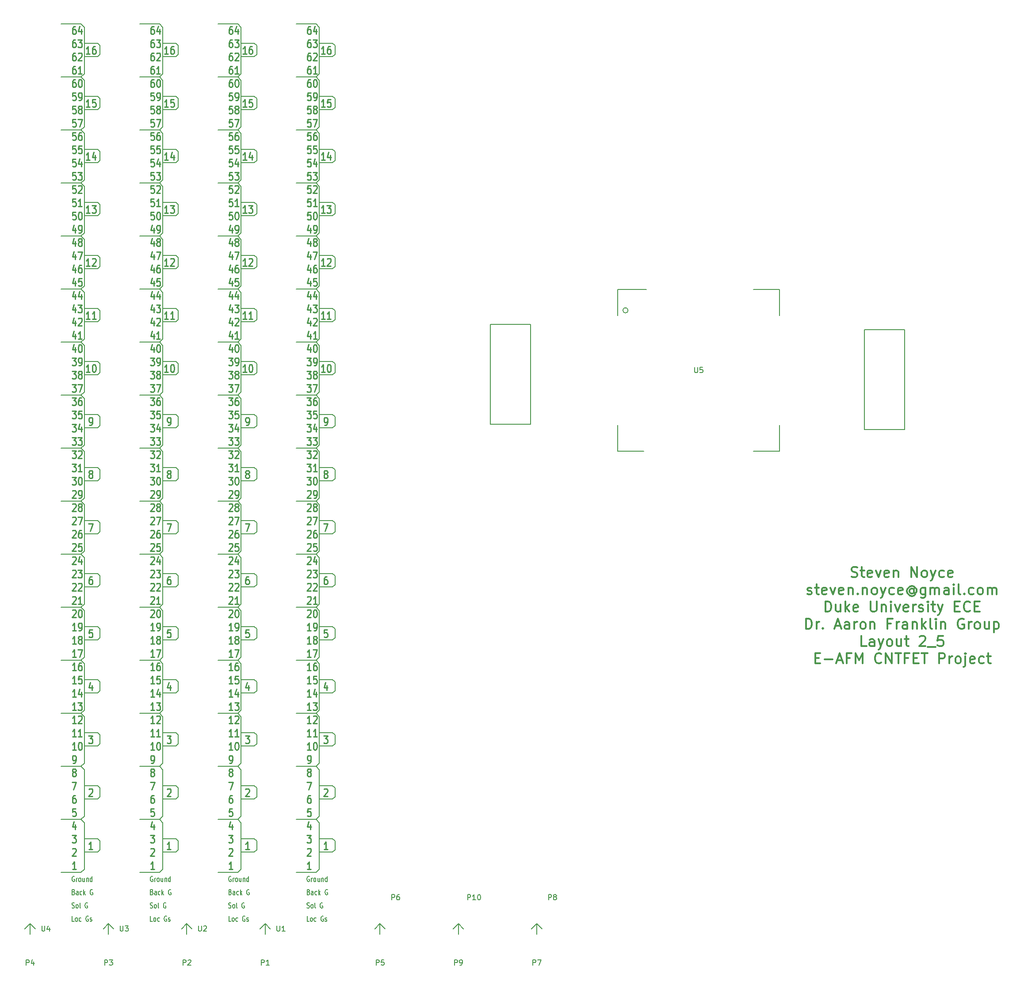
<source format=gbr>
G04 #@! TF.FileFunction,Legend,Top*
%FSLAX46Y46*%
G04 Gerber Fmt 4.6, Leading zero omitted, Abs format (unit mm)*
G04 Created by KiCad (PCBNEW 4.0.5) date Thursday, May 11, 2017 'PMt' 04:47:06 PM*
%MOMM*%
%LPD*%
G01*
G04 APERTURE LIST*
%ADD10C,0.100000*%
%ADD11C,0.200000*%
%ADD12C,0.300000*%
%ADD13C,0.250000*%
%ADD14C,0.150000*%
G04 APERTURE END LIST*
D10*
D11*
X168000000Y-207000000D02*
X169000000Y-206000000D01*
X170000000Y-207000000D02*
X169000000Y-206000000D01*
X169000000Y-208000000D02*
X169000000Y-206000000D01*
X153000000Y-207000000D02*
X154000000Y-206000000D01*
X155000000Y-207000000D02*
X154000000Y-206000000D01*
X154000000Y-208000000D02*
X154000000Y-206000000D01*
X138000000Y-207000000D02*
X139000000Y-206000000D01*
X140000000Y-207000000D02*
X139000000Y-206000000D01*
X139000000Y-208000000D02*
X139000000Y-206000000D01*
X116000000Y-207000000D02*
X117000000Y-206000000D01*
X118000000Y-207000000D02*
X117000000Y-206000000D01*
X117000000Y-208000000D02*
X117000000Y-206000000D01*
X101000000Y-207000000D02*
X102000000Y-206000000D01*
X103000000Y-207000000D02*
X102000000Y-206000000D01*
X102000000Y-208000000D02*
X102000000Y-206000000D01*
X86000000Y-207000000D02*
X87000000Y-206000000D01*
X88000000Y-207000000D02*
X87000000Y-206000000D01*
X87000000Y-208000000D02*
X87000000Y-206000000D01*
X71000000Y-207000000D02*
X72000000Y-206000000D01*
X73000000Y-207000000D02*
X72000000Y-206000000D01*
X72000000Y-208000000D02*
X72000000Y-206000000D01*
D12*
X229285713Y-139559524D02*
X229571428Y-139654762D01*
X230047618Y-139654762D01*
X230238094Y-139559524D01*
X230333332Y-139464286D01*
X230428571Y-139273810D01*
X230428571Y-139083333D01*
X230333332Y-138892857D01*
X230238094Y-138797619D01*
X230047618Y-138702381D01*
X229666666Y-138607143D01*
X229476190Y-138511905D01*
X229380951Y-138416667D01*
X229285713Y-138226190D01*
X229285713Y-138035714D01*
X229380951Y-137845238D01*
X229476190Y-137750000D01*
X229666666Y-137654762D01*
X230142856Y-137654762D01*
X230428571Y-137750000D01*
X230999999Y-138321429D02*
X231761904Y-138321429D01*
X231285713Y-137654762D02*
X231285713Y-139369048D01*
X231380952Y-139559524D01*
X231571428Y-139654762D01*
X231761904Y-139654762D01*
X233190475Y-139559524D02*
X232999999Y-139654762D01*
X232619047Y-139654762D01*
X232428570Y-139559524D01*
X232333332Y-139369048D01*
X232333332Y-138607143D01*
X232428570Y-138416667D01*
X232619047Y-138321429D01*
X232999999Y-138321429D01*
X233190475Y-138416667D01*
X233285713Y-138607143D01*
X233285713Y-138797619D01*
X232333332Y-138988095D01*
X233952380Y-138321429D02*
X234428571Y-139654762D01*
X234904761Y-138321429D01*
X236428571Y-139559524D02*
X236238095Y-139654762D01*
X235857143Y-139654762D01*
X235666666Y-139559524D01*
X235571428Y-139369048D01*
X235571428Y-138607143D01*
X235666666Y-138416667D01*
X235857143Y-138321429D01*
X236238095Y-138321429D01*
X236428571Y-138416667D01*
X236523809Y-138607143D01*
X236523809Y-138797619D01*
X235571428Y-138988095D01*
X237380952Y-138321429D02*
X237380952Y-139654762D01*
X237380952Y-138511905D02*
X237476191Y-138416667D01*
X237666667Y-138321429D01*
X237952381Y-138321429D01*
X238142857Y-138416667D01*
X238238095Y-138607143D01*
X238238095Y-139654762D01*
X240714286Y-139654762D02*
X240714286Y-137654762D01*
X241857144Y-139654762D01*
X241857144Y-137654762D01*
X243095239Y-139654762D02*
X242904763Y-139559524D01*
X242809524Y-139464286D01*
X242714286Y-139273810D01*
X242714286Y-138702381D01*
X242809524Y-138511905D01*
X242904763Y-138416667D01*
X243095239Y-138321429D01*
X243380953Y-138321429D01*
X243571429Y-138416667D01*
X243666667Y-138511905D01*
X243761905Y-138702381D01*
X243761905Y-139273810D01*
X243666667Y-139464286D01*
X243571429Y-139559524D01*
X243380953Y-139654762D01*
X243095239Y-139654762D01*
X244428572Y-138321429D02*
X244904763Y-139654762D01*
X245380953Y-138321429D02*
X244904763Y-139654762D01*
X244714287Y-140130952D01*
X244619048Y-140226190D01*
X244428572Y-140321429D01*
X247000001Y-139559524D02*
X246809525Y-139654762D01*
X246428573Y-139654762D01*
X246238097Y-139559524D01*
X246142858Y-139464286D01*
X246047620Y-139273810D01*
X246047620Y-138702381D01*
X246142858Y-138511905D01*
X246238097Y-138416667D01*
X246428573Y-138321429D01*
X246809525Y-138321429D01*
X247000001Y-138416667D01*
X248619049Y-139559524D02*
X248428573Y-139654762D01*
X248047621Y-139654762D01*
X247857144Y-139559524D01*
X247761906Y-139369048D01*
X247761906Y-138607143D01*
X247857144Y-138416667D01*
X248047621Y-138321429D01*
X248428573Y-138321429D01*
X248619049Y-138416667D01*
X248714287Y-138607143D01*
X248714287Y-138797619D01*
X247761906Y-138988095D01*
X220857140Y-142859524D02*
X221047617Y-142954762D01*
X221428569Y-142954762D01*
X221619045Y-142859524D01*
X221714283Y-142669048D01*
X221714283Y-142573810D01*
X221619045Y-142383333D01*
X221428569Y-142288095D01*
X221142855Y-142288095D01*
X220952378Y-142192857D01*
X220857140Y-142002381D01*
X220857140Y-141907143D01*
X220952378Y-141716667D01*
X221142855Y-141621429D01*
X221428569Y-141621429D01*
X221619045Y-141716667D01*
X222285712Y-141621429D02*
X223047617Y-141621429D01*
X222571426Y-140954762D02*
X222571426Y-142669048D01*
X222666665Y-142859524D01*
X222857141Y-142954762D01*
X223047617Y-142954762D01*
X224476188Y-142859524D02*
X224285712Y-142954762D01*
X223904760Y-142954762D01*
X223714283Y-142859524D01*
X223619045Y-142669048D01*
X223619045Y-141907143D01*
X223714283Y-141716667D01*
X223904760Y-141621429D01*
X224285712Y-141621429D01*
X224476188Y-141716667D01*
X224571426Y-141907143D01*
X224571426Y-142097619D01*
X223619045Y-142288095D01*
X225238093Y-141621429D02*
X225714284Y-142954762D01*
X226190474Y-141621429D01*
X227714284Y-142859524D02*
X227523808Y-142954762D01*
X227142856Y-142954762D01*
X226952379Y-142859524D01*
X226857141Y-142669048D01*
X226857141Y-141907143D01*
X226952379Y-141716667D01*
X227142856Y-141621429D01*
X227523808Y-141621429D01*
X227714284Y-141716667D01*
X227809522Y-141907143D01*
X227809522Y-142097619D01*
X226857141Y-142288095D01*
X228666665Y-141621429D02*
X228666665Y-142954762D01*
X228666665Y-141811905D02*
X228761904Y-141716667D01*
X228952380Y-141621429D01*
X229238094Y-141621429D01*
X229428570Y-141716667D01*
X229523808Y-141907143D01*
X229523808Y-142954762D01*
X230476189Y-142764286D02*
X230571428Y-142859524D01*
X230476189Y-142954762D01*
X230380951Y-142859524D01*
X230476189Y-142764286D01*
X230476189Y-142954762D01*
X231428570Y-141621429D02*
X231428570Y-142954762D01*
X231428570Y-141811905D02*
X231523809Y-141716667D01*
X231714285Y-141621429D01*
X231999999Y-141621429D01*
X232190475Y-141716667D01*
X232285713Y-141907143D01*
X232285713Y-142954762D01*
X233523809Y-142954762D02*
X233333333Y-142859524D01*
X233238094Y-142764286D01*
X233142856Y-142573810D01*
X233142856Y-142002381D01*
X233238094Y-141811905D01*
X233333333Y-141716667D01*
X233523809Y-141621429D01*
X233809523Y-141621429D01*
X233999999Y-141716667D01*
X234095237Y-141811905D01*
X234190475Y-142002381D01*
X234190475Y-142573810D01*
X234095237Y-142764286D01*
X233999999Y-142859524D01*
X233809523Y-142954762D01*
X233523809Y-142954762D01*
X234857142Y-141621429D02*
X235333333Y-142954762D01*
X235809523Y-141621429D02*
X235333333Y-142954762D01*
X235142857Y-143430952D01*
X235047618Y-143526190D01*
X234857142Y-143621429D01*
X237428571Y-142859524D02*
X237238095Y-142954762D01*
X236857143Y-142954762D01*
X236666667Y-142859524D01*
X236571428Y-142764286D01*
X236476190Y-142573810D01*
X236476190Y-142002381D01*
X236571428Y-141811905D01*
X236666667Y-141716667D01*
X236857143Y-141621429D01*
X237238095Y-141621429D01*
X237428571Y-141716667D01*
X239047619Y-142859524D02*
X238857143Y-142954762D01*
X238476191Y-142954762D01*
X238285714Y-142859524D01*
X238190476Y-142669048D01*
X238190476Y-141907143D01*
X238285714Y-141716667D01*
X238476191Y-141621429D01*
X238857143Y-141621429D01*
X239047619Y-141716667D01*
X239142857Y-141907143D01*
X239142857Y-142097619D01*
X238190476Y-142288095D01*
X241238096Y-142002381D02*
X241142858Y-141907143D01*
X240952381Y-141811905D01*
X240761905Y-141811905D01*
X240571429Y-141907143D01*
X240476191Y-142002381D01*
X240380953Y-142192857D01*
X240380953Y-142383333D01*
X240476191Y-142573810D01*
X240571429Y-142669048D01*
X240761905Y-142764286D01*
X240952381Y-142764286D01*
X241142858Y-142669048D01*
X241238096Y-142573810D01*
X241238096Y-141811905D02*
X241238096Y-142573810D01*
X241333334Y-142669048D01*
X241428572Y-142669048D01*
X241619048Y-142573810D01*
X241714286Y-142383333D01*
X241714286Y-141907143D01*
X241523810Y-141621429D01*
X241238096Y-141430952D01*
X240857143Y-141335714D01*
X240476191Y-141430952D01*
X240190477Y-141621429D01*
X240000000Y-141907143D01*
X239904762Y-142288095D01*
X240000000Y-142669048D01*
X240190477Y-142954762D01*
X240476191Y-143145238D01*
X240857143Y-143240476D01*
X241238096Y-143145238D01*
X241523810Y-142954762D01*
X243428572Y-141621429D02*
X243428572Y-143240476D01*
X243333334Y-143430952D01*
X243238096Y-143526190D01*
X243047620Y-143621429D01*
X242761906Y-143621429D01*
X242571429Y-143526190D01*
X243428572Y-142859524D02*
X243238096Y-142954762D01*
X242857144Y-142954762D01*
X242666668Y-142859524D01*
X242571429Y-142764286D01*
X242476191Y-142573810D01*
X242476191Y-142002381D01*
X242571429Y-141811905D01*
X242666668Y-141716667D01*
X242857144Y-141621429D01*
X243238096Y-141621429D01*
X243428572Y-141716667D01*
X244380953Y-142954762D02*
X244380953Y-141621429D01*
X244380953Y-141811905D02*
X244476192Y-141716667D01*
X244666668Y-141621429D01*
X244952382Y-141621429D01*
X245142858Y-141716667D01*
X245238096Y-141907143D01*
X245238096Y-142954762D01*
X245238096Y-141907143D02*
X245333334Y-141716667D01*
X245523811Y-141621429D01*
X245809525Y-141621429D01*
X246000001Y-141716667D01*
X246095239Y-141907143D01*
X246095239Y-142954762D01*
X247904763Y-142954762D02*
X247904763Y-141907143D01*
X247809525Y-141716667D01*
X247619049Y-141621429D01*
X247238097Y-141621429D01*
X247047620Y-141716667D01*
X247904763Y-142859524D02*
X247714287Y-142954762D01*
X247238097Y-142954762D01*
X247047620Y-142859524D01*
X246952382Y-142669048D01*
X246952382Y-142478571D01*
X247047620Y-142288095D01*
X247238097Y-142192857D01*
X247714287Y-142192857D01*
X247904763Y-142097619D01*
X248857144Y-142954762D02*
X248857144Y-141621429D01*
X248857144Y-140954762D02*
X248761906Y-141050000D01*
X248857144Y-141145238D01*
X248952383Y-141050000D01*
X248857144Y-140954762D01*
X248857144Y-141145238D01*
X250095240Y-142954762D02*
X249904764Y-142859524D01*
X249809525Y-142669048D01*
X249809525Y-140954762D01*
X250857144Y-142764286D02*
X250952383Y-142859524D01*
X250857144Y-142954762D01*
X250761906Y-142859524D01*
X250857144Y-142764286D01*
X250857144Y-142954762D01*
X252666668Y-142859524D02*
X252476192Y-142954762D01*
X252095240Y-142954762D01*
X251904764Y-142859524D01*
X251809525Y-142764286D01*
X251714287Y-142573810D01*
X251714287Y-142002381D01*
X251809525Y-141811905D01*
X251904764Y-141716667D01*
X252095240Y-141621429D01*
X252476192Y-141621429D01*
X252666668Y-141716667D01*
X253809526Y-142954762D02*
X253619050Y-142859524D01*
X253523811Y-142764286D01*
X253428573Y-142573810D01*
X253428573Y-142002381D01*
X253523811Y-141811905D01*
X253619050Y-141716667D01*
X253809526Y-141621429D01*
X254095240Y-141621429D01*
X254285716Y-141716667D01*
X254380954Y-141811905D01*
X254476192Y-142002381D01*
X254476192Y-142573810D01*
X254380954Y-142764286D01*
X254285716Y-142859524D01*
X254095240Y-142954762D01*
X253809526Y-142954762D01*
X255333335Y-142954762D02*
X255333335Y-141621429D01*
X255333335Y-141811905D02*
X255428574Y-141716667D01*
X255619050Y-141621429D01*
X255904764Y-141621429D01*
X256095240Y-141716667D01*
X256190478Y-141907143D01*
X256190478Y-142954762D01*
X256190478Y-141907143D02*
X256285716Y-141716667D01*
X256476193Y-141621429D01*
X256761907Y-141621429D01*
X256952383Y-141716667D01*
X257047621Y-141907143D01*
X257047621Y-142954762D01*
X224285712Y-146254762D02*
X224285712Y-144254762D01*
X224761903Y-144254762D01*
X225047617Y-144350000D01*
X225238093Y-144540476D01*
X225333332Y-144730952D01*
X225428570Y-145111905D01*
X225428570Y-145397619D01*
X225333332Y-145778571D01*
X225238093Y-145969048D01*
X225047617Y-146159524D01*
X224761903Y-146254762D01*
X224285712Y-146254762D01*
X227142855Y-144921429D02*
X227142855Y-146254762D01*
X226285712Y-144921429D02*
X226285712Y-145969048D01*
X226380951Y-146159524D01*
X226571427Y-146254762D01*
X226857141Y-146254762D01*
X227047617Y-146159524D01*
X227142855Y-146064286D01*
X228095236Y-146254762D02*
X228095236Y-144254762D01*
X228285713Y-145492857D02*
X228857141Y-146254762D01*
X228857141Y-144921429D02*
X228095236Y-145683333D01*
X230476189Y-146159524D02*
X230285713Y-146254762D01*
X229904761Y-146254762D01*
X229714284Y-146159524D01*
X229619046Y-145969048D01*
X229619046Y-145207143D01*
X229714284Y-145016667D01*
X229904761Y-144921429D01*
X230285713Y-144921429D01*
X230476189Y-145016667D01*
X230571427Y-145207143D01*
X230571427Y-145397619D01*
X229619046Y-145588095D01*
X232952380Y-144254762D02*
X232952380Y-145873810D01*
X233047619Y-146064286D01*
X233142857Y-146159524D01*
X233333333Y-146254762D01*
X233714285Y-146254762D01*
X233904761Y-146159524D01*
X234000000Y-146064286D01*
X234095238Y-145873810D01*
X234095238Y-144254762D01*
X235047618Y-144921429D02*
X235047618Y-146254762D01*
X235047618Y-145111905D02*
X235142857Y-145016667D01*
X235333333Y-144921429D01*
X235619047Y-144921429D01*
X235809523Y-145016667D01*
X235904761Y-145207143D01*
X235904761Y-146254762D01*
X236857142Y-146254762D02*
X236857142Y-144921429D01*
X236857142Y-144254762D02*
X236761904Y-144350000D01*
X236857142Y-144445238D01*
X236952381Y-144350000D01*
X236857142Y-144254762D01*
X236857142Y-144445238D01*
X237619047Y-144921429D02*
X238095238Y-146254762D01*
X238571428Y-144921429D01*
X240095238Y-146159524D02*
X239904762Y-146254762D01*
X239523810Y-146254762D01*
X239333333Y-146159524D01*
X239238095Y-145969048D01*
X239238095Y-145207143D01*
X239333333Y-145016667D01*
X239523810Y-144921429D01*
X239904762Y-144921429D01*
X240095238Y-145016667D01*
X240190476Y-145207143D01*
X240190476Y-145397619D01*
X239238095Y-145588095D01*
X241047619Y-146254762D02*
X241047619Y-144921429D01*
X241047619Y-145302381D02*
X241142858Y-145111905D01*
X241238096Y-145016667D01*
X241428572Y-144921429D01*
X241619048Y-144921429D01*
X242190476Y-146159524D02*
X242380953Y-146254762D01*
X242761905Y-146254762D01*
X242952381Y-146159524D01*
X243047619Y-145969048D01*
X243047619Y-145873810D01*
X242952381Y-145683333D01*
X242761905Y-145588095D01*
X242476191Y-145588095D01*
X242285714Y-145492857D01*
X242190476Y-145302381D01*
X242190476Y-145207143D01*
X242285714Y-145016667D01*
X242476191Y-144921429D01*
X242761905Y-144921429D01*
X242952381Y-145016667D01*
X243904762Y-146254762D02*
X243904762Y-144921429D01*
X243904762Y-144254762D02*
X243809524Y-144350000D01*
X243904762Y-144445238D01*
X244000001Y-144350000D01*
X243904762Y-144254762D01*
X243904762Y-144445238D01*
X244571429Y-144921429D02*
X245333334Y-144921429D01*
X244857143Y-144254762D02*
X244857143Y-145969048D01*
X244952382Y-146159524D01*
X245142858Y-146254762D01*
X245333334Y-146254762D01*
X245809524Y-144921429D02*
X246285715Y-146254762D01*
X246761905Y-144921429D02*
X246285715Y-146254762D01*
X246095239Y-146730952D01*
X246000000Y-146826190D01*
X245809524Y-146921429D01*
X249047620Y-145207143D02*
X249714287Y-145207143D01*
X250000001Y-146254762D02*
X249047620Y-146254762D01*
X249047620Y-144254762D01*
X250000001Y-144254762D01*
X252000002Y-146064286D02*
X251904764Y-146159524D01*
X251619049Y-146254762D01*
X251428573Y-146254762D01*
X251142859Y-146159524D01*
X250952383Y-145969048D01*
X250857144Y-145778571D01*
X250761906Y-145397619D01*
X250761906Y-145111905D01*
X250857144Y-144730952D01*
X250952383Y-144540476D01*
X251142859Y-144350000D01*
X251428573Y-144254762D01*
X251619049Y-144254762D01*
X251904764Y-144350000D01*
X252000002Y-144445238D01*
X252857144Y-145207143D02*
X253523811Y-145207143D01*
X253809525Y-146254762D02*
X252857144Y-146254762D01*
X252857144Y-144254762D01*
X253809525Y-144254762D01*
X220571427Y-149554762D02*
X220571427Y-147554762D01*
X221047618Y-147554762D01*
X221333332Y-147650000D01*
X221523808Y-147840476D01*
X221619047Y-148030952D01*
X221714285Y-148411905D01*
X221714285Y-148697619D01*
X221619047Y-149078571D01*
X221523808Y-149269048D01*
X221333332Y-149459524D01*
X221047618Y-149554762D01*
X220571427Y-149554762D01*
X222571427Y-149554762D02*
X222571427Y-148221429D01*
X222571427Y-148602381D02*
X222666666Y-148411905D01*
X222761904Y-148316667D01*
X222952380Y-148221429D01*
X223142856Y-148221429D01*
X223809522Y-149364286D02*
X223904761Y-149459524D01*
X223809522Y-149554762D01*
X223714284Y-149459524D01*
X223809522Y-149364286D01*
X223809522Y-149554762D01*
X226190475Y-148983333D02*
X227142856Y-148983333D01*
X225999999Y-149554762D02*
X226666666Y-147554762D01*
X227333333Y-149554762D01*
X228857142Y-149554762D02*
X228857142Y-148507143D01*
X228761904Y-148316667D01*
X228571428Y-148221429D01*
X228190476Y-148221429D01*
X227999999Y-148316667D01*
X228857142Y-149459524D02*
X228666666Y-149554762D01*
X228190476Y-149554762D01*
X227999999Y-149459524D01*
X227904761Y-149269048D01*
X227904761Y-149078571D01*
X227999999Y-148888095D01*
X228190476Y-148792857D01*
X228666666Y-148792857D01*
X228857142Y-148697619D01*
X229809523Y-149554762D02*
X229809523Y-148221429D01*
X229809523Y-148602381D02*
X229904762Y-148411905D01*
X230000000Y-148316667D01*
X230190476Y-148221429D01*
X230380952Y-148221429D01*
X231333333Y-149554762D02*
X231142857Y-149459524D01*
X231047618Y-149364286D01*
X230952380Y-149173810D01*
X230952380Y-148602381D01*
X231047618Y-148411905D01*
X231142857Y-148316667D01*
X231333333Y-148221429D01*
X231619047Y-148221429D01*
X231809523Y-148316667D01*
X231904761Y-148411905D01*
X231999999Y-148602381D01*
X231999999Y-149173810D01*
X231904761Y-149364286D01*
X231809523Y-149459524D01*
X231619047Y-149554762D01*
X231333333Y-149554762D01*
X232857142Y-148221429D02*
X232857142Y-149554762D01*
X232857142Y-148411905D02*
X232952381Y-148316667D01*
X233142857Y-148221429D01*
X233428571Y-148221429D01*
X233619047Y-148316667D01*
X233714285Y-148507143D01*
X233714285Y-149554762D01*
X236857143Y-148507143D02*
X236190476Y-148507143D01*
X236190476Y-149554762D02*
X236190476Y-147554762D01*
X237142857Y-147554762D01*
X237904762Y-149554762D02*
X237904762Y-148221429D01*
X237904762Y-148602381D02*
X238000001Y-148411905D01*
X238095239Y-148316667D01*
X238285715Y-148221429D01*
X238476191Y-148221429D01*
X240000000Y-149554762D02*
X240000000Y-148507143D01*
X239904762Y-148316667D01*
X239714286Y-148221429D01*
X239333334Y-148221429D01*
X239142857Y-148316667D01*
X240000000Y-149459524D02*
X239809524Y-149554762D01*
X239333334Y-149554762D01*
X239142857Y-149459524D01*
X239047619Y-149269048D01*
X239047619Y-149078571D01*
X239142857Y-148888095D01*
X239333334Y-148792857D01*
X239809524Y-148792857D01*
X240000000Y-148697619D01*
X240952381Y-148221429D02*
X240952381Y-149554762D01*
X240952381Y-148411905D02*
X241047620Y-148316667D01*
X241238096Y-148221429D01*
X241523810Y-148221429D01*
X241714286Y-148316667D01*
X241809524Y-148507143D01*
X241809524Y-149554762D01*
X242761905Y-149554762D02*
X242761905Y-147554762D01*
X242952382Y-148792857D02*
X243523810Y-149554762D01*
X243523810Y-148221429D02*
X242761905Y-148983333D01*
X244666668Y-149554762D02*
X244476192Y-149459524D01*
X244380953Y-149269048D01*
X244380953Y-147554762D01*
X245428572Y-149554762D02*
X245428572Y-148221429D01*
X245428572Y-147554762D02*
X245333334Y-147650000D01*
X245428572Y-147745238D01*
X245523811Y-147650000D01*
X245428572Y-147554762D01*
X245428572Y-147745238D01*
X246380953Y-148221429D02*
X246380953Y-149554762D01*
X246380953Y-148411905D02*
X246476192Y-148316667D01*
X246666668Y-148221429D01*
X246952382Y-148221429D01*
X247142858Y-148316667D01*
X247238096Y-148507143D01*
X247238096Y-149554762D01*
X250761907Y-147650000D02*
X250571430Y-147554762D01*
X250285716Y-147554762D01*
X250000002Y-147650000D01*
X249809526Y-147840476D01*
X249714287Y-148030952D01*
X249619049Y-148411905D01*
X249619049Y-148697619D01*
X249714287Y-149078571D01*
X249809526Y-149269048D01*
X250000002Y-149459524D01*
X250285716Y-149554762D01*
X250476192Y-149554762D01*
X250761907Y-149459524D01*
X250857145Y-149364286D01*
X250857145Y-148697619D01*
X250476192Y-148697619D01*
X251714287Y-149554762D02*
X251714287Y-148221429D01*
X251714287Y-148602381D02*
X251809526Y-148411905D01*
X251904764Y-148316667D01*
X252095240Y-148221429D01*
X252285716Y-148221429D01*
X253238097Y-149554762D02*
X253047621Y-149459524D01*
X252952382Y-149364286D01*
X252857144Y-149173810D01*
X252857144Y-148602381D01*
X252952382Y-148411905D01*
X253047621Y-148316667D01*
X253238097Y-148221429D01*
X253523811Y-148221429D01*
X253714287Y-148316667D01*
X253809525Y-148411905D01*
X253904763Y-148602381D01*
X253904763Y-149173810D01*
X253809525Y-149364286D01*
X253714287Y-149459524D01*
X253523811Y-149554762D01*
X253238097Y-149554762D01*
X255619049Y-148221429D02*
X255619049Y-149554762D01*
X254761906Y-148221429D02*
X254761906Y-149269048D01*
X254857145Y-149459524D01*
X255047621Y-149554762D01*
X255333335Y-149554762D01*
X255523811Y-149459524D01*
X255619049Y-149364286D01*
X256571430Y-148221429D02*
X256571430Y-150221429D01*
X256571430Y-148316667D02*
X256761907Y-148221429D01*
X257142859Y-148221429D01*
X257333335Y-148316667D01*
X257428573Y-148411905D01*
X257523811Y-148602381D01*
X257523811Y-149173810D01*
X257428573Y-149364286D01*
X257333335Y-149459524D01*
X257142859Y-149554762D01*
X256761907Y-149554762D01*
X256571430Y-149459524D01*
X232142856Y-152854762D02*
X231190475Y-152854762D01*
X231190475Y-150854762D01*
X233666666Y-152854762D02*
X233666666Y-151807143D01*
X233571428Y-151616667D01*
X233380952Y-151521429D01*
X233000000Y-151521429D01*
X232809523Y-151616667D01*
X233666666Y-152759524D02*
X233476190Y-152854762D01*
X233000000Y-152854762D01*
X232809523Y-152759524D01*
X232714285Y-152569048D01*
X232714285Y-152378571D01*
X232809523Y-152188095D01*
X233000000Y-152092857D01*
X233476190Y-152092857D01*
X233666666Y-151997619D01*
X234428571Y-151521429D02*
X234904762Y-152854762D01*
X235380952Y-151521429D02*
X234904762Y-152854762D01*
X234714286Y-153330952D01*
X234619047Y-153426190D01*
X234428571Y-153521429D01*
X236428572Y-152854762D02*
X236238096Y-152759524D01*
X236142857Y-152664286D01*
X236047619Y-152473810D01*
X236047619Y-151902381D01*
X236142857Y-151711905D01*
X236238096Y-151616667D01*
X236428572Y-151521429D01*
X236714286Y-151521429D01*
X236904762Y-151616667D01*
X237000000Y-151711905D01*
X237095238Y-151902381D01*
X237095238Y-152473810D01*
X237000000Y-152664286D01*
X236904762Y-152759524D01*
X236714286Y-152854762D01*
X236428572Y-152854762D01*
X238809524Y-151521429D02*
X238809524Y-152854762D01*
X237952381Y-151521429D02*
X237952381Y-152569048D01*
X238047620Y-152759524D01*
X238238096Y-152854762D01*
X238523810Y-152854762D01*
X238714286Y-152759524D01*
X238809524Y-152664286D01*
X239476191Y-151521429D02*
X240238096Y-151521429D01*
X239761905Y-150854762D02*
X239761905Y-152569048D01*
X239857144Y-152759524D01*
X240047620Y-152854762D01*
X240238096Y-152854762D01*
X242333334Y-151045238D02*
X242428572Y-150950000D01*
X242619049Y-150854762D01*
X243095239Y-150854762D01*
X243285715Y-150950000D01*
X243380953Y-151045238D01*
X243476192Y-151235714D01*
X243476192Y-151426190D01*
X243380953Y-151711905D01*
X242238096Y-152854762D01*
X243476192Y-152854762D01*
X243857144Y-153045238D02*
X245380954Y-153045238D01*
X246809525Y-150854762D02*
X245857144Y-150854762D01*
X245761906Y-151807143D01*
X245857144Y-151711905D01*
X246047621Y-151616667D01*
X246523811Y-151616667D01*
X246714287Y-151711905D01*
X246809525Y-151807143D01*
X246904764Y-151997619D01*
X246904764Y-152473810D01*
X246809525Y-152664286D01*
X246714287Y-152759524D01*
X246523811Y-152854762D01*
X246047621Y-152854762D01*
X245857144Y-152759524D01*
X245761906Y-152664286D01*
X222333332Y-155107143D02*
X222999999Y-155107143D01*
X223285713Y-156154762D02*
X222333332Y-156154762D01*
X222333332Y-154154762D01*
X223285713Y-154154762D01*
X224142856Y-155392857D02*
X225666666Y-155392857D01*
X226523808Y-155583333D02*
X227476189Y-155583333D01*
X226333332Y-156154762D02*
X226999999Y-154154762D01*
X227666666Y-156154762D01*
X228999999Y-155107143D02*
X228333332Y-155107143D01*
X228333332Y-156154762D02*
X228333332Y-154154762D01*
X229285713Y-154154762D01*
X230047618Y-156154762D02*
X230047618Y-154154762D01*
X230714285Y-155583333D01*
X231380952Y-154154762D01*
X231380952Y-156154762D01*
X235000000Y-155964286D02*
X234904762Y-156059524D01*
X234619047Y-156154762D01*
X234428571Y-156154762D01*
X234142857Y-156059524D01*
X233952381Y-155869048D01*
X233857142Y-155678571D01*
X233761904Y-155297619D01*
X233761904Y-155011905D01*
X233857142Y-154630952D01*
X233952381Y-154440476D01*
X234142857Y-154250000D01*
X234428571Y-154154762D01*
X234619047Y-154154762D01*
X234904762Y-154250000D01*
X235000000Y-154345238D01*
X235857142Y-156154762D02*
X235857142Y-154154762D01*
X237000000Y-156154762D01*
X237000000Y-154154762D01*
X237666666Y-154154762D02*
X238809523Y-154154762D01*
X238238095Y-156154762D02*
X238238095Y-154154762D01*
X240142857Y-155107143D02*
X239476190Y-155107143D01*
X239476190Y-156154762D02*
X239476190Y-154154762D01*
X240428571Y-154154762D01*
X241190476Y-155107143D02*
X241857143Y-155107143D01*
X242142857Y-156154762D02*
X241190476Y-156154762D01*
X241190476Y-154154762D01*
X242142857Y-154154762D01*
X242714286Y-154154762D02*
X243857143Y-154154762D01*
X243285715Y-156154762D02*
X243285715Y-154154762D01*
X246047620Y-156154762D02*
X246047620Y-154154762D01*
X246809525Y-154154762D01*
X247000001Y-154250000D01*
X247095240Y-154345238D01*
X247190478Y-154535714D01*
X247190478Y-154821429D01*
X247095240Y-155011905D01*
X247000001Y-155107143D01*
X246809525Y-155202381D01*
X246047620Y-155202381D01*
X248047620Y-156154762D02*
X248047620Y-154821429D01*
X248047620Y-155202381D02*
X248142859Y-155011905D01*
X248238097Y-154916667D01*
X248428573Y-154821429D01*
X248619049Y-154821429D01*
X249571430Y-156154762D02*
X249380954Y-156059524D01*
X249285715Y-155964286D01*
X249190477Y-155773810D01*
X249190477Y-155202381D01*
X249285715Y-155011905D01*
X249380954Y-154916667D01*
X249571430Y-154821429D01*
X249857144Y-154821429D01*
X250047620Y-154916667D01*
X250142858Y-155011905D01*
X250238096Y-155202381D01*
X250238096Y-155773810D01*
X250142858Y-155964286D01*
X250047620Y-156059524D01*
X249857144Y-156154762D01*
X249571430Y-156154762D01*
X251095239Y-154821429D02*
X251095239Y-156535714D01*
X251000001Y-156726190D01*
X250809525Y-156821429D01*
X250714287Y-156821429D01*
X251095239Y-154154762D02*
X251000001Y-154250000D01*
X251095239Y-154345238D01*
X251190478Y-154250000D01*
X251095239Y-154154762D01*
X251095239Y-154345238D01*
X252809525Y-156059524D02*
X252619049Y-156154762D01*
X252238097Y-156154762D01*
X252047620Y-156059524D01*
X251952382Y-155869048D01*
X251952382Y-155107143D01*
X252047620Y-154916667D01*
X252238097Y-154821429D01*
X252619049Y-154821429D01*
X252809525Y-154916667D01*
X252904763Y-155107143D01*
X252904763Y-155297619D01*
X251952382Y-155488095D01*
X254619049Y-156059524D02*
X254428573Y-156154762D01*
X254047621Y-156154762D01*
X253857145Y-156059524D01*
X253761906Y-155964286D01*
X253666668Y-155773810D01*
X253666668Y-155202381D01*
X253761906Y-155011905D01*
X253857145Y-154916667D01*
X254047621Y-154821429D01*
X254428573Y-154821429D01*
X254619049Y-154916667D01*
X255190478Y-154821429D02*
X255952383Y-154821429D01*
X255476192Y-154154762D02*
X255476192Y-155869048D01*
X255571431Y-156059524D01*
X255761907Y-156154762D01*
X255952383Y-156154762D01*
D11*
X81760000Y-135255000D02*
X77950000Y-135255000D01*
X96760000Y-135255000D02*
X92950000Y-135255000D01*
X111760000Y-135255000D02*
X107950000Y-135255000D01*
X77950000Y-135255000D02*
X81760000Y-135255000D01*
X92950000Y-135255000D02*
X96760000Y-135255000D01*
X107950000Y-135255000D02*
X111760000Y-135255000D01*
X82395000Y-135890000D02*
X82395000Y-144780000D01*
X97395000Y-135890000D02*
X97395000Y-144780000D01*
X112395000Y-135890000D02*
X112395000Y-144780000D01*
X81760000Y-135255000D02*
X82395000Y-135890000D01*
X96760000Y-135255000D02*
X97395000Y-135890000D01*
X111760000Y-135255000D02*
X112395000Y-135890000D01*
D13*
X80083571Y-135846429D02*
X80140714Y-135775000D01*
X80255000Y-135703571D01*
X80540714Y-135703571D01*
X80655000Y-135775000D01*
X80712143Y-135846429D01*
X80769286Y-135989286D01*
X80769286Y-136132143D01*
X80712143Y-136346429D01*
X80026429Y-137203571D01*
X80769286Y-137203571D01*
X81797857Y-136203571D02*
X81797857Y-137203571D01*
X81512143Y-135632143D02*
X81226428Y-136703571D01*
X81969286Y-136703571D01*
X95083571Y-135846429D02*
X95140714Y-135775000D01*
X95255000Y-135703571D01*
X95540714Y-135703571D01*
X95655000Y-135775000D01*
X95712143Y-135846429D01*
X95769286Y-135989286D01*
X95769286Y-136132143D01*
X95712143Y-136346429D01*
X95026429Y-137203571D01*
X95769286Y-137203571D01*
X96797857Y-136203571D02*
X96797857Y-137203571D01*
X96512143Y-135632143D02*
X96226428Y-136703571D01*
X96969286Y-136703571D01*
X110083571Y-135846429D02*
X110140714Y-135775000D01*
X110255000Y-135703571D01*
X110540714Y-135703571D01*
X110655000Y-135775000D01*
X110712143Y-135846429D01*
X110769286Y-135989286D01*
X110769286Y-136132143D01*
X110712143Y-136346429D01*
X110026429Y-137203571D01*
X110769286Y-137203571D01*
X111797857Y-136203571D02*
X111797857Y-137203571D01*
X111512143Y-135632143D02*
X111226428Y-136703571D01*
X111969286Y-136703571D01*
X80083571Y-138386429D02*
X80140714Y-138315000D01*
X80255000Y-138243571D01*
X80540714Y-138243571D01*
X80655000Y-138315000D01*
X80712143Y-138386429D01*
X80769286Y-138529286D01*
X80769286Y-138672143D01*
X80712143Y-138886429D01*
X80026429Y-139743571D01*
X80769286Y-139743571D01*
X81169286Y-138243571D02*
X81912143Y-138243571D01*
X81512143Y-138815000D01*
X81683571Y-138815000D01*
X81797857Y-138886429D01*
X81855000Y-138957857D01*
X81912143Y-139100714D01*
X81912143Y-139457857D01*
X81855000Y-139600714D01*
X81797857Y-139672143D01*
X81683571Y-139743571D01*
X81340714Y-139743571D01*
X81226428Y-139672143D01*
X81169286Y-139600714D01*
X95083571Y-138386429D02*
X95140714Y-138315000D01*
X95255000Y-138243571D01*
X95540714Y-138243571D01*
X95655000Y-138315000D01*
X95712143Y-138386429D01*
X95769286Y-138529286D01*
X95769286Y-138672143D01*
X95712143Y-138886429D01*
X95026429Y-139743571D01*
X95769286Y-139743571D01*
X96169286Y-138243571D02*
X96912143Y-138243571D01*
X96512143Y-138815000D01*
X96683571Y-138815000D01*
X96797857Y-138886429D01*
X96855000Y-138957857D01*
X96912143Y-139100714D01*
X96912143Y-139457857D01*
X96855000Y-139600714D01*
X96797857Y-139672143D01*
X96683571Y-139743571D01*
X96340714Y-139743571D01*
X96226428Y-139672143D01*
X96169286Y-139600714D01*
X110083571Y-138386429D02*
X110140714Y-138315000D01*
X110255000Y-138243571D01*
X110540714Y-138243571D01*
X110655000Y-138315000D01*
X110712143Y-138386429D01*
X110769286Y-138529286D01*
X110769286Y-138672143D01*
X110712143Y-138886429D01*
X110026429Y-139743571D01*
X110769286Y-139743571D01*
X111169286Y-138243571D02*
X111912143Y-138243571D01*
X111512143Y-138815000D01*
X111683571Y-138815000D01*
X111797857Y-138886429D01*
X111855000Y-138957857D01*
X111912143Y-139100714D01*
X111912143Y-139457857D01*
X111855000Y-139600714D01*
X111797857Y-139672143D01*
X111683571Y-139743571D01*
X111340714Y-139743571D01*
X111226428Y-139672143D01*
X111169286Y-139600714D01*
D11*
X84935000Y-151638000D02*
X85379500Y-151193500D01*
X99935000Y-151638000D02*
X100379500Y-151193500D01*
X114935000Y-151638000D02*
X115379500Y-151193500D01*
X82395000Y-151638000D02*
X84935000Y-151638000D01*
X97395000Y-151638000D02*
X99935000Y-151638000D01*
X112395000Y-151638000D02*
X114935000Y-151638000D01*
D13*
X80769286Y-152443571D02*
X80083571Y-152443571D01*
X80426429Y-152443571D02*
X80426429Y-150943571D01*
X80312143Y-151157857D01*
X80197857Y-151300714D01*
X80083571Y-151372143D01*
X81455000Y-151586429D02*
X81340714Y-151515000D01*
X81283571Y-151443571D01*
X81226428Y-151300714D01*
X81226428Y-151229286D01*
X81283571Y-151086429D01*
X81340714Y-151015000D01*
X81455000Y-150943571D01*
X81683571Y-150943571D01*
X81797857Y-151015000D01*
X81855000Y-151086429D01*
X81912143Y-151229286D01*
X81912143Y-151300714D01*
X81855000Y-151443571D01*
X81797857Y-151515000D01*
X81683571Y-151586429D01*
X81455000Y-151586429D01*
X81340714Y-151657857D01*
X81283571Y-151729286D01*
X81226428Y-151872143D01*
X81226428Y-152157857D01*
X81283571Y-152300714D01*
X81340714Y-152372143D01*
X81455000Y-152443571D01*
X81683571Y-152443571D01*
X81797857Y-152372143D01*
X81855000Y-152300714D01*
X81912143Y-152157857D01*
X81912143Y-151872143D01*
X81855000Y-151729286D01*
X81797857Y-151657857D01*
X81683571Y-151586429D01*
X95769286Y-152443571D02*
X95083571Y-152443571D01*
X95426429Y-152443571D02*
X95426429Y-150943571D01*
X95312143Y-151157857D01*
X95197857Y-151300714D01*
X95083571Y-151372143D01*
X96455000Y-151586429D02*
X96340714Y-151515000D01*
X96283571Y-151443571D01*
X96226428Y-151300714D01*
X96226428Y-151229286D01*
X96283571Y-151086429D01*
X96340714Y-151015000D01*
X96455000Y-150943571D01*
X96683571Y-150943571D01*
X96797857Y-151015000D01*
X96855000Y-151086429D01*
X96912143Y-151229286D01*
X96912143Y-151300714D01*
X96855000Y-151443571D01*
X96797857Y-151515000D01*
X96683571Y-151586429D01*
X96455000Y-151586429D01*
X96340714Y-151657857D01*
X96283571Y-151729286D01*
X96226428Y-151872143D01*
X96226428Y-152157857D01*
X96283571Y-152300714D01*
X96340714Y-152372143D01*
X96455000Y-152443571D01*
X96683571Y-152443571D01*
X96797857Y-152372143D01*
X96855000Y-152300714D01*
X96912143Y-152157857D01*
X96912143Y-151872143D01*
X96855000Y-151729286D01*
X96797857Y-151657857D01*
X96683571Y-151586429D01*
X110769286Y-152443571D02*
X110083571Y-152443571D01*
X110426429Y-152443571D02*
X110426429Y-150943571D01*
X110312143Y-151157857D01*
X110197857Y-151300714D01*
X110083571Y-151372143D01*
X111455000Y-151586429D02*
X111340714Y-151515000D01*
X111283571Y-151443571D01*
X111226428Y-151300714D01*
X111226428Y-151229286D01*
X111283571Y-151086429D01*
X111340714Y-151015000D01*
X111455000Y-150943571D01*
X111683571Y-150943571D01*
X111797857Y-151015000D01*
X111855000Y-151086429D01*
X111912143Y-151229286D01*
X111912143Y-151300714D01*
X111855000Y-151443571D01*
X111797857Y-151515000D01*
X111683571Y-151586429D01*
X111455000Y-151586429D01*
X111340714Y-151657857D01*
X111283571Y-151729286D01*
X111226428Y-151872143D01*
X111226428Y-152157857D01*
X111283571Y-152300714D01*
X111340714Y-152372143D01*
X111455000Y-152443571D01*
X111683571Y-152443571D01*
X111797857Y-152372143D01*
X111855000Y-152300714D01*
X111912143Y-152157857D01*
X111912143Y-151872143D01*
X111855000Y-151729286D01*
X111797857Y-151657857D01*
X111683571Y-151586429D01*
D11*
X81760000Y-155575000D02*
X82395000Y-154940000D01*
X96760000Y-155575000D02*
X97395000Y-154940000D01*
X111760000Y-155575000D02*
X112395000Y-154940000D01*
X77950000Y-155575000D02*
X81760000Y-155575000D01*
X92950000Y-155575000D02*
X96760000Y-155575000D01*
X107950000Y-155575000D02*
X111760000Y-155575000D01*
D13*
X80769286Y-154983571D02*
X80083571Y-154983571D01*
X80426429Y-154983571D02*
X80426429Y-153483571D01*
X80312143Y-153697857D01*
X80197857Y-153840714D01*
X80083571Y-153912143D01*
X81169286Y-153483571D02*
X81969286Y-153483571D01*
X81455000Y-154983571D01*
X95769286Y-154983571D02*
X95083571Y-154983571D01*
X95426429Y-154983571D02*
X95426429Y-153483571D01*
X95312143Y-153697857D01*
X95197857Y-153840714D01*
X95083571Y-153912143D01*
X96169286Y-153483571D02*
X96969286Y-153483571D01*
X96455000Y-154983571D01*
X110769286Y-154983571D02*
X110083571Y-154983571D01*
X110426429Y-154983571D02*
X110426429Y-153483571D01*
X110312143Y-153697857D01*
X110197857Y-153840714D01*
X110083571Y-153912143D01*
X111169286Y-153483571D02*
X111969286Y-153483571D01*
X111455000Y-154983571D01*
D11*
X81760000Y-155575000D02*
X77950000Y-155575000D01*
X96760000Y-155575000D02*
X92950000Y-155575000D01*
X111760000Y-155575000D02*
X107950000Y-155575000D01*
X77950000Y-165735000D02*
X81760000Y-165735000D01*
X92950000Y-165735000D02*
X96760000Y-165735000D01*
X107950000Y-165735000D02*
X111760000Y-165735000D01*
X81760000Y-165735000D02*
X82395000Y-165100000D01*
X96760000Y-165735000D02*
X97395000Y-165100000D01*
X111760000Y-165735000D02*
X112395000Y-165100000D01*
D13*
X80769286Y-165143571D02*
X80083571Y-165143571D01*
X80426429Y-165143571D02*
X80426429Y-163643571D01*
X80312143Y-163857857D01*
X80197857Y-164000714D01*
X80083571Y-164072143D01*
X81169286Y-163643571D02*
X81912143Y-163643571D01*
X81512143Y-164215000D01*
X81683571Y-164215000D01*
X81797857Y-164286429D01*
X81855000Y-164357857D01*
X81912143Y-164500714D01*
X81912143Y-164857857D01*
X81855000Y-165000714D01*
X81797857Y-165072143D01*
X81683571Y-165143571D01*
X81340714Y-165143571D01*
X81226428Y-165072143D01*
X81169286Y-165000714D01*
X95769286Y-165143571D02*
X95083571Y-165143571D01*
X95426429Y-165143571D02*
X95426429Y-163643571D01*
X95312143Y-163857857D01*
X95197857Y-164000714D01*
X95083571Y-164072143D01*
X96169286Y-163643571D02*
X96912143Y-163643571D01*
X96512143Y-164215000D01*
X96683571Y-164215000D01*
X96797857Y-164286429D01*
X96855000Y-164357857D01*
X96912143Y-164500714D01*
X96912143Y-164857857D01*
X96855000Y-165000714D01*
X96797857Y-165072143D01*
X96683571Y-165143571D01*
X96340714Y-165143571D01*
X96226428Y-165072143D01*
X96169286Y-165000714D01*
X110769286Y-165143571D02*
X110083571Y-165143571D01*
X110426429Y-165143571D02*
X110426429Y-163643571D01*
X110312143Y-163857857D01*
X110197857Y-164000714D01*
X110083571Y-164072143D01*
X111169286Y-163643571D02*
X111912143Y-163643571D01*
X111512143Y-164215000D01*
X111683571Y-164215000D01*
X111797857Y-164286429D01*
X111855000Y-164357857D01*
X111912143Y-164500714D01*
X111912143Y-164857857D01*
X111855000Y-165000714D01*
X111797857Y-165072143D01*
X111683571Y-165143571D01*
X111340714Y-165143571D01*
X111226428Y-165072143D01*
X111169286Y-165000714D01*
X80769286Y-157523571D02*
X80083571Y-157523571D01*
X80426429Y-157523571D02*
X80426429Y-156023571D01*
X80312143Y-156237857D01*
X80197857Y-156380714D01*
X80083571Y-156452143D01*
X81797857Y-156023571D02*
X81569286Y-156023571D01*
X81455000Y-156095000D01*
X81397857Y-156166429D01*
X81283571Y-156380714D01*
X81226428Y-156666429D01*
X81226428Y-157237857D01*
X81283571Y-157380714D01*
X81340714Y-157452143D01*
X81455000Y-157523571D01*
X81683571Y-157523571D01*
X81797857Y-157452143D01*
X81855000Y-157380714D01*
X81912143Y-157237857D01*
X81912143Y-156880714D01*
X81855000Y-156737857D01*
X81797857Y-156666429D01*
X81683571Y-156595000D01*
X81455000Y-156595000D01*
X81340714Y-156666429D01*
X81283571Y-156737857D01*
X81226428Y-156880714D01*
X95769286Y-157523571D02*
X95083571Y-157523571D01*
X95426429Y-157523571D02*
X95426429Y-156023571D01*
X95312143Y-156237857D01*
X95197857Y-156380714D01*
X95083571Y-156452143D01*
X96797857Y-156023571D02*
X96569286Y-156023571D01*
X96455000Y-156095000D01*
X96397857Y-156166429D01*
X96283571Y-156380714D01*
X96226428Y-156666429D01*
X96226428Y-157237857D01*
X96283571Y-157380714D01*
X96340714Y-157452143D01*
X96455000Y-157523571D01*
X96683571Y-157523571D01*
X96797857Y-157452143D01*
X96855000Y-157380714D01*
X96912143Y-157237857D01*
X96912143Y-156880714D01*
X96855000Y-156737857D01*
X96797857Y-156666429D01*
X96683571Y-156595000D01*
X96455000Y-156595000D01*
X96340714Y-156666429D01*
X96283571Y-156737857D01*
X96226428Y-156880714D01*
X110769286Y-157523571D02*
X110083571Y-157523571D01*
X110426429Y-157523571D02*
X110426429Y-156023571D01*
X110312143Y-156237857D01*
X110197857Y-156380714D01*
X110083571Y-156452143D01*
X111797857Y-156023571D02*
X111569286Y-156023571D01*
X111455000Y-156095000D01*
X111397857Y-156166429D01*
X111283571Y-156380714D01*
X111226428Y-156666429D01*
X111226428Y-157237857D01*
X111283571Y-157380714D01*
X111340714Y-157452143D01*
X111455000Y-157523571D01*
X111683571Y-157523571D01*
X111797857Y-157452143D01*
X111855000Y-157380714D01*
X111912143Y-157237857D01*
X111912143Y-156880714D01*
X111855000Y-156737857D01*
X111797857Y-156666429D01*
X111683571Y-156595000D01*
X111455000Y-156595000D01*
X111340714Y-156666429D01*
X111283571Y-156737857D01*
X111226428Y-156880714D01*
X80769286Y-160063571D02*
X80083571Y-160063571D01*
X80426429Y-160063571D02*
X80426429Y-158563571D01*
X80312143Y-158777857D01*
X80197857Y-158920714D01*
X80083571Y-158992143D01*
X81855000Y-158563571D02*
X81283571Y-158563571D01*
X81226428Y-159277857D01*
X81283571Y-159206429D01*
X81397857Y-159135000D01*
X81683571Y-159135000D01*
X81797857Y-159206429D01*
X81855000Y-159277857D01*
X81912143Y-159420714D01*
X81912143Y-159777857D01*
X81855000Y-159920714D01*
X81797857Y-159992143D01*
X81683571Y-160063571D01*
X81397857Y-160063571D01*
X81283571Y-159992143D01*
X81226428Y-159920714D01*
X95769286Y-160063571D02*
X95083571Y-160063571D01*
X95426429Y-160063571D02*
X95426429Y-158563571D01*
X95312143Y-158777857D01*
X95197857Y-158920714D01*
X95083571Y-158992143D01*
X96855000Y-158563571D02*
X96283571Y-158563571D01*
X96226428Y-159277857D01*
X96283571Y-159206429D01*
X96397857Y-159135000D01*
X96683571Y-159135000D01*
X96797857Y-159206429D01*
X96855000Y-159277857D01*
X96912143Y-159420714D01*
X96912143Y-159777857D01*
X96855000Y-159920714D01*
X96797857Y-159992143D01*
X96683571Y-160063571D01*
X96397857Y-160063571D01*
X96283571Y-159992143D01*
X96226428Y-159920714D01*
X110769286Y-160063571D02*
X110083571Y-160063571D01*
X110426429Y-160063571D02*
X110426429Y-158563571D01*
X110312143Y-158777857D01*
X110197857Y-158920714D01*
X110083571Y-158992143D01*
X111855000Y-158563571D02*
X111283571Y-158563571D01*
X111226428Y-159277857D01*
X111283571Y-159206429D01*
X111397857Y-159135000D01*
X111683571Y-159135000D01*
X111797857Y-159206429D01*
X111855000Y-159277857D01*
X111912143Y-159420714D01*
X111912143Y-159777857D01*
X111855000Y-159920714D01*
X111797857Y-159992143D01*
X111683571Y-160063571D01*
X111397857Y-160063571D01*
X111283571Y-159992143D01*
X111226428Y-159920714D01*
D11*
X82395000Y-156210000D02*
X82395000Y-165100000D01*
X97395000Y-156210000D02*
X97395000Y-165100000D01*
X112395000Y-156210000D02*
X112395000Y-165100000D01*
X81760000Y-155575000D02*
X82395000Y-156210000D01*
X96760000Y-155575000D02*
X97395000Y-156210000D01*
X111760000Y-155575000D02*
X112395000Y-156210000D01*
D13*
X80769286Y-162603571D02*
X80083571Y-162603571D01*
X80426429Y-162603571D02*
X80426429Y-161103571D01*
X80312143Y-161317857D01*
X80197857Y-161460714D01*
X80083571Y-161532143D01*
X81797857Y-161603571D02*
X81797857Y-162603571D01*
X81512143Y-161032143D02*
X81226428Y-162103571D01*
X81969286Y-162103571D01*
X95769286Y-162603571D02*
X95083571Y-162603571D01*
X95426429Y-162603571D02*
X95426429Y-161103571D01*
X95312143Y-161317857D01*
X95197857Y-161460714D01*
X95083571Y-161532143D01*
X96797857Y-161603571D02*
X96797857Y-162603571D01*
X96512143Y-161032143D02*
X96226428Y-162103571D01*
X96969286Y-162103571D01*
X110769286Y-162603571D02*
X110083571Y-162603571D01*
X110426429Y-162603571D02*
X110426429Y-161103571D01*
X110312143Y-161317857D01*
X110197857Y-161460714D01*
X110083571Y-161532143D01*
X111797857Y-161603571D02*
X111797857Y-162603571D01*
X111512143Y-161032143D02*
X111226428Y-162103571D01*
X111969286Y-162103571D01*
X80083571Y-143466429D02*
X80140714Y-143395000D01*
X80255000Y-143323571D01*
X80540714Y-143323571D01*
X80655000Y-143395000D01*
X80712143Y-143466429D01*
X80769286Y-143609286D01*
X80769286Y-143752143D01*
X80712143Y-143966429D01*
X80026429Y-144823571D01*
X80769286Y-144823571D01*
X81912143Y-144823571D02*
X81226428Y-144823571D01*
X81569286Y-144823571D02*
X81569286Y-143323571D01*
X81455000Y-143537857D01*
X81340714Y-143680714D01*
X81226428Y-143752143D01*
X95083571Y-143466429D02*
X95140714Y-143395000D01*
X95255000Y-143323571D01*
X95540714Y-143323571D01*
X95655000Y-143395000D01*
X95712143Y-143466429D01*
X95769286Y-143609286D01*
X95769286Y-143752143D01*
X95712143Y-143966429D01*
X95026429Y-144823571D01*
X95769286Y-144823571D01*
X96912143Y-144823571D02*
X96226428Y-144823571D01*
X96569286Y-144823571D02*
X96569286Y-143323571D01*
X96455000Y-143537857D01*
X96340714Y-143680714D01*
X96226428Y-143752143D01*
X110083571Y-143466429D02*
X110140714Y-143395000D01*
X110255000Y-143323571D01*
X110540714Y-143323571D01*
X110655000Y-143395000D01*
X110712143Y-143466429D01*
X110769286Y-143609286D01*
X110769286Y-143752143D01*
X110712143Y-143966429D01*
X110026429Y-144823571D01*
X110769286Y-144823571D01*
X111912143Y-144823571D02*
X111226428Y-144823571D01*
X111569286Y-144823571D02*
X111569286Y-143323571D01*
X111455000Y-143537857D01*
X111340714Y-143680714D01*
X111226428Y-143752143D01*
D11*
X77950000Y-145415000D02*
X81760000Y-145415000D01*
X92950000Y-145415000D02*
X96760000Y-145415000D01*
X107950000Y-145415000D02*
X111760000Y-145415000D01*
X81760000Y-145415000D02*
X82395000Y-144780000D01*
X96760000Y-145415000D02*
X97395000Y-144780000D01*
X111760000Y-145415000D02*
X112395000Y-144780000D01*
X81760000Y-145415000D02*
X77950000Y-145415000D01*
X96760000Y-145415000D02*
X92950000Y-145415000D01*
X111760000Y-145415000D02*
X107950000Y-145415000D01*
D13*
X80083571Y-140926429D02*
X80140714Y-140855000D01*
X80255000Y-140783571D01*
X80540714Y-140783571D01*
X80655000Y-140855000D01*
X80712143Y-140926429D01*
X80769286Y-141069286D01*
X80769286Y-141212143D01*
X80712143Y-141426429D01*
X80026429Y-142283571D01*
X80769286Y-142283571D01*
X81226428Y-140926429D02*
X81283571Y-140855000D01*
X81397857Y-140783571D01*
X81683571Y-140783571D01*
X81797857Y-140855000D01*
X81855000Y-140926429D01*
X81912143Y-141069286D01*
X81912143Y-141212143D01*
X81855000Y-141426429D01*
X81169286Y-142283571D01*
X81912143Y-142283571D01*
X95083571Y-140926429D02*
X95140714Y-140855000D01*
X95255000Y-140783571D01*
X95540714Y-140783571D01*
X95655000Y-140855000D01*
X95712143Y-140926429D01*
X95769286Y-141069286D01*
X95769286Y-141212143D01*
X95712143Y-141426429D01*
X95026429Y-142283571D01*
X95769286Y-142283571D01*
X96226428Y-140926429D02*
X96283571Y-140855000D01*
X96397857Y-140783571D01*
X96683571Y-140783571D01*
X96797857Y-140855000D01*
X96855000Y-140926429D01*
X96912143Y-141069286D01*
X96912143Y-141212143D01*
X96855000Y-141426429D01*
X96169286Y-142283571D01*
X96912143Y-142283571D01*
X110083571Y-140926429D02*
X110140714Y-140855000D01*
X110255000Y-140783571D01*
X110540714Y-140783571D01*
X110655000Y-140855000D01*
X110712143Y-140926429D01*
X110769286Y-141069286D01*
X110769286Y-141212143D01*
X110712143Y-141426429D01*
X110026429Y-142283571D01*
X110769286Y-142283571D01*
X111226428Y-140926429D02*
X111283571Y-140855000D01*
X111397857Y-140783571D01*
X111683571Y-140783571D01*
X111797857Y-140855000D01*
X111855000Y-140926429D01*
X111912143Y-141069286D01*
X111912143Y-141212143D01*
X111855000Y-141426429D01*
X111169286Y-142283571D01*
X111912143Y-142283571D01*
X83830000Y-160333571D02*
X83830000Y-161333571D01*
X83544286Y-159762143D02*
X83258571Y-160833571D01*
X84001429Y-160833571D01*
X98830000Y-160333571D02*
X98830000Y-161333571D01*
X98544286Y-159762143D02*
X98258571Y-160833571D01*
X99001429Y-160833571D01*
X113830000Y-160333571D02*
X113830000Y-161333571D01*
X113544286Y-159762143D02*
X113258571Y-160833571D01*
X114001429Y-160833571D01*
D11*
X85379500Y-159702500D02*
X84935000Y-159258000D01*
X100379500Y-159702500D02*
X99935000Y-159258000D01*
X115379500Y-159702500D02*
X114935000Y-159258000D01*
X84935000Y-161798000D02*
X85379500Y-161353500D01*
X99935000Y-161798000D02*
X100379500Y-161353500D01*
X114935000Y-161798000D02*
X115379500Y-161353500D01*
X85379500Y-161353500D02*
X85379500Y-159702500D01*
X100379500Y-161353500D02*
X100379500Y-159702500D01*
X115379500Y-161353500D02*
X115379500Y-159702500D01*
X84935000Y-159258000D02*
X82395000Y-159258000D01*
X99935000Y-159258000D02*
X97395000Y-159258000D01*
X114935000Y-159258000D02*
X112395000Y-159258000D01*
X82395000Y-161798000D02*
X84935000Y-161798000D01*
X97395000Y-161798000D02*
X99935000Y-161798000D01*
X112395000Y-161798000D02*
X114935000Y-161798000D01*
D13*
X83830000Y-139513571D02*
X83601429Y-139513571D01*
X83487143Y-139585000D01*
X83430000Y-139656429D01*
X83315714Y-139870714D01*
X83258571Y-140156429D01*
X83258571Y-140727857D01*
X83315714Y-140870714D01*
X83372857Y-140942143D01*
X83487143Y-141013571D01*
X83715714Y-141013571D01*
X83830000Y-140942143D01*
X83887143Y-140870714D01*
X83944286Y-140727857D01*
X83944286Y-140370714D01*
X83887143Y-140227857D01*
X83830000Y-140156429D01*
X83715714Y-140085000D01*
X83487143Y-140085000D01*
X83372857Y-140156429D01*
X83315714Y-140227857D01*
X83258571Y-140370714D01*
X98830000Y-139513571D02*
X98601429Y-139513571D01*
X98487143Y-139585000D01*
X98430000Y-139656429D01*
X98315714Y-139870714D01*
X98258571Y-140156429D01*
X98258571Y-140727857D01*
X98315714Y-140870714D01*
X98372857Y-140942143D01*
X98487143Y-141013571D01*
X98715714Y-141013571D01*
X98830000Y-140942143D01*
X98887143Y-140870714D01*
X98944286Y-140727857D01*
X98944286Y-140370714D01*
X98887143Y-140227857D01*
X98830000Y-140156429D01*
X98715714Y-140085000D01*
X98487143Y-140085000D01*
X98372857Y-140156429D01*
X98315714Y-140227857D01*
X98258571Y-140370714D01*
X113830000Y-139513571D02*
X113601429Y-139513571D01*
X113487143Y-139585000D01*
X113430000Y-139656429D01*
X113315714Y-139870714D01*
X113258571Y-140156429D01*
X113258571Y-140727857D01*
X113315714Y-140870714D01*
X113372857Y-140942143D01*
X113487143Y-141013571D01*
X113715714Y-141013571D01*
X113830000Y-140942143D01*
X113887143Y-140870714D01*
X113944286Y-140727857D01*
X113944286Y-140370714D01*
X113887143Y-140227857D01*
X113830000Y-140156429D01*
X113715714Y-140085000D01*
X113487143Y-140085000D01*
X113372857Y-140156429D01*
X113315714Y-140227857D01*
X113258571Y-140370714D01*
D11*
X85379500Y-139382500D02*
X84935000Y-138938000D01*
X100379500Y-139382500D02*
X99935000Y-138938000D01*
X115379500Y-139382500D02*
X114935000Y-138938000D01*
X85379500Y-141033500D02*
X85379500Y-139382500D01*
X100379500Y-141033500D02*
X100379500Y-139382500D01*
X115379500Y-141033500D02*
X115379500Y-139382500D01*
X84935000Y-141478000D02*
X85379500Y-141033500D01*
X99935000Y-141478000D02*
X100379500Y-141033500D01*
X114935000Y-141478000D02*
X115379500Y-141033500D01*
X82395000Y-141478000D02*
X84935000Y-141478000D01*
X97395000Y-141478000D02*
X99935000Y-141478000D01*
X112395000Y-141478000D02*
X114935000Y-141478000D01*
X84935000Y-138938000D02*
X82395000Y-138938000D01*
X99935000Y-138938000D02*
X97395000Y-138938000D01*
X114935000Y-138938000D02*
X112395000Y-138938000D01*
X84935000Y-149098000D02*
X82395000Y-149098000D01*
X99935000Y-149098000D02*
X97395000Y-149098000D01*
X114935000Y-149098000D02*
X112395000Y-149098000D01*
D13*
X80083571Y-146006429D02*
X80140714Y-145935000D01*
X80255000Y-145863571D01*
X80540714Y-145863571D01*
X80655000Y-145935000D01*
X80712143Y-146006429D01*
X80769286Y-146149286D01*
X80769286Y-146292143D01*
X80712143Y-146506429D01*
X80026429Y-147363571D01*
X80769286Y-147363571D01*
X81512143Y-145863571D02*
X81626428Y-145863571D01*
X81740714Y-145935000D01*
X81797857Y-146006429D01*
X81855000Y-146149286D01*
X81912143Y-146435000D01*
X81912143Y-146792143D01*
X81855000Y-147077857D01*
X81797857Y-147220714D01*
X81740714Y-147292143D01*
X81626428Y-147363571D01*
X81512143Y-147363571D01*
X81397857Y-147292143D01*
X81340714Y-147220714D01*
X81283571Y-147077857D01*
X81226428Y-146792143D01*
X81226428Y-146435000D01*
X81283571Y-146149286D01*
X81340714Y-146006429D01*
X81397857Y-145935000D01*
X81512143Y-145863571D01*
X95083571Y-146006429D02*
X95140714Y-145935000D01*
X95255000Y-145863571D01*
X95540714Y-145863571D01*
X95655000Y-145935000D01*
X95712143Y-146006429D01*
X95769286Y-146149286D01*
X95769286Y-146292143D01*
X95712143Y-146506429D01*
X95026429Y-147363571D01*
X95769286Y-147363571D01*
X96512143Y-145863571D02*
X96626428Y-145863571D01*
X96740714Y-145935000D01*
X96797857Y-146006429D01*
X96855000Y-146149286D01*
X96912143Y-146435000D01*
X96912143Y-146792143D01*
X96855000Y-147077857D01*
X96797857Y-147220714D01*
X96740714Y-147292143D01*
X96626428Y-147363571D01*
X96512143Y-147363571D01*
X96397857Y-147292143D01*
X96340714Y-147220714D01*
X96283571Y-147077857D01*
X96226428Y-146792143D01*
X96226428Y-146435000D01*
X96283571Y-146149286D01*
X96340714Y-146006429D01*
X96397857Y-145935000D01*
X96512143Y-145863571D01*
X110083571Y-146006429D02*
X110140714Y-145935000D01*
X110255000Y-145863571D01*
X110540714Y-145863571D01*
X110655000Y-145935000D01*
X110712143Y-146006429D01*
X110769286Y-146149286D01*
X110769286Y-146292143D01*
X110712143Y-146506429D01*
X110026429Y-147363571D01*
X110769286Y-147363571D01*
X111512143Y-145863571D02*
X111626428Y-145863571D01*
X111740714Y-145935000D01*
X111797857Y-146006429D01*
X111855000Y-146149286D01*
X111912143Y-146435000D01*
X111912143Y-146792143D01*
X111855000Y-147077857D01*
X111797857Y-147220714D01*
X111740714Y-147292143D01*
X111626428Y-147363571D01*
X111512143Y-147363571D01*
X111397857Y-147292143D01*
X111340714Y-147220714D01*
X111283571Y-147077857D01*
X111226428Y-146792143D01*
X111226428Y-146435000D01*
X111283571Y-146149286D01*
X111340714Y-146006429D01*
X111397857Y-145935000D01*
X111512143Y-145863571D01*
D11*
X81760000Y-145415000D02*
X82395000Y-146050000D01*
X96760000Y-145415000D02*
X97395000Y-146050000D01*
X111760000Y-145415000D02*
X112395000Y-146050000D01*
X85379500Y-151193500D02*
X85379500Y-149542500D01*
X100379500Y-151193500D02*
X100379500Y-149542500D01*
X115379500Y-151193500D02*
X115379500Y-149542500D01*
D13*
X83887143Y-149673571D02*
X83315714Y-149673571D01*
X83258571Y-150387857D01*
X83315714Y-150316429D01*
X83430000Y-150245000D01*
X83715714Y-150245000D01*
X83830000Y-150316429D01*
X83887143Y-150387857D01*
X83944286Y-150530714D01*
X83944286Y-150887857D01*
X83887143Y-151030714D01*
X83830000Y-151102143D01*
X83715714Y-151173571D01*
X83430000Y-151173571D01*
X83315714Y-151102143D01*
X83258571Y-151030714D01*
X98887143Y-149673571D02*
X98315714Y-149673571D01*
X98258571Y-150387857D01*
X98315714Y-150316429D01*
X98430000Y-150245000D01*
X98715714Y-150245000D01*
X98830000Y-150316429D01*
X98887143Y-150387857D01*
X98944286Y-150530714D01*
X98944286Y-150887857D01*
X98887143Y-151030714D01*
X98830000Y-151102143D01*
X98715714Y-151173571D01*
X98430000Y-151173571D01*
X98315714Y-151102143D01*
X98258571Y-151030714D01*
X113887143Y-149673571D02*
X113315714Y-149673571D01*
X113258571Y-150387857D01*
X113315714Y-150316429D01*
X113430000Y-150245000D01*
X113715714Y-150245000D01*
X113830000Y-150316429D01*
X113887143Y-150387857D01*
X113944286Y-150530714D01*
X113944286Y-150887857D01*
X113887143Y-151030714D01*
X113830000Y-151102143D01*
X113715714Y-151173571D01*
X113430000Y-151173571D01*
X113315714Y-151102143D01*
X113258571Y-151030714D01*
X80769286Y-149903571D02*
X80083571Y-149903571D01*
X80426429Y-149903571D02*
X80426429Y-148403571D01*
X80312143Y-148617857D01*
X80197857Y-148760714D01*
X80083571Y-148832143D01*
X81340714Y-149903571D02*
X81569286Y-149903571D01*
X81683571Y-149832143D01*
X81740714Y-149760714D01*
X81855000Y-149546429D01*
X81912143Y-149260714D01*
X81912143Y-148689286D01*
X81855000Y-148546429D01*
X81797857Y-148475000D01*
X81683571Y-148403571D01*
X81455000Y-148403571D01*
X81340714Y-148475000D01*
X81283571Y-148546429D01*
X81226428Y-148689286D01*
X81226428Y-149046429D01*
X81283571Y-149189286D01*
X81340714Y-149260714D01*
X81455000Y-149332143D01*
X81683571Y-149332143D01*
X81797857Y-149260714D01*
X81855000Y-149189286D01*
X81912143Y-149046429D01*
X95769286Y-149903571D02*
X95083571Y-149903571D01*
X95426429Y-149903571D02*
X95426429Y-148403571D01*
X95312143Y-148617857D01*
X95197857Y-148760714D01*
X95083571Y-148832143D01*
X96340714Y-149903571D02*
X96569286Y-149903571D01*
X96683571Y-149832143D01*
X96740714Y-149760714D01*
X96855000Y-149546429D01*
X96912143Y-149260714D01*
X96912143Y-148689286D01*
X96855000Y-148546429D01*
X96797857Y-148475000D01*
X96683571Y-148403571D01*
X96455000Y-148403571D01*
X96340714Y-148475000D01*
X96283571Y-148546429D01*
X96226428Y-148689286D01*
X96226428Y-149046429D01*
X96283571Y-149189286D01*
X96340714Y-149260714D01*
X96455000Y-149332143D01*
X96683571Y-149332143D01*
X96797857Y-149260714D01*
X96855000Y-149189286D01*
X96912143Y-149046429D01*
X110769286Y-149903571D02*
X110083571Y-149903571D01*
X110426429Y-149903571D02*
X110426429Y-148403571D01*
X110312143Y-148617857D01*
X110197857Y-148760714D01*
X110083571Y-148832143D01*
X111340714Y-149903571D02*
X111569286Y-149903571D01*
X111683571Y-149832143D01*
X111740714Y-149760714D01*
X111855000Y-149546429D01*
X111912143Y-149260714D01*
X111912143Y-148689286D01*
X111855000Y-148546429D01*
X111797857Y-148475000D01*
X111683571Y-148403571D01*
X111455000Y-148403571D01*
X111340714Y-148475000D01*
X111283571Y-148546429D01*
X111226428Y-148689286D01*
X111226428Y-149046429D01*
X111283571Y-149189286D01*
X111340714Y-149260714D01*
X111455000Y-149332143D01*
X111683571Y-149332143D01*
X111797857Y-149260714D01*
X111855000Y-149189286D01*
X111912143Y-149046429D01*
D11*
X82395000Y-146050000D02*
X82395000Y-154940000D01*
X97395000Y-146050000D02*
X97395000Y-154940000D01*
X112395000Y-146050000D02*
X112395000Y-154940000D01*
X85379500Y-149542500D02*
X84935000Y-149098000D01*
X100379500Y-149542500D02*
X99935000Y-149098000D01*
X115379500Y-149542500D02*
X114935000Y-149098000D01*
D13*
X80769286Y-167683571D02*
X80083571Y-167683571D01*
X80426429Y-167683571D02*
X80426429Y-166183571D01*
X80312143Y-166397857D01*
X80197857Y-166540714D01*
X80083571Y-166612143D01*
X81226428Y-166326429D02*
X81283571Y-166255000D01*
X81397857Y-166183571D01*
X81683571Y-166183571D01*
X81797857Y-166255000D01*
X81855000Y-166326429D01*
X81912143Y-166469286D01*
X81912143Y-166612143D01*
X81855000Y-166826429D01*
X81169286Y-167683571D01*
X81912143Y-167683571D01*
X95769286Y-167683571D02*
X95083571Y-167683571D01*
X95426429Y-167683571D02*
X95426429Y-166183571D01*
X95312143Y-166397857D01*
X95197857Y-166540714D01*
X95083571Y-166612143D01*
X96226428Y-166326429D02*
X96283571Y-166255000D01*
X96397857Y-166183571D01*
X96683571Y-166183571D01*
X96797857Y-166255000D01*
X96855000Y-166326429D01*
X96912143Y-166469286D01*
X96912143Y-166612143D01*
X96855000Y-166826429D01*
X96169286Y-167683571D01*
X96912143Y-167683571D01*
X110769286Y-167683571D02*
X110083571Y-167683571D01*
X110426429Y-167683571D02*
X110426429Y-166183571D01*
X110312143Y-166397857D01*
X110197857Y-166540714D01*
X110083571Y-166612143D01*
X111226428Y-166326429D02*
X111283571Y-166255000D01*
X111397857Y-166183571D01*
X111683571Y-166183571D01*
X111797857Y-166255000D01*
X111855000Y-166326429D01*
X111912143Y-166469286D01*
X111912143Y-166612143D01*
X111855000Y-166826429D01*
X111169286Y-167683571D01*
X111912143Y-167683571D01*
D11*
X81760000Y-165735000D02*
X82395000Y-166370000D01*
X96760000Y-165735000D02*
X97395000Y-166370000D01*
X111760000Y-165735000D02*
X112395000Y-166370000D01*
X81760000Y-165735000D02*
X77950000Y-165735000D01*
X96760000Y-165735000D02*
X92950000Y-165735000D01*
X111760000Y-165735000D02*
X107950000Y-165735000D01*
D13*
X80769286Y-170223571D02*
X80083571Y-170223571D01*
X80426429Y-170223571D02*
X80426429Y-168723571D01*
X80312143Y-168937857D01*
X80197857Y-169080714D01*
X80083571Y-169152143D01*
X81912143Y-170223571D02*
X81226428Y-170223571D01*
X81569286Y-170223571D02*
X81569286Y-168723571D01*
X81455000Y-168937857D01*
X81340714Y-169080714D01*
X81226428Y-169152143D01*
X95769286Y-170223571D02*
X95083571Y-170223571D01*
X95426429Y-170223571D02*
X95426429Y-168723571D01*
X95312143Y-168937857D01*
X95197857Y-169080714D01*
X95083571Y-169152143D01*
X96912143Y-170223571D02*
X96226428Y-170223571D01*
X96569286Y-170223571D02*
X96569286Y-168723571D01*
X96455000Y-168937857D01*
X96340714Y-169080714D01*
X96226428Y-169152143D01*
X110769286Y-170223571D02*
X110083571Y-170223571D01*
X110426429Y-170223571D02*
X110426429Y-168723571D01*
X110312143Y-168937857D01*
X110197857Y-169080714D01*
X110083571Y-169152143D01*
X111912143Y-170223571D02*
X111226428Y-170223571D01*
X111569286Y-170223571D02*
X111569286Y-168723571D01*
X111455000Y-168937857D01*
X111340714Y-169080714D01*
X111226428Y-169152143D01*
D11*
X82395000Y-166370000D02*
X82395000Y-175260000D01*
X97395000Y-166370000D02*
X97395000Y-175260000D01*
X112395000Y-166370000D02*
X112395000Y-175260000D01*
X81760000Y-175895000D02*
X82395000Y-176530000D01*
X96760000Y-175895000D02*
X97395000Y-176530000D01*
X111760000Y-175895000D02*
X112395000Y-176530000D01*
D13*
X80655000Y-181423571D02*
X80426429Y-181423571D01*
X80312143Y-181495000D01*
X80255000Y-181566429D01*
X80140714Y-181780714D01*
X80083571Y-182066429D01*
X80083571Y-182637857D01*
X80140714Y-182780714D01*
X80197857Y-182852143D01*
X80312143Y-182923571D01*
X80540714Y-182923571D01*
X80655000Y-182852143D01*
X80712143Y-182780714D01*
X80769286Y-182637857D01*
X80769286Y-182280714D01*
X80712143Y-182137857D01*
X80655000Y-182066429D01*
X80540714Y-181995000D01*
X80312143Y-181995000D01*
X80197857Y-182066429D01*
X80140714Y-182137857D01*
X80083571Y-182280714D01*
X95655000Y-181423571D02*
X95426429Y-181423571D01*
X95312143Y-181495000D01*
X95255000Y-181566429D01*
X95140714Y-181780714D01*
X95083571Y-182066429D01*
X95083571Y-182637857D01*
X95140714Y-182780714D01*
X95197857Y-182852143D01*
X95312143Y-182923571D01*
X95540714Y-182923571D01*
X95655000Y-182852143D01*
X95712143Y-182780714D01*
X95769286Y-182637857D01*
X95769286Y-182280714D01*
X95712143Y-182137857D01*
X95655000Y-182066429D01*
X95540714Y-181995000D01*
X95312143Y-181995000D01*
X95197857Y-182066429D01*
X95140714Y-182137857D01*
X95083571Y-182280714D01*
X110655000Y-181423571D02*
X110426429Y-181423571D01*
X110312143Y-181495000D01*
X110255000Y-181566429D01*
X110140714Y-181780714D01*
X110083571Y-182066429D01*
X110083571Y-182637857D01*
X110140714Y-182780714D01*
X110197857Y-182852143D01*
X110312143Y-182923571D01*
X110540714Y-182923571D01*
X110655000Y-182852143D01*
X110712143Y-182780714D01*
X110769286Y-182637857D01*
X110769286Y-182280714D01*
X110712143Y-182137857D01*
X110655000Y-182066429D01*
X110540714Y-181995000D01*
X110312143Y-181995000D01*
X110197857Y-182066429D01*
X110140714Y-182137857D01*
X110083571Y-182280714D01*
X80026429Y-178883571D02*
X80826429Y-178883571D01*
X80312143Y-180383571D01*
X95026429Y-178883571D02*
X95826429Y-178883571D01*
X95312143Y-180383571D01*
X110026429Y-178883571D02*
X110826429Y-178883571D01*
X110312143Y-180383571D01*
X80712143Y-183963571D02*
X80140714Y-183963571D01*
X80083571Y-184677857D01*
X80140714Y-184606429D01*
X80255000Y-184535000D01*
X80540714Y-184535000D01*
X80655000Y-184606429D01*
X80712143Y-184677857D01*
X80769286Y-184820714D01*
X80769286Y-185177857D01*
X80712143Y-185320714D01*
X80655000Y-185392143D01*
X80540714Y-185463571D01*
X80255000Y-185463571D01*
X80140714Y-185392143D01*
X80083571Y-185320714D01*
X95712143Y-183963571D02*
X95140714Y-183963571D01*
X95083571Y-184677857D01*
X95140714Y-184606429D01*
X95255000Y-184535000D01*
X95540714Y-184535000D01*
X95655000Y-184606429D01*
X95712143Y-184677857D01*
X95769286Y-184820714D01*
X95769286Y-185177857D01*
X95712143Y-185320714D01*
X95655000Y-185392143D01*
X95540714Y-185463571D01*
X95255000Y-185463571D01*
X95140714Y-185392143D01*
X95083571Y-185320714D01*
X110712143Y-183963571D02*
X110140714Y-183963571D01*
X110083571Y-184677857D01*
X110140714Y-184606429D01*
X110255000Y-184535000D01*
X110540714Y-184535000D01*
X110655000Y-184606429D01*
X110712143Y-184677857D01*
X110769286Y-184820714D01*
X110769286Y-185177857D01*
X110712143Y-185320714D01*
X110655000Y-185392143D01*
X110540714Y-185463571D01*
X110255000Y-185463571D01*
X110140714Y-185392143D01*
X110083571Y-185320714D01*
D11*
X82395000Y-176530000D02*
X82395000Y-185420000D01*
X97395000Y-176530000D02*
X97395000Y-185420000D01*
X112395000Y-176530000D02*
X112395000Y-185420000D01*
D13*
X80312143Y-176986429D02*
X80197857Y-176915000D01*
X80140714Y-176843571D01*
X80083571Y-176700714D01*
X80083571Y-176629286D01*
X80140714Y-176486429D01*
X80197857Y-176415000D01*
X80312143Y-176343571D01*
X80540714Y-176343571D01*
X80655000Y-176415000D01*
X80712143Y-176486429D01*
X80769286Y-176629286D01*
X80769286Y-176700714D01*
X80712143Y-176843571D01*
X80655000Y-176915000D01*
X80540714Y-176986429D01*
X80312143Y-176986429D01*
X80197857Y-177057857D01*
X80140714Y-177129286D01*
X80083571Y-177272143D01*
X80083571Y-177557857D01*
X80140714Y-177700714D01*
X80197857Y-177772143D01*
X80312143Y-177843571D01*
X80540714Y-177843571D01*
X80655000Y-177772143D01*
X80712143Y-177700714D01*
X80769286Y-177557857D01*
X80769286Y-177272143D01*
X80712143Y-177129286D01*
X80655000Y-177057857D01*
X80540714Y-176986429D01*
X95312143Y-176986429D02*
X95197857Y-176915000D01*
X95140714Y-176843571D01*
X95083571Y-176700714D01*
X95083571Y-176629286D01*
X95140714Y-176486429D01*
X95197857Y-176415000D01*
X95312143Y-176343571D01*
X95540714Y-176343571D01*
X95655000Y-176415000D01*
X95712143Y-176486429D01*
X95769286Y-176629286D01*
X95769286Y-176700714D01*
X95712143Y-176843571D01*
X95655000Y-176915000D01*
X95540714Y-176986429D01*
X95312143Y-176986429D01*
X95197857Y-177057857D01*
X95140714Y-177129286D01*
X95083571Y-177272143D01*
X95083571Y-177557857D01*
X95140714Y-177700714D01*
X95197857Y-177772143D01*
X95312143Y-177843571D01*
X95540714Y-177843571D01*
X95655000Y-177772143D01*
X95712143Y-177700714D01*
X95769286Y-177557857D01*
X95769286Y-177272143D01*
X95712143Y-177129286D01*
X95655000Y-177057857D01*
X95540714Y-176986429D01*
X110312143Y-176986429D02*
X110197857Y-176915000D01*
X110140714Y-176843571D01*
X110083571Y-176700714D01*
X110083571Y-176629286D01*
X110140714Y-176486429D01*
X110197857Y-176415000D01*
X110312143Y-176343571D01*
X110540714Y-176343571D01*
X110655000Y-176415000D01*
X110712143Y-176486429D01*
X110769286Y-176629286D01*
X110769286Y-176700714D01*
X110712143Y-176843571D01*
X110655000Y-176915000D01*
X110540714Y-176986429D01*
X110312143Y-176986429D01*
X110197857Y-177057857D01*
X110140714Y-177129286D01*
X110083571Y-177272143D01*
X110083571Y-177557857D01*
X110140714Y-177700714D01*
X110197857Y-177772143D01*
X110312143Y-177843571D01*
X110540714Y-177843571D01*
X110655000Y-177772143D01*
X110712143Y-177700714D01*
X110769286Y-177557857D01*
X110769286Y-177272143D01*
X110712143Y-177129286D01*
X110655000Y-177057857D01*
X110540714Y-176986429D01*
X80769286Y-172763571D02*
X80083571Y-172763571D01*
X80426429Y-172763571D02*
X80426429Y-171263571D01*
X80312143Y-171477857D01*
X80197857Y-171620714D01*
X80083571Y-171692143D01*
X81512143Y-171263571D02*
X81626428Y-171263571D01*
X81740714Y-171335000D01*
X81797857Y-171406429D01*
X81855000Y-171549286D01*
X81912143Y-171835000D01*
X81912143Y-172192143D01*
X81855000Y-172477857D01*
X81797857Y-172620714D01*
X81740714Y-172692143D01*
X81626428Y-172763571D01*
X81512143Y-172763571D01*
X81397857Y-172692143D01*
X81340714Y-172620714D01*
X81283571Y-172477857D01*
X81226428Y-172192143D01*
X81226428Y-171835000D01*
X81283571Y-171549286D01*
X81340714Y-171406429D01*
X81397857Y-171335000D01*
X81512143Y-171263571D01*
X95769286Y-172763571D02*
X95083571Y-172763571D01*
X95426429Y-172763571D02*
X95426429Y-171263571D01*
X95312143Y-171477857D01*
X95197857Y-171620714D01*
X95083571Y-171692143D01*
X96512143Y-171263571D02*
X96626428Y-171263571D01*
X96740714Y-171335000D01*
X96797857Y-171406429D01*
X96855000Y-171549286D01*
X96912143Y-171835000D01*
X96912143Y-172192143D01*
X96855000Y-172477857D01*
X96797857Y-172620714D01*
X96740714Y-172692143D01*
X96626428Y-172763571D01*
X96512143Y-172763571D01*
X96397857Y-172692143D01*
X96340714Y-172620714D01*
X96283571Y-172477857D01*
X96226428Y-172192143D01*
X96226428Y-171835000D01*
X96283571Y-171549286D01*
X96340714Y-171406429D01*
X96397857Y-171335000D01*
X96512143Y-171263571D01*
X110769286Y-172763571D02*
X110083571Y-172763571D01*
X110426429Y-172763571D02*
X110426429Y-171263571D01*
X110312143Y-171477857D01*
X110197857Y-171620714D01*
X110083571Y-171692143D01*
X111512143Y-171263571D02*
X111626428Y-171263571D01*
X111740714Y-171335000D01*
X111797857Y-171406429D01*
X111855000Y-171549286D01*
X111912143Y-171835000D01*
X111912143Y-172192143D01*
X111855000Y-172477857D01*
X111797857Y-172620714D01*
X111740714Y-172692143D01*
X111626428Y-172763571D01*
X111512143Y-172763571D01*
X111397857Y-172692143D01*
X111340714Y-172620714D01*
X111283571Y-172477857D01*
X111226428Y-172192143D01*
X111226428Y-171835000D01*
X111283571Y-171549286D01*
X111340714Y-171406429D01*
X111397857Y-171335000D01*
X111512143Y-171263571D01*
X80197857Y-175303571D02*
X80426429Y-175303571D01*
X80540714Y-175232143D01*
X80597857Y-175160714D01*
X80712143Y-174946429D01*
X80769286Y-174660714D01*
X80769286Y-174089286D01*
X80712143Y-173946429D01*
X80655000Y-173875000D01*
X80540714Y-173803571D01*
X80312143Y-173803571D01*
X80197857Y-173875000D01*
X80140714Y-173946429D01*
X80083571Y-174089286D01*
X80083571Y-174446429D01*
X80140714Y-174589286D01*
X80197857Y-174660714D01*
X80312143Y-174732143D01*
X80540714Y-174732143D01*
X80655000Y-174660714D01*
X80712143Y-174589286D01*
X80769286Y-174446429D01*
X95197857Y-175303571D02*
X95426429Y-175303571D01*
X95540714Y-175232143D01*
X95597857Y-175160714D01*
X95712143Y-174946429D01*
X95769286Y-174660714D01*
X95769286Y-174089286D01*
X95712143Y-173946429D01*
X95655000Y-173875000D01*
X95540714Y-173803571D01*
X95312143Y-173803571D01*
X95197857Y-173875000D01*
X95140714Y-173946429D01*
X95083571Y-174089286D01*
X95083571Y-174446429D01*
X95140714Y-174589286D01*
X95197857Y-174660714D01*
X95312143Y-174732143D01*
X95540714Y-174732143D01*
X95655000Y-174660714D01*
X95712143Y-174589286D01*
X95769286Y-174446429D01*
X110197857Y-175303571D02*
X110426429Y-175303571D01*
X110540714Y-175232143D01*
X110597857Y-175160714D01*
X110712143Y-174946429D01*
X110769286Y-174660714D01*
X110769286Y-174089286D01*
X110712143Y-173946429D01*
X110655000Y-173875000D01*
X110540714Y-173803571D01*
X110312143Y-173803571D01*
X110197857Y-173875000D01*
X110140714Y-173946429D01*
X110083571Y-174089286D01*
X110083571Y-174446429D01*
X110140714Y-174589286D01*
X110197857Y-174660714D01*
X110312143Y-174732143D01*
X110540714Y-174732143D01*
X110655000Y-174660714D01*
X110712143Y-174589286D01*
X110769286Y-174446429D01*
D11*
X81760000Y-175895000D02*
X77950000Y-175895000D01*
X96760000Y-175895000D02*
X92950000Y-175895000D01*
X111760000Y-175895000D02*
X107950000Y-175895000D01*
X77950000Y-175895000D02*
X81760000Y-175895000D01*
X92950000Y-175895000D02*
X96760000Y-175895000D01*
X107950000Y-175895000D02*
X111760000Y-175895000D01*
X81760000Y-175895000D02*
X82395000Y-175260000D01*
X96760000Y-175895000D02*
X97395000Y-175260000D01*
X111760000Y-175895000D02*
X112395000Y-175260000D01*
D13*
X83258571Y-180296429D02*
X83315714Y-180225000D01*
X83430000Y-180153571D01*
X83715714Y-180153571D01*
X83830000Y-180225000D01*
X83887143Y-180296429D01*
X83944286Y-180439286D01*
X83944286Y-180582143D01*
X83887143Y-180796429D01*
X83201429Y-181653571D01*
X83944286Y-181653571D01*
X98258571Y-180296429D02*
X98315714Y-180225000D01*
X98430000Y-180153571D01*
X98715714Y-180153571D01*
X98830000Y-180225000D01*
X98887143Y-180296429D01*
X98944286Y-180439286D01*
X98944286Y-180582143D01*
X98887143Y-180796429D01*
X98201429Y-181653571D01*
X98944286Y-181653571D01*
X113258571Y-180296429D02*
X113315714Y-180225000D01*
X113430000Y-180153571D01*
X113715714Y-180153571D01*
X113830000Y-180225000D01*
X113887143Y-180296429D01*
X113944286Y-180439286D01*
X113944286Y-180582143D01*
X113887143Y-180796429D01*
X113201429Y-181653571D01*
X113944286Y-181653571D01*
D11*
X85379500Y-180022500D02*
X84935000Y-179578000D01*
X100379500Y-180022500D02*
X99935000Y-179578000D01*
X115379500Y-180022500D02*
X114935000Y-179578000D01*
X84935000Y-182118000D02*
X85379500Y-181673500D01*
X99935000Y-182118000D02*
X100379500Y-181673500D01*
X114935000Y-182118000D02*
X115379500Y-181673500D01*
X82395000Y-182118000D02*
X84935000Y-182118000D01*
X97395000Y-182118000D02*
X99935000Y-182118000D01*
X112395000Y-182118000D02*
X114935000Y-182118000D01*
X84935000Y-179578000D02*
X82395000Y-179578000D01*
X99935000Y-179578000D02*
X97395000Y-179578000D01*
X114935000Y-179578000D02*
X112395000Y-179578000D01*
X85379500Y-181673500D02*
X85379500Y-180022500D01*
X100379500Y-181673500D02*
X100379500Y-180022500D01*
X115379500Y-181673500D02*
X115379500Y-180022500D01*
X84935000Y-169418000D02*
X82395000Y-169418000D01*
X99935000Y-169418000D02*
X97395000Y-169418000D01*
X114935000Y-169418000D02*
X112395000Y-169418000D01*
D13*
X83201429Y-169993571D02*
X83944286Y-169993571D01*
X83544286Y-170565000D01*
X83715714Y-170565000D01*
X83830000Y-170636429D01*
X83887143Y-170707857D01*
X83944286Y-170850714D01*
X83944286Y-171207857D01*
X83887143Y-171350714D01*
X83830000Y-171422143D01*
X83715714Y-171493571D01*
X83372857Y-171493571D01*
X83258571Y-171422143D01*
X83201429Y-171350714D01*
X98201429Y-169993571D02*
X98944286Y-169993571D01*
X98544286Y-170565000D01*
X98715714Y-170565000D01*
X98830000Y-170636429D01*
X98887143Y-170707857D01*
X98944286Y-170850714D01*
X98944286Y-171207857D01*
X98887143Y-171350714D01*
X98830000Y-171422143D01*
X98715714Y-171493571D01*
X98372857Y-171493571D01*
X98258571Y-171422143D01*
X98201429Y-171350714D01*
X113201429Y-169993571D02*
X113944286Y-169993571D01*
X113544286Y-170565000D01*
X113715714Y-170565000D01*
X113830000Y-170636429D01*
X113887143Y-170707857D01*
X113944286Y-170850714D01*
X113944286Y-171207857D01*
X113887143Y-171350714D01*
X113830000Y-171422143D01*
X113715714Y-171493571D01*
X113372857Y-171493571D01*
X113258571Y-171422143D01*
X113201429Y-171350714D01*
D11*
X85379500Y-171513500D02*
X85379500Y-169862500D01*
X100379500Y-171513500D02*
X100379500Y-169862500D01*
X115379500Y-171513500D02*
X115379500Y-169862500D01*
X84935000Y-171958000D02*
X85379500Y-171513500D01*
X99935000Y-171958000D02*
X100379500Y-171513500D01*
X114935000Y-171958000D02*
X115379500Y-171513500D01*
X85379500Y-169862500D02*
X84935000Y-169418000D01*
X100379500Y-169862500D02*
X99935000Y-169418000D01*
X115379500Y-169862500D02*
X114935000Y-169418000D01*
X82395000Y-171958000D02*
X84935000Y-171958000D01*
X97395000Y-171958000D02*
X99935000Y-171958000D01*
X112395000Y-171958000D02*
X114935000Y-171958000D01*
X81760000Y-186055000D02*
X82395000Y-186690000D01*
X96760000Y-186055000D02*
X97395000Y-186690000D01*
X111760000Y-186055000D02*
X112395000Y-186690000D01*
X81760000Y-186055000D02*
X82395000Y-185420000D01*
X96760000Y-186055000D02*
X97395000Y-185420000D01*
X111760000Y-186055000D02*
X112395000Y-185420000D01*
X81760000Y-186055000D02*
X77950000Y-186055000D01*
X96760000Y-186055000D02*
X92950000Y-186055000D01*
X111760000Y-186055000D02*
X107950000Y-186055000D01*
X77950000Y-186055000D02*
X81760000Y-186055000D01*
X92950000Y-186055000D02*
X96760000Y-186055000D01*
X107950000Y-186055000D02*
X111760000Y-186055000D01*
D13*
X80655000Y-187003571D02*
X80655000Y-188003571D01*
X80369286Y-186432143D02*
X80083571Y-187503571D01*
X80826429Y-187503571D01*
X95655000Y-187003571D02*
X95655000Y-188003571D01*
X95369286Y-186432143D02*
X95083571Y-187503571D01*
X95826429Y-187503571D01*
X110655000Y-187003571D02*
X110655000Y-188003571D01*
X110369286Y-186432143D02*
X110083571Y-187503571D01*
X110826429Y-187503571D01*
D11*
X81760000Y-196215000D02*
X77950000Y-196215000D01*
X96760000Y-196215000D02*
X92950000Y-196215000D01*
X111760000Y-196215000D02*
X107950000Y-196215000D01*
X84935000Y-192278000D02*
X85379500Y-191833500D01*
X99935000Y-192278000D02*
X100379500Y-191833500D01*
X114935000Y-192278000D02*
X115379500Y-191833500D01*
X82395000Y-192278000D02*
X84935000Y-192278000D01*
X97395000Y-192278000D02*
X99935000Y-192278000D01*
X112395000Y-192278000D02*
X114935000Y-192278000D01*
D13*
X83944286Y-191813571D02*
X83258571Y-191813571D01*
X83601429Y-191813571D02*
X83601429Y-190313571D01*
X83487143Y-190527857D01*
X83372857Y-190670714D01*
X83258571Y-190742143D01*
X98944286Y-191813571D02*
X98258571Y-191813571D01*
X98601429Y-191813571D02*
X98601429Y-190313571D01*
X98487143Y-190527857D01*
X98372857Y-190670714D01*
X98258571Y-190742143D01*
X113944286Y-191813571D02*
X113258571Y-191813571D01*
X113601429Y-191813571D02*
X113601429Y-190313571D01*
X113487143Y-190527857D01*
X113372857Y-190670714D01*
X113258571Y-190742143D01*
D11*
X85379500Y-191833500D02*
X85379500Y-190182500D01*
X100379500Y-191833500D02*
X100379500Y-190182500D01*
X115379500Y-191833500D02*
X115379500Y-190182500D01*
X84935000Y-189738000D02*
X82395000Y-189738000D01*
X99935000Y-189738000D02*
X97395000Y-189738000D01*
X114935000Y-189738000D02*
X112395000Y-189738000D01*
X85379500Y-190182500D02*
X84935000Y-189738000D01*
X100379500Y-190182500D02*
X99935000Y-189738000D01*
X115379500Y-190182500D02*
X114935000Y-189738000D01*
X80312143Y-199953571D02*
X80426429Y-200001190D01*
X80464524Y-200048810D01*
X80502619Y-200144048D01*
X80502619Y-200286905D01*
X80464524Y-200382143D01*
X80426429Y-200429762D01*
X80350238Y-200477381D01*
X80045476Y-200477381D01*
X80045476Y-199477381D01*
X80312143Y-199477381D01*
X80388333Y-199525000D01*
X80426429Y-199572619D01*
X80464524Y-199667857D01*
X80464524Y-199763095D01*
X80426429Y-199858333D01*
X80388333Y-199905952D01*
X80312143Y-199953571D01*
X80045476Y-199953571D01*
X81188333Y-200477381D02*
X81188333Y-199953571D01*
X81150238Y-199858333D01*
X81074048Y-199810714D01*
X80921667Y-199810714D01*
X80845476Y-199858333D01*
X81188333Y-200429762D02*
X81112143Y-200477381D01*
X80921667Y-200477381D01*
X80845476Y-200429762D01*
X80807381Y-200334524D01*
X80807381Y-200239286D01*
X80845476Y-200144048D01*
X80921667Y-200096429D01*
X81112143Y-200096429D01*
X81188333Y-200048810D01*
X81912143Y-200429762D02*
X81835953Y-200477381D01*
X81683572Y-200477381D01*
X81607381Y-200429762D01*
X81569286Y-200382143D01*
X81531191Y-200286905D01*
X81531191Y-200001190D01*
X81569286Y-199905952D01*
X81607381Y-199858333D01*
X81683572Y-199810714D01*
X81835953Y-199810714D01*
X81912143Y-199858333D01*
X82255000Y-200477381D02*
X82255000Y-199477381D01*
X82331191Y-200096429D02*
X82559762Y-200477381D01*
X82559762Y-199810714D02*
X82255000Y-200191667D01*
X83931191Y-199525000D02*
X83855000Y-199477381D01*
X83740715Y-199477381D01*
X83626429Y-199525000D01*
X83550238Y-199620238D01*
X83512143Y-199715476D01*
X83474048Y-199905952D01*
X83474048Y-200048810D01*
X83512143Y-200239286D01*
X83550238Y-200334524D01*
X83626429Y-200429762D01*
X83740715Y-200477381D01*
X83816905Y-200477381D01*
X83931191Y-200429762D01*
X83969286Y-200382143D01*
X83969286Y-200048810D01*
X83816905Y-200048810D01*
X95312143Y-199953571D02*
X95426429Y-200001190D01*
X95464524Y-200048810D01*
X95502619Y-200144048D01*
X95502619Y-200286905D01*
X95464524Y-200382143D01*
X95426429Y-200429762D01*
X95350238Y-200477381D01*
X95045476Y-200477381D01*
X95045476Y-199477381D01*
X95312143Y-199477381D01*
X95388333Y-199525000D01*
X95426429Y-199572619D01*
X95464524Y-199667857D01*
X95464524Y-199763095D01*
X95426429Y-199858333D01*
X95388333Y-199905952D01*
X95312143Y-199953571D01*
X95045476Y-199953571D01*
X96188333Y-200477381D02*
X96188333Y-199953571D01*
X96150238Y-199858333D01*
X96074048Y-199810714D01*
X95921667Y-199810714D01*
X95845476Y-199858333D01*
X96188333Y-200429762D02*
X96112143Y-200477381D01*
X95921667Y-200477381D01*
X95845476Y-200429762D01*
X95807381Y-200334524D01*
X95807381Y-200239286D01*
X95845476Y-200144048D01*
X95921667Y-200096429D01*
X96112143Y-200096429D01*
X96188333Y-200048810D01*
X96912143Y-200429762D02*
X96835953Y-200477381D01*
X96683572Y-200477381D01*
X96607381Y-200429762D01*
X96569286Y-200382143D01*
X96531191Y-200286905D01*
X96531191Y-200001190D01*
X96569286Y-199905952D01*
X96607381Y-199858333D01*
X96683572Y-199810714D01*
X96835953Y-199810714D01*
X96912143Y-199858333D01*
X97255000Y-200477381D02*
X97255000Y-199477381D01*
X97331191Y-200096429D02*
X97559762Y-200477381D01*
X97559762Y-199810714D02*
X97255000Y-200191667D01*
X98931191Y-199525000D02*
X98855000Y-199477381D01*
X98740715Y-199477381D01*
X98626429Y-199525000D01*
X98550238Y-199620238D01*
X98512143Y-199715476D01*
X98474048Y-199905952D01*
X98474048Y-200048810D01*
X98512143Y-200239286D01*
X98550238Y-200334524D01*
X98626429Y-200429762D01*
X98740715Y-200477381D01*
X98816905Y-200477381D01*
X98931191Y-200429762D01*
X98969286Y-200382143D01*
X98969286Y-200048810D01*
X98816905Y-200048810D01*
X110312143Y-199953571D02*
X110426429Y-200001190D01*
X110464524Y-200048810D01*
X110502619Y-200144048D01*
X110502619Y-200286905D01*
X110464524Y-200382143D01*
X110426429Y-200429762D01*
X110350238Y-200477381D01*
X110045476Y-200477381D01*
X110045476Y-199477381D01*
X110312143Y-199477381D01*
X110388333Y-199525000D01*
X110426429Y-199572619D01*
X110464524Y-199667857D01*
X110464524Y-199763095D01*
X110426429Y-199858333D01*
X110388333Y-199905952D01*
X110312143Y-199953571D01*
X110045476Y-199953571D01*
X111188333Y-200477381D02*
X111188333Y-199953571D01*
X111150238Y-199858333D01*
X111074048Y-199810714D01*
X110921667Y-199810714D01*
X110845476Y-199858333D01*
X111188333Y-200429762D02*
X111112143Y-200477381D01*
X110921667Y-200477381D01*
X110845476Y-200429762D01*
X110807381Y-200334524D01*
X110807381Y-200239286D01*
X110845476Y-200144048D01*
X110921667Y-200096429D01*
X111112143Y-200096429D01*
X111188333Y-200048810D01*
X111912143Y-200429762D02*
X111835953Y-200477381D01*
X111683572Y-200477381D01*
X111607381Y-200429762D01*
X111569286Y-200382143D01*
X111531191Y-200286905D01*
X111531191Y-200001190D01*
X111569286Y-199905952D01*
X111607381Y-199858333D01*
X111683572Y-199810714D01*
X111835953Y-199810714D01*
X111912143Y-199858333D01*
X112255000Y-200477381D02*
X112255000Y-199477381D01*
X112331191Y-200096429D02*
X112559762Y-200477381D01*
X112559762Y-199810714D02*
X112255000Y-200191667D01*
X113931191Y-199525000D02*
X113855000Y-199477381D01*
X113740715Y-199477381D01*
X113626429Y-199525000D01*
X113550238Y-199620238D01*
X113512143Y-199715476D01*
X113474048Y-199905952D01*
X113474048Y-200048810D01*
X113512143Y-200239286D01*
X113550238Y-200334524D01*
X113626429Y-200429762D01*
X113740715Y-200477381D01*
X113816905Y-200477381D01*
X113931191Y-200429762D01*
X113969286Y-200382143D01*
X113969286Y-200048810D01*
X113816905Y-200048810D01*
X80426429Y-205557381D02*
X80045476Y-205557381D01*
X80045476Y-204557381D01*
X80807381Y-205557381D02*
X80731190Y-205509762D01*
X80693095Y-205462143D01*
X80655000Y-205366905D01*
X80655000Y-205081190D01*
X80693095Y-204985952D01*
X80731190Y-204938333D01*
X80807381Y-204890714D01*
X80921667Y-204890714D01*
X80997857Y-204938333D01*
X81035952Y-204985952D01*
X81074048Y-205081190D01*
X81074048Y-205366905D01*
X81035952Y-205462143D01*
X80997857Y-205509762D01*
X80921667Y-205557381D01*
X80807381Y-205557381D01*
X81759762Y-205509762D02*
X81683572Y-205557381D01*
X81531191Y-205557381D01*
X81455000Y-205509762D01*
X81416905Y-205462143D01*
X81378810Y-205366905D01*
X81378810Y-205081190D01*
X81416905Y-204985952D01*
X81455000Y-204938333D01*
X81531191Y-204890714D01*
X81683572Y-204890714D01*
X81759762Y-204938333D01*
X83131191Y-204605000D02*
X83055000Y-204557381D01*
X82940715Y-204557381D01*
X82826429Y-204605000D01*
X82750238Y-204700238D01*
X82712143Y-204795476D01*
X82674048Y-204985952D01*
X82674048Y-205128810D01*
X82712143Y-205319286D01*
X82750238Y-205414524D01*
X82826429Y-205509762D01*
X82940715Y-205557381D01*
X83016905Y-205557381D01*
X83131191Y-205509762D01*
X83169286Y-205462143D01*
X83169286Y-205128810D01*
X83016905Y-205128810D01*
X83474048Y-205509762D02*
X83550238Y-205557381D01*
X83702619Y-205557381D01*
X83778810Y-205509762D01*
X83816905Y-205414524D01*
X83816905Y-205366905D01*
X83778810Y-205271667D01*
X83702619Y-205224048D01*
X83588334Y-205224048D01*
X83512143Y-205176429D01*
X83474048Y-205081190D01*
X83474048Y-205033571D01*
X83512143Y-204938333D01*
X83588334Y-204890714D01*
X83702619Y-204890714D01*
X83778810Y-204938333D01*
X95426429Y-205557381D02*
X95045476Y-205557381D01*
X95045476Y-204557381D01*
X95807381Y-205557381D02*
X95731190Y-205509762D01*
X95693095Y-205462143D01*
X95655000Y-205366905D01*
X95655000Y-205081190D01*
X95693095Y-204985952D01*
X95731190Y-204938333D01*
X95807381Y-204890714D01*
X95921667Y-204890714D01*
X95997857Y-204938333D01*
X96035952Y-204985952D01*
X96074048Y-205081190D01*
X96074048Y-205366905D01*
X96035952Y-205462143D01*
X95997857Y-205509762D01*
X95921667Y-205557381D01*
X95807381Y-205557381D01*
X96759762Y-205509762D02*
X96683572Y-205557381D01*
X96531191Y-205557381D01*
X96455000Y-205509762D01*
X96416905Y-205462143D01*
X96378810Y-205366905D01*
X96378810Y-205081190D01*
X96416905Y-204985952D01*
X96455000Y-204938333D01*
X96531191Y-204890714D01*
X96683572Y-204890714D01*
X96759762Y-204938333D01*
X98131191Y-204605000D02*
X98055000Y-204557381D01*
X97940715Y-204557381D01*
X97826429Y-204605000D01*
X97750238Y-204700238D01*
X97712143Y-204795476D01*
X97674048Y-204985952D01*
X97674048Y-205128810D01*
X97712143Y-205319286D01*
X97750238Y-205414524D01*
X97826429Y-205509762D01*
X97940715Y-205557381D01*
X98016905Y-205557381D01*
X98131191Y-205509762D01*
X98169286Y-205462143D01*
X98169286Y-205128810D01*
X98016905Y-205128810D01*
X98474048Y-205509762D02*
X98550238Y-205557381D01*
X98702619Y-205557381D01*
X98778810Y-205509762D01*
X98816905Y-205414524D01*
X98816905Y-205366905D01*
X98778810Y-205271667D01*
X98702619Y-205224048D01*
X98588334Y-205224048D01*
X98512143Y-205176429D01*
X98474048Y-205081190D01*
X98474048Y-205033571D01*
X98512143Y-204938333D01*
X98588334Y-204890714D01*
X98702619Y-204890714D01*
X98778810Y-204938333D01*
X110426429Y-205557381D02*
X110045476Y-205557381D01*
X110045476Y-204557381D01*
X110807381Y-205557381D02*
X110731190Y-205509762D01*
X110693095Y-205462143D01*
X110655000Y-205366905D01*
X110655000Y-205081190D01*
X110693095Y-204985952D01*
X110731190Y-204938333D01*
X110807381Y-204890714D01*
X110921667Y-204890714D01*
X110997857Y-204938333D01*
X111035952Y-204985952D01*
X111074048Y-205081190D01*
X111074048Y-205366905D01*
X111035952Y-205462143D01*
X110997857Y-205509762D01*
X110921667Y-205557381D01*
X110807381Y-205557381D01*
X111759762Y-205509762D02*
X111683572Y-205557381D01*
X111531191Y-205557381D01*
X111455000Y-205509762D01*
X111416905Y-205462143D01*
X111378810Y-205366905D01*
X111378810Y-205081190D01*
X111416905Y-204985952D01*
X111455000Y-204938333D01*
X111531191Y-204890714D01*
X111683572Y-204890714D01*
X111759762Y-204938333D01*
X113131191Y-204605000D02*
X113055000Y-204557381D01*
X112940715Y-204557381D01*
X112826429Y-204605000D01*
X112750238Y-204700238D01*
X112712143Y-204795476D01*
X112674048Y-204985952D01*
X112674048Y-205128810D01*
X112712143Y-205319286D01*
X112750238Y-205414524D01*
X112826429Y-205509762D01*
X112940715Y-205557381D01*
X113016905Y-205557381D01*
X113131191Y-205509762D01*
X113169286Y-205462143D01*
X113169286Y-205128810D01*
X113016905Y-205128810D01*
X113474048Y-205509762D02*
X113550238Y-205557381D01*
X113702619Y-205557381D01*
X113778810Y-205509762D01*
X113816905Y-205414524D01*
X113816905Y-205366905D01*
X113778810Y-205271667D01*
X113702619Y-205224048D01*
X113588334Y-205224048D01*
X113512143Y-205176429D01*
X113474048Y-205081190D01*
X113474048Y-205033571D01*
X113512143Y-204938333D01*
X113588334Y-204890714D01*
X113702619Y-204890714D01*
X113778810Y-204938333D01*
X80007381Y-202969762D02*
X80121667Y-203017381D01*
X80312143Y-203017381D01*
X80388333Y-202969762D01*
X80426429Y-202922143D01*
X80464524Y-202826905D01*
X80464524Y-202731667D01*
X80426429Y-202636429D01*
X80388333Y-202588810D01*
X80312143Y-202541190D01*
X80159762Y-202493571D01*
X80083571Y-202445952D01*
X80045476Y-202398333D01*
X80007381Y-202303095D01*
X80007381Y-202207857D01*
X80045476Y-202112619D01*
X80083571Y-202065000D01*
X80159762Y-202017381D01*
X80350238Y-202017381D01*
X80464524Y-202065000D01*
X80921667Y-203017381D02*
X80845476Y-202969762D01*
X80807381Y-202922143D01*
X80769286Y-202826905D01*
X80769286Y-202541190D01*
X80807381Y-202445952D01*
X80845476Y-202398333D01*
X80921667Y-202350714D01*
X81035953Y-202350714D01*
X81112143Y-202398333D01*
X81150238Y-202445952D01*
X81188334Y-202541190D01*
X81188334Y-202826905D01*
X81150238Y-202922143D01*
X81112143Y-202969762D01*
X81035953Y-203017381D01*
X80921667Y-203017381D01*
X81645477Y-203017381D02*
X81569286Y-202969762D01*
X81531191Y-202874524D01*
X81531191Y-202017381D01*
X82978811Y-202065000D02*
X82902620Y-202017381D01*
X82788335Y-202017381D01*
X82674049Y-202065000D01*
X82597858Y-202160238D01*
X82559763Y-202255476D01*
X82521668Y-202445952D01*
X82521668Y-202588810D01*
X82559763Y-202779286D01*
X82597858Y-202874524D01*
X82674049Y-202969762D01*
X82788335Y-203017381D01*
X82864525Y-203017381D01*
X82978811Y-202969762D01*
X83016906Y-202922143D01*
X83016906Y-202588810D01*
X82864525Y-202588810D01*
X95007381Y-202969762D02*
X95121667Y-203017381D01*
X95312143Y-203017381D01*
X95388333Y-202969762D01*
X95426429Y-202922143D01*
X95464524Y-202826905D01*
X95464524Y-202731667D01*
X95426429Y-202636429D01*
X95388333Y-202588810D01*
X95312143Y-202541190D01*
X95159762Y-202493571D01*
X95083571Y-202445952D01*
X95045476Y-202398333D01*
X95007381Y-202303095D01*
X95007381Y-202207857D01*
X95045476Y-202112619D01*
X95083571Y-202065000D01*
X95159762Y-202017381D01*
X95350238Y-202017381D01*
X95464524Y-202065000D01*
X95921667Y-203017381D02*
X95845476Y-202969762D01*
X95807381Y-202922143D01*
X95769286Y-202826905D01*
X95769286Y-202541190D01*
X95807381Y-202445952D01*
X95845476Y-202398333D01*
X95921667Y-202350714D01*
X96035953Y-202350714D01*
X96112143Y-202398333D01*
X96150238Y-202445952D01*
X96188334Y-202541190D01*
X96188334Y-202826905D01*
X96150238Y-202922143D01*
X96112143Y-202969762D01*
X96035953Y-203017381D01*
X95921667Y-203017381D01*
X96645477Y-203017381D02*
X96569286Y-202969762D01*
X96531191Y-202874524D01*
X96531191Y-202017381D01*
X97978811Y-202065000D02*
X97902620Y-202017381D01*
X97788335Y-202017381D01*
X97674049Y-202065000D01*
X97597858Y-202160238D01*
X97559763Y-202255476D01*
X97521668Y-202445952D01*
X97521668Y-202588810D01*
X97559763Y-202779286D01*
X97597858Y-202874524D01*
X97674049Y-202969762D01*
X97788335Y-203017381D01*
X97864525Y-203017381D01*
X97978811Y-202969762D01*
X98016906Y-202922143D01*
X98016906Y-202588810D01*
X97864525Y-202588810D01*
X110007381Y-202969762D02*
X110121667Y-203017381D01*
X110312143Y-203017381D01*
X110388333Y-202969762D01*
X110426429Y-202922143D01*
X110464524Y-202826905D01*
X110464524Y-202731667D01*
X110426429Y-202636429D01*
X110388333Y-202588810D01*
X110312143Y-202541190D01*
X110159762Y-202493571D01*
X110083571Y-202445952D01*
X110045476Y-202398333D01*
X110007381Y-202303095D01*
X110007381Y-202207857D01*
X110045476Y-202112619D01*
X110083571Y-202065000D01*
X110159762Y-202017381D01*
X110350238Y-202017381D01*
X110464524Y-202065000D01*
X110921667Y-203017381D02*
X110845476Y-202969762D01*
X110807381Y-202922143D01*
X110769286Y-202826905D01*
X110769286Y-202541190D01*
X110807381Y-202445952D01*
X110845476Y-202398333D01*
X110921667Y-202350714D01*
X111035953Y-202350714D01*
X111112143Y-202398333D01*
X111150238Y-202445952D01*
X111188334Y-202541190D01*
X111188334Y-202826905D01*
X111150238Y-202922143D01*
X111112143Y-202969762D01*
X111035953Y-203017381D01*
X110921667Y-203017381D01*
X111645477Y-203017381D02*
X111569286Y-202969762D01*
X111531191Y-202874524D01*
X111531191Y-202017381D01*
X112978811Y-202065000D02*
X112902620Y-202017381D01*
X112788335Y-202017381D01*
X112674049Y-202065000D01*
X112597858Y-202160238D01*
X112559763Y-202255476D01*
X112521668Y-202445952D01*
X112521668Y-202588810D01*
X112559763Y-202779286D01*
X112597858Y-202874524D01*
X112674049Y-202969762D01*
X112788335Y-203017381D01*
X112864525Y-203017381D01*
X112978811Y-202969762D01*
X113016906Y-202922143D01*
X113016906Y-202588810D01*
X112864525Y-202588810D01*
D13*
X80026429Y-189043571D02*
X80769286Y-189043571D01*
X80369286Y-189615000D01*
X80540714Y-189615000D01*
X80655000Y-189686429D01*
X80712143Y-189757857D01*
X80769286Y-189900714D01*
X80769286Y-190257857D01*
X80712143Y-190400714D01*
X80655000Y-190472143D01*
X80540714Y-190543571D01*
X80197857Y-190543571D01*
X80083571Y-190472143D01*
X80026429Y-190400714D01*
X95026429Y-189043571D02*
X95769286Y-189043571D01*
X95369286Y-189615000D01*
X95540714Y-189615000D01*
X95655000Y-189686429D01*
X95712143Y-189757857D01*
X95769286Y-189900714D01*
X95769286Y-190257857D01*
X95712143Y-190400714D01*
X95655000Y-190472143D01*
X95540714Y-190543571D01*
X95197857Y-190543571D01*
X95083571Y-190472143D01*
X95026429Y-190400714D01*
X110026429Y-189043571D02*
X110769286Y-189043571D01*
X110369286Y-189615000D01*
X110540714Y-189615000D01*
X110655000Y-189686429D01*
X110712143Y-189757857D01*
X110769286Y-189900714D01*
X110769286Y-190257857D01*
X110712143Y-190400714D01*
X110655000Y-190472143D01*
X110540714Y-190543571D01*
X110197857Y-190543571D01*
X110083571Y-190472143D01*
X110026429Y-190400714D01*
X80083571Y-191726429D02*
X80140714Y-191655000D01*
X80255000Y-191583571D01*
X80540714Y-191583571D01*
X80655000Y-191655000D01*
X80712143Y-191726429D01*
X80769286Y-191869286D01*
X80769286Y-192012143D01*
X80712143Y-192226429D01*
X80026429Y-193083571D01*
X80769286Y-193083571D01*
X95083571Y-191726429D02*
X95140714Y-191655000D01*
X95255000Y-191583571D01*
X95540714Y-191583571D01*
X95655000Y-191655000D01*
X95712143Y-191726429D01*
X95769286Y-191869286D01*
X95769286Y-192012143D01*
X95712143Y-192226429D01*
X95026429Y-193083571D01*
X95769286Y-193083571D01*
X110083571Y-191726429D02*
X110140714Y-191655000D01*
X110255000Y-191583571D01*
X110540714Y-191583571D01*
X110655000Y-191655000D01*
X110712143Y-191726429D01*
X110769286Y-191869286D01*
X110769286Y-192012143D01*
X110712143Y-192226429D01*
X110026429Y-193083571D01*
X110769286Y-193083571D01*
D11*
X82395000Y-186690000D02*
X82395000Y-195580000D01*
X97395000Y-186690000D02*
X97395000Y-195580000D01*
X112395000Y-186690000D02*
X112395000Y-195580000D01*
D13*
X80769286Y-195623571D02*
X80083571Y-195623571D01*
X80426429Y-195623571D02*
X80426429Y-194123571D01*
X80312143Y-194337857D01*
X80197857Y-194480714D01*
X80083571Y-194552143D01*
X95769286Y-195623571D02*
X95083571Y-195623571D01*
X95426429Y-195623571D02*
X95426429Y-194123571D01*
X95312143Y-194337857D01*
X95197857Y-194480714D01*
X95083571Y-194552143D01*
X110769286Y-195623571D02*
X110083571Y-195623571D01*
X110426429Y-195623571D02*
X110426429Y-194123571D01*
X110312143Y-194337857D01*
X110197857Y-194480714D01*
X110083571Y-194552143D01*
D11*
X80464524Y-196985000D02*
X80388333Y-196937381D01*
X80274048Y-196937381D01*
X80159762Y-196985000D01*
X80083571Y-197080238D01*
X80045476Y-197175476D01*
X80007381Y-197365952D01*
X80007381Y-197508810D01*
X80045476Y-197699286D01*
X80083571Y-197794524D01*
X80159762Y-197889762D01*
X80274048Y-197937381D01*
X80350238Y-197937381D01*
X80464524Y-197889762D01*
X80502619Y-197842143D01*
X80502619Y-197508810D01*
X80350238Y-197508810D01*
X80845476Y-197937381D02*
X80845476Y-197270714D01*
X80845476Y-197461190D02*
X80883571Y-197365952D01*
X80921667Y-197318333D01*
X80997857Y-197270714D01*
X81074048Y-197270714D01*
X81455000Y-197937381D02*
X81378809Y-197889762D01*
X81340714Y-197842143D01*
X81302619Y-197746905D01*
X81302619Y-197461190D01*
X81340714Y-197365952D01*
X81378809Y-197318333D01*
X81455000Y-197270714D01*
X81569286Y-197270714D01*
X81645476Y-197318333D01*
X81683571Y-197365952D01*
X81721667Y-197461190D01*
X81721667Y-197746905D01*
X81683571Y-197842143D01*
X81645476Y-197889762D01*
X81569286Y-197937381D01*
X81455000Y-197937381D01*
X82407381Y-197270714D02*
X82407381Y-197937381D01*
X82064524Y-197270714D02*
X82064524Y-197794524D01*
X82102619Y-197889762D01*
X82178810Y-197937381D01*
X82293096Y-197937381D01*
X82369286Y-197889762D01*
X82407381Y-197842143D01*
X82788334Y-197270714D02*
X82788334Y-197937381D01*
X82788334Y-197365952D02*
X82826429Y-197318333D01*
X82902620Y-197270714D01*
X83016906Y-197270714D01*
X83093096Y-197318333D01*
X83131191Y-197413571D01*
X83131191Y-197937381D01*
X83855001Y-197937381D02*
X83855001Y-196937381D01*
X83855001Y-197889762D02*
X83778811Y-197937381D01*
X83626430Y-197937381D01*
X83550239Y-197889762D01*
X83512144Y-197842143D01*
X83474049Y-197746905D01*
X83474049Y-197461190D01*
X83512144Y-197365952D01*
X83550239Y-197318333D01*
X83626430Y-197270714D01*
X83778811Y-197270714D01*
X83855001Y-197318333D01*
X95464524Y-196985000D02*
X95388333Y-196937381D01*
X95274048Y-196937381D01*
X95159762Y-196985000D01*
X95083571Y-197080238D01*
X95045476Y-197175476D01*
X95007381Y-197365952D01*
X95007381Y-197508810D01*
X95045476Y-197699286D01*
X95083571Y-197794524D01*
X95159762Y-197889762D01*
X95274048Y-197937381D01*
X95350238Y-197937381D01*
X95464524Y-197889762D01*
X95502619Y-197842143D01*
X95502619Y-197508810D01*
X95350238Y-197508810D01*
X95845476Y-197937381D02*
X95845476Y-197270714D01*
X95845476Y-197461190D02*
X95883571Y-197365952D01*
X95921667Y-197318333D01*
X95997857Y-197270714D01*
X96074048Y-197270714D01*
X96455000Y-197937381D02*
X96378809Y-197889762D01*
X96340714Y-197842143D01*
X96302619Y-197746905D01*
X96302619Y-197461190D01*
X96340714Y-197365952D01*
X96378809Y-197318333D01*
X96455000Y-197270714D01*
X96569286Y-197270714D01*
X96645476Y-197318333D01*
X96683571Y-197365952D01*
X96721667Y-197461190D01*
X96721667Y-197746905D01*
X96683571Y-197842143D01*
X96645476Y-197889762D01*
X96569286Y-197937381D01*
X96455000Y-197937381D01*
X97407381Y-197270714D02*
X97407381Y-197937381D01*
X97064524Y-197270714D02*
X97064524Y-197794524D01*
X97102619Y-197889762D01*
X97178810Y-197937381D01*
X97293096Y-197937381D01*
X97369286Y-197889762D01*
X97407381Y-197842143D01*
X97788334Y-197270714D02*
X97788334Y-197937381D01*
X97788334Y-197365952D02*
X97826429Y-197318333D01*
X97902620Y-197270714D01*
X98016906Y-197270714D01*
X98093096Y-197318333D01*
X98131191Y-197413571D01*
X98131191Y-197937381D01*
X98855001Y-197937381D02*
X98855001Y-196937381D01*
X98855001Y-197889762D02*
X98778811Y-197937381D01*
X98626430Y-197937381D01*
X98550239Y-197889762D01*
X98512144Y-197842143D01*
X98474049Y-197746905D01*
X98474049Y-197461190D01*
X98512144Y-197365952D01*
X98550239Y-197318333D01*
X98626430Y-197270714D01*
X98778811Y-197270714D01*
X98855001Y-197318333D01*
X110464524Y-196985000D02*
X110388333Y-196937381D01*
X110274048Y-196937381D01*
X110159762Y-196985000D01*
X110083571Y-197080238D01*
X110045476Y-197175476D01*
X110007381Y-197365952D01*
X110007381Y-197508810D01*
X110045476Y-197699286D01*
X110083571Y-197794524D01*
X110159762Y-197889762D01*
X110274048Y-197937381D01*
X110350238Y-197937381D01*
X110464524Y-197889762D01*
X110502619Y-197842143D01*
X110502619Y-197508810D01*
X110350238Y-197508810D01*
X110845476Y-197937381D02*
X110845476Y-197270714D01*
X110845476Y-197461190D02*
X110883571Y-197365952D01*
X110921667Y-197318333D01*
X110997857Y-197270714D01*
X111074048Y-197270714D01*
X111455000Y-197937381D02*
X111378809Y-197889762D01*
X111340714Y-197842143D01*
X111302619Y-197746905D01*
X111302619Y-197461190D01*
X111340714Y-197365952D01*
X111378809Y-197318333D01*
X111455000Y-197270714D01*
X111569286Y-197270714D01*
X111645476Y-197318333D01*
X111683571Y-197365952D01*
X111721667Y-197461190D01*
X111721667Y-197746905D01*
X111683571Y-197842143D01*
X111645476Y-197889762D01*
X111569286Y-197937381D01*
X111455000Y-197937381D01*
X112407381Y-197270714D02*
X112407381Y-197937381D01*
X112064524Y-197270714D02*
X112064524Y-197794524D01*
X112102619Y-197889762D01*
X112178810Y-197937381D01*
X112293096Y-197937381D01*
X112369286Y-197889762D01*
X112407381Y-197842143D01*
X112788334Y-197270714D02*
X112788334Y-197937381D01*
X112788334Y-197365952D02*
X112826429Y-197318333D01*
X112902620Y-197270714D01*
X113016906Y-197270714D01*
X113093096Y-197318333D01*
X113131191Y-197413571D01*
X113131191Y-197937381D01*
X113855001Y-197937381D02*
X113855001Y-196937381D01*
X113855001Y-197889762D02*
X113778811Y-197937381D01*
X113626430Y-197937381D01*
X113550239Y-197889762D01*
X113512144Y-197842143D01*
X113474049Y-197746905D01*
X113474049Y-197461190D01*
X113512144Y-197365952D01*
X113550239Y-197318333D01*
X113626430Y-197270714D01*
X113778811Y-197270714D01*
X113855001Y-197318333D01*
X81760000Y-196215000D02*
X82395000Y-195580000D01*
X96760000Y-196215000D02*
X97395000Y-195580000D01*
X111760000Y-196215000D02*
X112395000Y-195580000D01*
D13*
X80026429Y-115383571D02*
X80769286Y-115383571D01*
X80369286Y-115955000D01*
X80540714Y-115955000D01*
X80655000Y-116026429D01*
X80712143Y-116097857D01*
X80769286Y-116240714D01*
X80769286Y-116597857D01*
X80712143Y-116740714D01*
X80655000Y-116812143D01*
X80540714Y-116883571D01*
X80197857Y-116883571D01*
X80083571Y-116812143D01*
X80026429Y-116740714D01*
X81226428Y-115526429D02*
X81283571Y-115455000D01*
X81397857Y-115383571D01*
X81683571Y-115383571D01*
X81797857Y-115455000D01*
X81855000Y-115526429D01*
X81912143Y-115669286D01*
X81912143Y-115812143D01*
X81855000Y-116026429D01*
X81169286Y-116883571D01*
X81912143Y-116883571D01*
X95026429Y-115383571D02*
X95769286Y-115383571D01*
X95369286Y-115955000D01*
X95540714Y-115955000D01*
X95655000Y-116026429D01*
X95712143Y-116097857D01*
X95769286Y-116240714D01*
X95769286Y-116597857D01*
X95712143Y-116740714D01*
X95655000Y-116812143D01*
X95540714Y-116883571D01*
X95197857Y-116883571D01*
X95083571Y-116812143D01*
X95026429Y-116740714D01*
X96226428Y-115526429D02*
X96283571Y-115455000D01*
X96397857Y-115383571D01*
X96683571Y-115383571D01*
X96797857Y-115455000D01*
X96855000Y-115526429D01*
X96912143Y-115669286D01*
X96912143Y-115812143D01*
X96855000Y-116026429D01*
X96169286Y-116883571D01*
X96912143Y-116883571D01*
X110026429Y-115383571D02*
X110769286Y-115383571D01*
X110369286Y-115955000D01*
X110540714Y-115955000D01*
X110655000Y-116026429D01*
X110712143Y-116097857D01*
X110769286Y-116240714D01*
X110769286Y-116597857D01*
X110712143Y-116740714D01*
X110655000Y-116812143D01*
X110540714Y-116883571D01*
X110197857Y-116883571D01*
X110083571Y-116812143D01*
X110026429Y-116740714D01*
X111226428Y-115526429D02*
X111283571Y-115455000D01*
X111397857Y-115383571D01*
X111683571Y-115383571D01*
X111797857Y-115455000D01*
X111855000Y-115526429D01*
X111912143Y-115669286D01*
X111912143Y-115812143D01*
X111855000Y-116026429D01*
X111169286Y-116883571D01*
X111912143Y-116883571D01*
D11*
X77950000Y-125095000D02*
X81760000Y-125095000D01*
X92950000Y-125095000D02*
X96760000Y-125095000D01*
X107950000Y-125095000D02*
X111760000Y-125095000D01*
D13*
X80026429Y-117923571D02*
X80769286Y-117923571D01*
X80369286Y-118495000D01*
X80540714Y-118495000D01*
X80655000Y-118566429D01*
X80712143Y-118637857D01*
X80769286Y-118780714D01*
X80769286Y-119137857D01*
X80712143Y-119280714D01*
X80655000Y-119352143D01*
X80540714Y-119423571D01*
X80197857Y-119423571D01*
X80083571Y-119352143D01*
X80026429Y-119280714D01*
X81912143Y-119423571D02*
X81226428Y-119423571D01*
X81569286Y-119423571D02*
X81569286Y-117923571D01*
X81455000Y-118137857D01*
X81340714Y-118280714D01*
X81226428Y-118352143D01*
X95026429Y-117923571D02*
X95769286Y-117923571D01*
X95369286Y-118495000D01*
X95540714Y-118495000D01*
X95655000Y-118566429D01*
X95712143Y-118637857D01*
X95769286Y-118780714D01*
X95769286Y-119137857D01*
X95712143Y-119280714D01*
X95655000Y-119352143D01*
X95540714Y-119423571D01*
X95197857Y-119423571D01*
X95083571Y-119352143D01*
X95026429Y-119280714D01*
X96912143Y-119423571D02*
X96226428Y-119423571D01*
X96569286Y-119423571D02*
X96569286Y-117923571D01*
X96455000Y-118137857D01*
X96340714Y-118280714D01*
X96226428Y-118352143D01*
X110026429Y-117923571D02*
X110769286Y-117923571D01*
X110369286Y-118495000D01*
X110540714Y-118495000D01*
X110655000Y-118566429D01*
X110712143Y-118637857D01*
X110769286Y-118780714D01*
X110769286Y-119137857D01*
X110712143Y-119280714D01*
X110655000Y-119352143D01*
X110540714Y-119423571D01*
X110197857Y-119423571D01*
X110083571Y-119352143D01*
X110026429Y-119280714D01*
X111912143Y-119423571D02*
X111226428Y-119423571D01*
X111569286Y-119423571D02*
X111569286Y-117923571D01*
X111455000Y-118137857D01*
X111340714Y-118280714D01*
X111226428Y-118352143D01*
D11*
X82395000Y-115570000D02*
X82395000Y-124460000D01*
X97395000Y-115570000D02*
X97395000Y-124460000D01*
X112395000Y-115570000D02*
X112395000Y-124460000D01*
X81760000Y-125095000D02*
X82395000Y-124460000D01*
X96760000Y-125095000D02*
X97395000Y-124460000D01*
X111760000Y-125095000D02*
X112395000Y-124460000D01*
D13*
X80026429Y-120463571D02*
X80769286Y-120463571D01*
X80369286Y-121035000D01*
X80540714Y-121035000D01*
X80655000Y-121106429D01*
X80712143Y-121177857D01*
X80769286Y-121320714D01*
X80769286Y-121677857D01*
X80712143Y-121820714D01*
X80655000Y-121892143D01*
X80540714Y-121963571D01*
X80197857Y-121963571D01*
X80083571Y-121892143D01*
X80026429Y-121820714D01*
X81512143Y-120463571D02*
X81626428Y-120463571D01*
X81740714Y-120535000D01*
X81797857Y-120606429D01*
X81855000Y-120749286D01*
X81912143Y-121035000D01*
X81912143Y-121392143D01*
X81855000Y-121677857D01*
X81797857Y-121820714D01*
X81740714Y-121892143D01*
X81626428Y-121963571D01*
X81512143Y-121963571D01*
X81397857Y-121892143D01*
X81340714Y-121820714D01*
X81283571Y-121677857D01*
X81226428Y-121392143D01*
X81226428Y-121035000D01*
X81283571Y-120749286D01*
X81340714Y-120606429D01*
X81397857Y-120535000D01*
X81512143Y-120463571D01*
X95026429Y-120463571D02*
X95769286Y-120463571D01*
X95369286Y-121035000D01*
X95540714Y-121035000D01*
X95655000Y-121106429D01*
X95712143Y-121177857D01*
X95769286Y-121320714D01*
X95769286Y-121677857D01*
X95712143Y-121820714D01*
X95655000Y-121892143D01*
X95540714Y-121963571D01*
X95197857Y-121963571D01*
X95083571Y-121892143D01*
X95026429Y-121820714D01*
X96512143Y-120463571D02*
X96626428Y-120463571D01*
X96740714Y-120535000D01*
X96797857Y-120606429D01*
X96855000Y-120749286D01*
X96912143Y-121035000D01*
X96912143Y-121392143D01*
X96855000Y-121677857D01*
X96797857Y-121820714D01*
X96740714Y-121892143D01*
X96626428Y-121963571D01*
X96512143Y-121963571D01*
X96397857Y-121892143D01*
X96340714Y-121820714D01*
X96283571Y-121677857D01*
X96226428Y-121392143D01*
X96226428Y-121035000D01*
X96283571Y-120749286D01*
X96340714Y-120606429D01*
X96397857Y-120535000D01*
X96512143Y-120463571D01*
X110026429Y-120463571D02*
X110769286Y-120463571D01*
X110369286Y-121035000D01*
X110540714Y-121035000D01*
X110655000Y-121106429D01*
X110712143Y-121177857D01*
X110769286Y-121320714D01*
X110769286Y-121677857D01*
X110712143Y-121820714D01*
X110655000Y-121892143D01*
X110540714Y-121963571D01*
X110197857Y-121963571D01*
X110083571Y-121892143D01*
X110026429Y-121820714D01*
X111512143Y-120463571D02*
X111626428Y-120463571D01*
X111740714Y-120535000D01*
X111797857Y-120606429D01*
X111855000Y-120749286D01*
X111912143Y-121035000D01*
X111912143Y-121392143D01*
X111855000Y-121677857D01*
X111797857Y-121820714D01*
X111740714Y-121892143D01*
X111626428Y-121963571D01*
X111512143Y-121963571D01*
X111397857Y-121892143D01*
X111340714Y-121820714D01*
X111283571Y-121677857D01*
X111226428Y-121392143D01*
X111226428Y-121035000D01*
X111283571Y-120749286D01*
X111340714Y-120606429D01*
X111397857Y-120535000D01*
X111512143Y-120463571D01*
D11*
X81760000Y-125095000D02*
X77950000Y-125095000D01*
X96760000Y-125095000D02*
X92950000Y-125095000D01*
X111760000Y-125095000D02*
X107950000Y-125095000D01*
D13*
X80083571Y-123146429D02*
X80140714Y-123075000D01*
X80255000Y-123003571D01*
X80540714Y-123003571D01*
X80655000Y-123075000D01*
X80712143Y-123146429D01*
X80769286Y-123289286D01*
X80769286Y-123432143D01*
X80712143Y-123646429D01*
X80026429Y-124503571D01*
X80769286Y-124503571D01*
X81340714Y-124503571D02*
X81569286Y-124503571D01*
X81683571Y-124432143D01*
X81740714Y-124360714D01*
X81855000Y-124146429D01*
X81912143Y-123860714D01*
X81912143Y-123289286D01*
X81855000Y-123146429D01*
X81797857Y-123075000D01*
X81683571Y-123003571D01*
X81455000Y-123003571D01*
X81340714Y-123075000D01*
X81283571Y-123146429D01*
X81226428Y-123289286D01*
X81226428Y-123646429D01*
X81283571Y-123789286D01*
X81340714Y-123860714D01*
X81455000Y-123932143D01*
X81683571Y-123932143D01*
X81797857Y-123860714D01*
X81855000Y-123789286D01*
X81912143Y-123646429D01*
X95083571Y-123146429D02*
X95140714Y-123075000D01*
X95255000Y-123003571D01*
X95540714Y-123003571D01*
X95655000Y-123075000D01*
X95712143Y-123146429D01*
X95769286Y-123289286D01*
X95769286Y-123432143D01*
X95712143Y-123646429D01*
X95026429Y-124503571D01*
X95769286Y-124503571D01*
X96340714Y-124503571D02*
X96569286Y-124503571D01*
X96683571Y-124432143D01*
X96740714Y-124360714D01*
X96855000Y-124146429D01*
X96912143Y-123860714D01*
X96912143Y-123289286D01*
X96855000Y-123146429D01*
X96797857Y-123075000D01*
X96683571Y-123003571D01*
X96455000Y-123003571D01*
X96340714Y-123075000D01*
X96283571Y-123146429D01*
X96226428Y-123289286D01*
X96226428Y-123646429D01*
X96283571Y-123789286D01*
X96340714Y-123860714D01*
X96455000Y-123932143D01*
X96683571Y-123932143D01*
X96797857Y-123860714D01*
X96855000Y-123789286D01*
X96912143Y-123646429D01*
X110083571Y-123146429D02*
X110140714Y-123075000D01*
X110255000Y-123003571D01*
X110540714Y-123003571D01*
X110655000Y-123075000D01*
X110712143Y-123146429D01*
X110769286Y-123289286D01*
X110769286Y-123432143D01*
X110712143Y-123646429D01*
X110026429Y-124503571D01*
X110769286Y-124503571D01*
X111340714Y-124503571D02*
X111569286Y-124503571D01*
X111683571Y-124432143D01*
X111740714Y-124360714D01*
X111855000Y-124146429D01*
X111912143Y-123860714D01*
X111912143Y-123289286D01*
X111855000Y-123146429D01*
X111797857Y-123075000D01*
X111683571Y-123003571D01*
X111455000Y-123003571D01*
X111340714Y-123075000D01*
X111283571Y-123146429D01*
X111226428Y-123289286D01*
X111226428Y-123646429D01*
X111283571Y-123789286D01*
X111340714Y-123860714D01*
X111455000Y-123932143D01*
X111683571Y-123932143D01*
X111797857Y-123860714D01*
X111855000Y-123789286D01*
X111912143Y-123646429D01*
X83201429Y-129353571D02*
X84001429Y-129353571D01*
X83487143Y-130853571D01*
X98201429Y-129353571D02*
X99001429Y-129353571D01*
X98487143Y-130853571D01*
X113201429Y-129353571D02*
X114001429Y-129353571D01*
X113487143Y-130853571D01*
D11*
X85379500Y-129222500D02*
X84935000Y-128778000D01*
X100379500Y-129222500D02*
X99935000Y-128778000D01*
X115379500Y-129222500D02*
X114935000Y-128778000D01*
X84935000Y-131318000D02*
X85379500Y-130873500D01*
X99935000Y-131318000D02*
X100379500Y-130873500D01*
X114935000Y-131318000D02*
X115379500Y-130873500D01*
X82395000Y-131318000D02*
X84935000Y-131318000D01*
X97395000Y-131318000D02*
X99935000Y-131318000D01*
X112395000Y-131318000D02*
X114935000Y-131318000D01*
X84935000Y-128778000D02*
X82395000Y-128778000D01*
X99935000Y-128778000D02*
X97395000Y-128778000D01*
X114935000Y-128778000D02*
X112395000Y-128778000D01*
X85379500Y-130873500D02*
X85379500Y-129222500D01*
X100379500Y-130873500D02*
X100379500Y-129222500D01*
X115379500Y-130873500D02*
X115379500Y-129222500D01*
D13*
X83487143Y-119836429D02*
X83372857Y-119765000D01*
X83315714Y-119693571D01*
X83258571Y-119550714D01*
X83258571Y-119479286D01*
X83315714Y-119336429D01*
X83372857Y-119265000D01*
X83487143Y-119193571D01*
X83715714Y-119193571D01*
X83830000Y-119265000D01*
X83887143Y-119336429D01*
X83944286Y-119479286D01*
X83944286Y-119550714D01*
X83887143Y-119693571D01*
X83830000Y-119765000D01*
X83715714Y-119836429D01*
X83487143Y-119836429D01*
X83372857Y-119907857D01*
X83315714Y-119979286D01*
X83258571Y-120122143D01*
X83258571Y-120407857D01*
X83315714Y-120550714D01*
X83372857Y-120622143D01*
X83487143Y-120693571D01*
X83715714Y-120693571D01*
X83830000Y-120622143D01*
X83887143Y-120550714D01*
X83944286Y-120407857D01*
X83944286Y-120122143D01*
X83887143Y-119979286D01*
X83830000Y-119907857D01*
X83715714Y-119836429D01*
X98487143Y-119836429D02*
X98372857Y-119765000D01*
X98315714Y-119693571D01*
X98258571Y-119550714D01*
X98258571Y-119479286D01*
X98315714Y-119336429D01*
X98372857Y-119265000D01*
X98487143Y-119193571D01*
X98715714Y-119193571D01*
X98830000Y-119265000D01*
X98887143Y-119336429D01*
X98944286Y-119479286D01*
X98944286Y-119550714D01*
X98887143Y-119693571D01*
X98830000Y-119765000D01*
X98715714Y-119836429D01*
X98487143Y-119836429D01*
X98372857Y-119907857D01*
X98315714Y-119979286D01*
X98258571Y-120122143D01*
X98258571Y-120407857D01*
X98315714Y-120550714D01*
X98372857Y-120622143D01*
X98487143Y-120693571D01*
X98715714Y-120693571D01*
X98830000Y-120622143D01*
X98887143Y-120550714D01*
X98944286Y-120407857D01*
X98944286Y-120122143D01*
X98887143Y-119979286D01*
X98830000Y-119907857D01*
X98715714Y-119836429D01*
X113487143Y-119836429D02*
X113372857Y-119765000D01*
X113315714Y-119693571D01*
X113258571Y-119550714D01*
X113258571Y-119479286D01*
X113315714Y-119336429D01*
X113372857Y-119265000D01*
X113487143Y-119193571D01*
X113715714Y-119193571D01*
X113830000Y-119265000D01*
X113887143Y-119336429D01*
X113944286Y-119479286D01*
X113944286Y-119550714D01*
X113887143Y-119693571D01*
X113830000Y-119765000D01*
X113715714Y-119836429D01*
X113487143Y-119836429D01*
X113372857Y-119907857D01*
X113315714Y-119979286D01*
X113258571Y-120122143D01*
X113258571Y-120407857D01*
X113315714Y-120550714D01*
X113372857Y-120622143D01*
X113487143Y-120693571D01*
X113715714Y-120693571D01*
X113830000Y-120622143D01*
X113887143Y-120550714D01*
X113944286Y-120407857D01*
X113944286Y-120122143D01*
X113887143Y-119979286D01*
X113830000Y-119907857D01*
X113715714Y-119836429D01*
D11*
X82395000Y-121158000D02*
X84935000Y-121158000D01*
X97395000Y-121158000D02*
X99935000Y-121158000D01*
X112395000Y-121158000D02*
X114935000Y-121158000D01*
X85379500Y-119062500D02*
X84935000Y-118618000D01*
X100379500Y-119062500D02*
X99935000Y-118618000D01*
X115379500Y-119062500D02*
X114935000Y-118618000D01*
X85379500Y-120713500D02*
X85379500Y-119062500D01*
X100379500Y-120713500D02*
X100379500Y-119062500D01*
X115379500Y-120713500D02*
X115379500Y-119062500D01*
X84935000Y-118618000D02*
X82395000Y-118618000D01*
X99935000Y-118618000D02*
X97395000Y-118618000D01*
X114935000Y-118618000D02*
X112395000Y-118618000D01*
X84935000Y-121158000D02*
X85379500Y-120713500D01*
X99935000Y-121158000D02*
X100379500Y-120713500D01*
X114935000Y-121158000D02*
X115379500Y-120713500D01*
D13*
X80083571Y-133306429D02*
X80140714Y-133235000D01*
X80255000Y-133163571D01*
X80540714Y-133163571D01*
X80655000Y-133235000D01*
X80712143Y-133306429D01*
X80769286Y-133449286D01*
X80769286Y-133592143D01*
X80712143Y-133806429D01*
X80026429Y-134663571D01*
X80769286Y-134663571D01*
X81855000Y-133163571D02*
X81283571Y-133163571D01*
X81226428Y-133877857D01*
X81283571Y-133806429D01*
X81397857Y-133735000D01*
X81683571Y-133735000D01*
X81797857Y-133806429D01*
X81855000Y-133877857D01*
X81912143Y-134020714D01*
X81912143Y-134377857D01*
X81855000Y-134520714D01*
X81797857Y-134592143D01*
X81683571Y-134663571D01*
X81397857Y-134663571D01*
X81283571Y-134592143D01*
X81226428Y-134520714D01*
X95083571Y-133306429D02*
X95140714Y-133235000D01*
X95255000Y-133163571D01*
X95540714Y-133163571D01*
X95655000Y-133235000D01*
X95712143Y-133306429D01*
X95769286Y-133449286D01*
X95769286Y-133592143D01*
X95712143Y-133806429D01*
X95026429Y-134663571D01*
X95769286Y-134663571D01*
X96855000Y-133163571D02*
X96283571Y-133163571D01*
X96226428Y-133877857D01*
X96283571Y-133806429D01*
X96397857Y-133735000D01*
X96683571Y-133735000D01*
X96797857Y-133806429D01*
X96855000Y-133877857D01*
X96912143Y-134020714D01*
X96912143Y-134377857D01*
X96855000Y-134520714D01*
X96797857Y-134592143D01*
X96683571Y-134663571D01*
X96397857Y-134663571D01*
X96283571Y-134592143D01*
X96226428Y-134520714D01*
X110083571Y-133306429D02*
X110140714Y-133235000D01*
X110255000Y-133163571D01*
X110540714Y-133163571D01*
X110655000Y-133235000D01*
X110712143Y-133306429D01*
X110769286Y-133449286D01*
X110769286Y-133592143D01*
X110712143Y-133806429D01*
X110026429Y-134663571D01*
X110769286Y-134663571D01*
X111855000Y-133163571D02*
X111283571Y-133163571D01*
X111226428Y-133877857D01*
X111283571Y-133806429D01*
X111397857Y-133735000D01*
X111683571Y-133735000D01*
X111797857Y-133806429D01*
X111855000Y-133877857D01*
X111912143Y-134020714D01*
X111912143Y-134377857D01*
X111855000Y-134520714D01*
X111797857Y-134592143D01*
X111683571Y-134663571D01*
X111397857Y-134663571D01*
X111283571Y-134592143D01*
X111226428Y-134520714D01*
D11*
X81760000Y-125095000D02*
X82395000Y-125730000D01*
X96760000Y-125095000D02*
X97395000Y-125730000D01*
X111760000Y-125095000D02*
X112395000Y-125730000D01*
D13*
X80083571Y-128226429D02*
X80140714Y-128155000D01*
X80255000Y-128083571D01*
X80540714Y-128083571D01*
X80655000Y-128155000D01*
X80712143Y-128226429D01*
X80769286Y-128369286D01*
X80769286Y-128512143D01*
X80712143Y-128726429D01*
X80026429Y-129583571D01*
X80769286Y-129583571D01*
X81169286Y-128083571D02*
X81969286Y-128083571D01*
X81455000Y-129583571D01*
X95083571Y-128226429D02*
X95140714Y-128155000D01*
X95255000Y-128083571D01*
X95540714Y-128083571D01*
X95655000Y-128155000D01*
X95712143Y-128226429D01*
X95769286Y-128369286D01*
X95769286Y-128512143D01*
X95712143Y-128726429D01*
X95026429Y-129583571D01*
X95769286Y-129583571D01*
X96169286Y-128083571D02*
X96969286Y-128083571D01*
X96455000Y-129583571D01*
X110083571Y-128226429D02*
X110140714Y-128155000D01*
X110255000Y-128083571D01*
X110540714Y-128083571D01*
X110655000Y-128155000D01*
X110712143Y-128226429D01*
X110769286Y-128369286D01*
X110769286Y-128512143D01*
X110712143Y-128726429D01*
X110026429Y-129583571D01*
X110769286Y-129583571D01*
X111169286Y-128083571D02*
X111969286Y-128083571D01*
X111455000Y-129583571D01*
X80083571Y-130766429D02*
X80140714Y-130695000D01*
X80255000Y-130623571D01*
X80540714Y-130623571D01*
X80655000Y-130695000D01*
X80712143Y-130766429D01*
X80769286Y-130909286D01*
X80769286Y-131052143D01*
X80712143Y-131266429D01*
X80026429Y-132123571D01*
X80769286Y-132123571D01*
X81797857Y-130623571D02*
X81569286Y-130623571D01*
X81455000Y-130695000D01*
X81397857Y-130766429D01*
X81283571Y-130980714D01*
X81226428Y-131266429D01*
X81226428Y-131837857D01*
X81283571Y-131980714D01*
X81340714Y-132052143D01*
X81455000Y-132123571D01*
X81683571Y-132123571D01*
X81797857Y-132052143D01*
X81855000Y-131980714D01*
X81912143Y-131837857D01*
X81912143Y-131480714D01*
X81855000Y-131337857D01*
X81797857Y-131266429D01*
X81683571Y-131195000D01*
X81455000Y-131195000D01*
X81340714Y-131266429D01*
X81283571Y-131337857D01*
X81226428Y-131480714D01*
X95083571Y-130766429D02*
X95140714Y-130695000D01*
X95255000Y-130623571D01*
X95540714Y-130623571D01*
X95655000Y-130695000D01*
X95712143Y-130766429D01*
X95769286Y-130909286D01*
X95769286Y-131052143D01*
X95712143Y-131266429D01*
X95026429Y-132123571D01*
X95769286Y-132123571D01*
X96797857Y-130623571D02*
X96569286Y-130623571D01*
X96455000Y-130695000D01*
X96397857Y-130766429D01*
X96283571Y-130980714D01*
X96226428Y-131266429D01*
X96226428Y-131837857D01*
X96283571Y-131980714D01*
X96340714Y-132052143D01*
X96455000Y-132123571D01*
X96683571Y-132123571D01*
X96797857Y-132052143D01*
X96855000Y-131980714D01*
X96912143Y-131837857D01*
X96912143Y-131480714D01*
X96855000Y-131337857D01*
X96797857Y-131266429D01*
X96683571Y-131195000D01*
X96455000Y-131195000D01*
X96340714Y-131266429D01*
X96283571Y-131337857D01*
X96226428Y-131480714D01*
X110083571Y-130766429D02*
X110140714Y-130695000D01*
X110255000Y-130623571D01*
X110540714Y-130623571D01*
X110655000Y-130695000D01*
X110712143Y-130766429D01*
X110769286Y-130909286D01*
X110769286Y-131052143D01*
X110712143Y-131266429D01*
X110026429Y-132123571D01*
X110769286Y-132123571D01*
X111797857Y-130623571D02*
X111569286Y-130623571D01*
X111455000Y-130695000D01*
X111397857Y-130766429D01*
X111283571Y-130980714D01*
X111226428Y-131266429D01*
X111226428Y-131837857D01*
X111283571Y-131980714D01*
X111340714Y-132052143D01*
X111455000Y-132123571D01*
X111683571Y-132123571D01*
X111797857Y-132052143D01*
X111855000Y-131980714D01*
X111912143Y-131837857D01*
X111912143Y-131480714D01*
X111855000Y-131337857D01*
X111797857Y-131266429D01*
X111683571Y-131195000D01*
X111455000Y-131195000D01*
X111340714Y-131266429D01*
X111283571Y-131337857D01*
X111226428Y-131480714D01*
D11*
X82395000Y-125730000D02*
X82395000Y-134620000D01*
X97395000Y-125730000D02*
X97395000Y-134620000D01*
X112395000Y-125730000D02*
X112395000Y-134620000D01*
D13*
X80083571Y-125686429D02*
X80140714Y-125615000D01*
X80255000Y-125543571D01*
X80540714Y-125543571D01*
X80655000Y-125615000D01*
X80712143Y-125686429D01*
X80769286Y-125829286D01*
X80769286Y-125972143D01*
X80712143Y-126186429D01*
X80026429Y-127043571D01*
X80769286Y-127043571D01*
X81455000Y-126186429D02*
X81340714Y-126115000D01*
X81283571Y-126043571D01*
X81226428Y-125900714D01*
X81226428Y-125829286D01*
X81283571Y-125686429D01*
X81340714Y-125615000D01*
X81455000Y-125543571D01*
X81683571Y-125543571D01*
X81797857Y-125615000D01*
X81855000Y-125686429D01*
X81912143Y-125829286D01*
X81912143Y-125900714D01*
X81855000Y-126043571D01*
X81797857Y-126115000D01*
X81683571Y-126186429D01*
X81455000Y-126186429D01*
X81340714Y-126257857D01*
X81283571Y-126329286D01*
X81226428Y-126472143D01*
X81226428Y-126757857D01*
X81283571Y-126900714D01*
X81340714Y-126972143D01*
X81455000Y-127043571D01*
X81683571Y-127043571D01*
X81797857Y-126972143D01*
X81855000Y-126900714D01*
X81912143Y-126757857D01*
X81912143Y-126472143D01*
X81855000Y-126329286D01*
X81797857Y-126257857D01*
X81683571Y-126186429D01*
X95083571Y-125686429D02*
X95140714Y-125615000D01*
X95255000Y-125543571D01*
X95540714Y-125543571D01*
X95655000Y-125615000D01*
X95712143Y-125686429D01*
X95769286Y-125829286D01*
X95769286Y-125972143D01*
X95712143Y-126186429D01*
X95026429Y-127043571D01*
X95769286Y-127043571D01*
X96455000Y-126186429D02*
X96340714Y-126115000D01*
X96283571Y-126043571D01*
X96226428Y-125900714D01*
X96226428Y-125829286D01*
X96283571Y-125686429D01*
X96340714Y-125615000D01*
X96455000Y-125543571D01*
X96683571Y-125543571D01*
X96797857Y-125615000D01*
X96855000Y-125686429D01*
X96912143Y-125829286D01*
X96912143Y-125900714D01*
X96855000Y-126043571D01*
X96797857Y-126115000D01*
X96683571Y-126186429D01*
X96455000Y-126186429D01*
X96340714Y-126257857D01*
X96283571Y-126329286D01*
X96226428Y-126472143D01*
X96226428Y-126757857D01*
X96283571Y-126900714D01*
X96340714Y-126972143D01*
X96455000Y-127043571D01*
X96683571Y-127043571D01*
X96797857Y-126972143D01*
X96855000Y-126900714D01*
X96912143Y-126757857D01*
X96912143Y-126472143D01*
X96855000Y-126329286D01*
X96797857Y-126257857D01*
X96683571Y-126186429D01*
X110083571Y-125686429D02*
X110140714Y-125615000D01*
X110255000Y-125543571D01*
X110540714Y-125543571D01*
X110655000Y-125615000D01*
X110712143Y-125686429D01*
X110769286Y-125829286D01*
X110769286Y-125972143D01*
X110712143Y-126186429D01*
X110026429Y-127043571D01*
X110769286Y-127043571D01*
X111455000Y-126186429D02*
X111340714Y-126115000D01*
X111283571Y-126043571D01*
X111226428Y-125900714D01*
X111226428Y-125829286D01*
X111283571Y-125686429D01*
X111340714Y-125615000D01*
X111455000Y-125543571D01*
X111683571Y-125543571D01*
X111797857Y-125615000D01*
X111855000Y-125686429D01*
X111912143Y-125829286D01*
X111912143Y-125900714D01*
X111855000Y-126043571D01*
X111797857Y-126115000D01*
X111683571Y-126186429D01*
X111455000Y-126186429D01*
X111340714Y-126257857D01*
X111283571Y-126329286D01*
X111226428Y-126472143D01*
X111226428Y-126757857D01*
X111283571Y-126900714D01*
X111340714Y-126972143D01*
X111455000Y-127043571D01*
X111683571Y-127043571D01*
X111797857Y-126972143D01*
X111855000Y-126900714D01*
X111912143Y-126757857D01*
X111912143Y-126472143D01*
X111855000Y-126329286D01*
X111797857Y-126257857D01*
X111683571Y-126186429D01*
D11*
X81760000Y-135255000D02*
X82395000Y-134620000D01*
X96760000Y-135255000D02*
X97395000Y-134620000D01*
X111760000Y-135255000D02*
X112395000Y-134620000D01*
X81760000Y-64135000D02*
X77950000Y-64135000D01*
X96760000Y-64135000D02*
X92950000Y-64135000D01*
X111760000Y-64135000D02*
X107950000Y-64135000D01*
D13*
X80712143Y-64583571D02*
X80140714Y-64583571D01*
X80083571Y-65297857D01*
X80140714Y-65226429D01*
X80255000Y-65155000D01*
X80540714Y-65155000D01*
X80655000Y-65226429D01*
X80712143Y-65297857D01*
X80769286Y-65440714D01*
X80769286Y-65797857D01*
X80712143Y-65940714D01*
X80655000Y-66012143D01*
X80540714Y-66083571D01*
X80255000Y-66083571D01*
X80140714Y-66012143D01*
X80083571Y-65940714D01*
X81226428Y-64726429D02*
X81283571Y-64655000D01*
X81397857Y-64583571D01*
X81683571Y-64583571D01*
X81797857Y-64655000D01*
X81855000Y-64726429D01*
X81912143Y-64869286D01*
X81912143Y-65012143D01*
X81855000Y-65226429D01*
X81169286Y-66083571D01*
X81912143Y-66083571D01*
X95712143Y-64583571D02*
X95140714Y-64583571D01*
X95083571Y-65297857D01*
X95140714Y-65226429D01*
X95255000Y-65155000D01*
X95540714Y-65155000D01*
X95655000Y-65226429D01*
X95712143Y-65297857D01*
X95769286Y-65440714D01*
X95769286Y-65797857D01*
X95712143Y-65940714D01*
X95655000Y-66012143D01*
X95540714Y-66083571D01*
X95255000Y-66083571D01*
X95140714Y-66012143D01*
X95083571Y-65940714D01*
X96226428Y-64726429D02*
X96283571Y-64655000D01*
X96397857Y-64583571D01*
X96683571Y-64583571D01*
X96797857Y-64655000D01*
X96855000Y-64726429D01*
X96912143Y-64869286D01*
X96912143Y-65012143D01*
X96855000Y-65226429D01*
X96169286Y-66083571D01*
X96912143Y-66083571D01*
X110712143Y-64583571D02*
X110140714Y-64583571D01*
X110083571Y-65297857D01*
X110140714Y-65226429D01*
X110255000Y-65155000D01*
X110540714Y-65155000D01*
X110655000Y-65226429D01*
X110712143Y-65297857D01*
X110769286Y-65440714D01*
X110769286Y-65797857D01*
X110712143Y-65940714D01*
X110655000Y-66012143D01*
X110540714Y-66083571D01*
X110255000Y-66083571D01*
X110140714Y-66012143D01*
X110083571Y-65940714D01*
X111226428Y-64726429D02*
X111283571Y-64655000D01*
X111397857Y-64583571D01*
X111683571Y-64583571D01*
X111797857Y-64655000D01*
X111855000Y-64726429D01*
X111912143Y-64869286D01*
X111912143Y-65012143D01*
X111855000Y-65226429D01*
X111169286Y-66083571D01*
X111912143Y-66083571D01*
D11*
X77950000Y-64135000D02*
X81760000Y-64135000D01*
X92950000Y-64135000D02*
X96760000Y-64135000D01*
X107950000Y-64135000D02*
X111760000Y-64135000D01*
X81760000Y-64135000D02*
X82395000Y-64770000D01*
X96760000Y-64135000D02*
X97395000Y-64770000D01*
X111760000Y-64135000D02*
X112395000Y-64770000D01*
D13*
X80712143Y-67123571D02*
X80140714Y-67123571D01*
X80083571Y-67837857D01*
X80140714Y-67766429D01*
X80255000Y-67695000D01*
X80540714Y-67695000D01*
X80655000Y-67766429D01*
X80712143Y-67837857D01*
X80769286Y-67980714D01*
X80769286Y-68337857D01*
X80712143Y-68480714D01*
X80655000Y-68552143D01*
X80540714Y-68623571D01*
X80255000Y-68623571D01*
X80140714Y-68552143D01*
X80083571Y-68480714D01*
X81912143Y-68623571D02*
X81226428Y-68623571D01*
X81569286Y-68623571D02*
X81569286Y-67123571D01*
X81455000Y-67337857D01*
X81340714Y-67480714D01*
X81226428Y-67552143D01*
X95712143Y-67123571D02*
X95140714Y-67123571D01*
X95083571Y-67837857D01*
X95140714Y-67766429D01*
X95255000Y-67695000D01*
X95540714Y-67695000D01*
X95655000Y-67766429D01*
X95712143Y-67837857D01*
X95769286Y-67980714D01*
X95769286Y-68337857D01*
X95712143Y-68480714D01*
X95655000Y-68552143D01*
X95540714Y-68623571D01*
X95255000Y-68623571D01*
X95140714Y-68552143D01*
X95083571Y-68480714D01*
X96912143Y-68623571D02*
X96226428Y-68623571D01*
X96569286Y-68623571D02*
X96569286Y-67123571D01*
X96455000Y-67337857D01*
X96340714Y-67480714D01*
X96226428Y-67552143D01*
X110712143Y-67123571D02*
X110140714Y-67123571D01*
X110083571Y-67837857D01*
X110140714Y-67766429D01*
X110255000Y-67695000D01*
X110540714Y-67695000D01*
X110655000Y-67766429D01*
X110712143Y-67837857D01*
X110769286Y-67980714D01*
X110769286Y-68337857D01*
X110712143Y-68480714D01*
X110655000Y-68552143D01*
X110540714Y-68623571D01*
X110255000Y-68623571D01*
X110140714Y-68552143D01*
X110083571Y-68480714D01*
X111912143Y-68623571D02*
X111226428Y-68623571D01*
X111569286Y-68623571D02*
X111569286Y-67123571D01*
X111455000Y-67337857D01*
X111340714Y-67480714D01*
X111226428Y-67552143D01*
X80655000Y-75243571D02*
X80655000Y-76243571D01*
X80369286Y-74672143D02*
X80083571Y-75743571D01*
X80826429Y-75743571D01*
X81455000Y-75386429D02*
X81340714Y-75315000D01*
X81283571Y-75243571D01*
X81226428Y-75100714D01*
X81226428Y-75029286D01*
X81283571Y-74886429D01*
X81340714Y-74815000D01*
X81455000Y-74743571D01*
X81683571Y-74743571D01*
X81797857Y-74815000D01*
X81855000Y-74886429D01*
X81912143Y-75029286D01*
X81912143Y-75100714D01*
X81855000Y-75243571D01*
X81797857Y-75315000D01*
X81683571Y-75386429D01*
X81455000Y-75386429D01*
X81340714Y-75457857D01*
X81283571Y-75529286D01*
X81226428Y-75672143D01*
X81226428Y-75957857D01*
X81283571Y-76100714D01*
X81340714Y-76172143D01*
X81455000Y-76243571D01*
X81683571Y-76243571D01*
X81797857Y-76172143D01*
X81855000Y-76100714D01*
X81912143Y-75957857D01*
X81912143Y-75672143D01*
X81855000Y-75529286D01*
X81797857Y-75457857D01*
X81683571Y-75386429D01*
X95655000Y-75243571D02*
X95655000Y-76243571D01*
X95369286Y-74672143D02*
X95083571Y-75743571D01*
X95826429Y-75743571D01*
X96455000Y-75386429D02*
X96340714Y-75315000D01*
X96283571Y-75243571D01*
X96226428Y-75100714D01*
X96226428Y-75029286D01*
X96283571Y-74886429D01*
X96340714Y-74815000D01*
X96455000Y-74743571D01*
X96683571Y-74743571D01*
X96797857Y-74815000D01*
X96855000Y-74886429D01*
X96912143Y-75029286D01*
X96912143Y-75100714D01*
X96855000Y-75243571D01*
X96797857Y-75315000D01*
X96683571Y-75386429D01*
X96455000Y-75386429D01*
X96340714Y-75457857D01*
X96283571Y-75529286D01*
X96226428Y-75672143D01*
X96226428Y-75957857D01*
X96283571Y-76100714D01*
X96340714Y-76172143D01*
X96455000Y-76243571D01*
X96683571Y-76243571D01*
X96797857Y-76172143D01*
X96855000Y-76100714D01*
X96912143Y-75957857D01*
X96912143Y-75672143D01*
X96855000Y-75529286D01*
X96797857Y-75457857D01*
X96683571Y-75386429D01*
X110655000Y-75243571D02*
X110655000Y-76243571D01*
X110369286Y-74672143D02*
X110083571Y-75743571D01*
X110826429Y-75743571D01*
X111455000Y-75386429D02*
X111340714Y-75315000D01*
X111283571Y-75243571D01*
X111226428Y-75100714D01*
X111226428Y-75029286D01*
X111283571Y-74886429D01*
X111340714Y-74815000D01*
X111455000Y-74743571D01*
X111683571Y-74743571D01*
X111797857Y-74815000D01*
X111855000Y-74886429D01*
X111912143Y-75029286D01*
X111912143Y-75100714D01*
X111855000Y-75243571D01*
X111797857Y-75315000D01*
X111683571Y-75386429D01*
X111455000Y-75386429D01*
X111340714Y-75457857D01*
X111283571Y-75529286D01*
X111226428Y-75672143D01*
X111226428Y-75957857D01*
X111283571Y-76100714D01*
X111340714Y-76172143D01*
X111455000Y-76243571D01*
X111683571Y-76243571D01*
X111797857Y-76172143D01*
X111855000Y-76100714D01*
X111912143Y-75957857D01*
X111912143Y-75672143D01*
X111855000Y-75529286D01*
X111797857Y-75457857D01*
X111683571Y-75386429D01*
X80655000Y-80323571D02*
X80655000Y-81323571D01*
X80369286Y-79752143D02*
X80083571Y-80823571D01*
X80826429Y-80823571D01*
X81797857Y-79823571D02*
X81569286Y-79823571D01*
X81455000Y-79895000D01*
X81397857Y-79966429D01*
X81283571Y-80180714D01*
X81226428Y-80466429D01*
X81226428Y-81037857D01*
X81283571Y-81180714D01*
X81340714Y-81252143D01*
X81455000Y-81323571D01*
X81683571Y-81323571D01*
X81797857Y-81252143D01*
X81855000Y-81180714D01*
X81912143Y-81037857D01*
X81912143Y-80680714D01*
X81855000Y-80537857D01*
X81797857Y-80466429D01*
X81683571Y-80395000D01*
X81455000Y-80395000D01*
X81340714Y-80466429D01*
X81283571Y-80537857D01*
X81226428Y-80680714D01*
X95655000Y-80323571D02*
X95655000Y-81323571D01*
X95369286Y-79752143D02*
X95083571Y-80823571D01*
X95826429Y-80823571D01*
X96797857Y-79823571D02*
X96569286Y-79823571D01*
X96455000Y-79895000D01*
X96397857Y-79966429D01*
X96283571Y-80180714D01*
X96226428Y-80466429D01*
X96226428Y-81037857D01*
X96283571Y-81180714D01*
X96340714Y-81252143D01*
X96455000Y-81323571D01*
X96683571Y-81323571D01*
X96797857Y-81252143D01*
X96855000Y-81180714D01*
X96912143Y-81037857D01*
X96912143Y-80680714D01*
X96855000Y-80537857D01*
X96797857Y-80466429D01*
X96683571Y-80395000D01*
X96455000Y-80395000D01*
X96340714Y-80466429D01*
X96283571Y-80537857D01*
X96226428Y-80680714D01*
X110655000Y-80323571D02*
X110655000Y-81323571D01*
X110369286Y-79752143D02*
X110083571Y-80823571D01*
X110826429Y-80823571D01*
X111797857Y-79823571D02*
X111569286Y-79823571D01*
X111455000Y-79895000D01*
X111397857Y-79966429D01*
X111283571Y-80180714D01*
X111226428Y-80466429D01*
X111226428Y-81037857D01*
X111283571Y-81180714D01*
X111340714Y-81252143D01*
X111455000Y-81323571D01*
X111683571Y-81323571D01*
X111797857Y-81252143D01*
X111855000Y-81180714D01*
X111912143Y-81037857D01*
X111912143Y-80680714D01*
X111855000Y-80537857D01*
X111797857Y-80466429D01*
X111683571Y-80395000D01*
X111455000Y-80395000D01*
X111340714Y-80466429D01*
X111283571Y-80537857D01*
X111226428Y-80680714D01*
D11*
X82395000Y-74930000D02*
X82395000Y-83820000D01*
X97395000Y-74930000D02*
X97395000Y-83820000D01*
X112395000Y-74930000D02*
X112395000Y-83820000D01*
D13*
X80655000Y-82863571D02*
X80655000Y-83863571D01*
X80369286Y-82292143D02*
X80083571Y-83363571D01*
X80826429Y-83363571D01*
X81855000Y-82363571D02*
X81283571Y-82363571D01*
X81226428Y-83077857D01*
X81283571Y-83006429D01*
X81397857Y-82935000D01*
X81683571Y-82935000D01*
X81797857Y-83006429D01*
X81855000Y-83077857D01*
X81912143Y-83220714D01*
X81912143Y-83577857D01*
X81855000Y-83720714D01*
X81797857Y-83792143D01*
X81683571Y-83863571D01*
X81397857Y-83863571D01*
X81283571Y-83792143D01*
X81226428Y-83720714D01*
X95655000Y-82863571D02*
X95655000Y-83863571D01*
X95369286Y-82292143D02*
X95083571Y-83363571D01*
X95826429Y-83363571D01*
X96855000Y-82363571D02*
X96283571Y-82363571D01*
X96226428Y-83077857D01*
X96283571Y-83006429D01*
X96397857Y-82935000D01*
X96683571Y-82935000D01*
X96797857Y-83006429D01*
X96855000Y-83077857D01*
X96912143Y-83220714D01*
X96912143Y-83577857D01*
X96855000Y-83720714D01*
X96797857Y-83792143D01*
X96683571Y-83863571D01*
X96397857Y-83863571D01*
X96283571Y-83792143D01*
X96226428Y-83720714D01*
X110655000Y-82863571D02*
X110655000Y-83863571D01*
X110369286Y-82292143D02*
X110083571Y-83363571D01*
X110826429Y-83363571D01*
X111855000Y-82363571D02*
X111283571Y-82363571D01*
X111226428Y-83077857D01*
X111283571Y-83006429D01*
X111397857Y-82935000D01*
X111683571Y-82935000D01*
X111797857Y-83006429D01*
X111855000Y-83077857D01*
X111912143Y-83220714D01*
X111912143Y-83577857D01*
X111855000Y-83720714D01*
X111797857Y-83792143D01*
X111683571Y-83863571D01*
X111397857Y-83863571D01*
X111283571Y-83792143D01*
X111226428Y-83720714D01*
X80655000Y-77783571D02*
X80655000Y-78783571D01*
X80369286Y-77212143D02*
X80083571Y-78283571D01*
X80826429Y-78283571D01*
X81169286Y-77283571D02*
X81969286Y-77283571D01*
X81455000Y-78783571D01*
X95655000Y-77783571D02*
X95655000Y-78783571D01*
X95369286Y-77212143D02*
X95083571Y-78283571D01*
X95826429Y-78283571D01*
X96169286Y-77283571D02*
X96969286Y-77283571D01*
X96455000Y-78783571D01*
X110655000Y-77783571D02*
X110655000Y-78783571D01*
X110369286Y-77212143D02*
X110083571Y-78283571D01*
X110826429Y-78283571D01*
X111169286Y-77283571D02*
X111969286Y-77283571D01*
X111455000Y-78783571D01*
D11*
X82395000Y-80518000D02*
X84935000Y-80518000D01*
X97395000Y-80518000D02*
X99935000Y-80518000D01*
X112395000Y-80518000D02*
X114935000Y-80518000D01*
D13*
X80655000Y-72703571D02*
X80655000Y-73703571D01*
X80369286Y-72132143D02*
X80083571Y-73203571D01*
X80826429Y-73203571D01*
X81340714Y-73703571D02*
X81569286Y-73703571D01*
X81683571Y-73632143D01*
X81740714Y-73560714D01*
X81855000Y-73346429D01*
X81912143Y-73060714D01*
X81912143Y-72489286D01*
X81855000Y-72346429D01*
X81797857Y-72275000D01*
X81683571Y-72203571D01*
X81455000Y-72203571D01*
X81340714Y-72275000D01*
X81283571Y-72346429D01*
X81226428Y-72489286D01*
X81226428Y-72846429D01*
X81283571Y-72989286D01*
X81340714Y-73060714D01*
X81455000Y-73132143D01*
X81683571Y-73132143D01*
X81797857Y-73060714D01*
X81855000Y-72989286D01*
X81912143Y-72846429D01*
X95655000Y-72703571D02*
X95655000Y-73703571D01*
X95369286Y-72132143D02*
X95083571Y-73203571D01*
X95826429Y-73203571D01*
X96340714Y-73703571D02*
X96569286Y-73703571D01*
X96683571Y-73632143D01*
X96740714Y-73560714D01*
X96855000Y-73346429D01*
X96912143Y-73060714D01*
X96912143Y-72489286D01*
X96855000Y-72346429D01*
X96797857Y-72275000D01*
X96683571Y-72203571D01*
X96455000Y-72203571D01*
X96340714Y-72275000D01*
X96283571Y-72346429D01*
X96226428Y-72489286D01*
X96226428Y-72846429D01*
X96283571Y-72989286D01*
X96340714Y-73060714D01*
X96455000Y-73132143D01*
X96683571Y-73132143D01*
X96797857Y-73060714D01*
X96855000Y-72989286D01*
X96912143Y-72846429D01*
X110655000Y-72703571D02*
X110655000Y-73703571D01*
X110369286Y-72132143D02*
X110083571Y-73203571D01*
X110826429Y-73203571D01*
X111340714Y-73703571D02*
X111569286Y-73703571D01*
X111683571Y-73632143D01*
X111740714Y-73560714D01*
X111855000Y-73346429D01*
X111912143Y-73060714D01*
X111912143Y-72489286D01*
X111855000Y-72346429D01*
X111797857Y-72275000D01*
X111683571Y-72203571D01*
X111455000Y-72203571D01*
X111340714Y-72275000D01*
X111283571Y-72346429D01*
X111226428Y-72489286D01*
X111226428Y-72846429D01*
X111283571Y-72989286D01*
X111340714Y-73060714D01*
X111455000Y-73132143D01*
X111683571Y-73132143D01*
X111797857Y-73060714D01*
X111855000Y-72989286D01*
X111912143Y-72846429D01*
D11*
X81760000Y-74295000D02*
X82395000Y-73660000D01*
X96760000Y-74295000D02*
X97395000Y-73660000D01*
X111760000Y-74295000D02*
X112395000Y-73660000D01*
X81760000Y-74295000D02*
X82395000Y-74930000D01*
X96760000Y-74295000D02*
X97395000Y-74930000D01*
X111760000Y-74295000D02*
X112395000Y-74930000D01*
X77950000Y-74295000D02*
X81760000Y-74295000D01*
X92950000Y-74295000D02*
X96760000Y-74295000D01*
X107950000Y-74295000D02*
X111760000Y-74295000D01*
X81760000Y-74295000D02*
X77950000Y-74295000D01*
X96760000Y-74295000D02*
X92950000Y-74295000D01*
X111760000Y-74295000D02*
X107950000Y-74295000D01*
D13*
X83436286Y-69893571D02*
X82750571Y-69893571D01*
X83093429Y-69893571D02*
X83093429Y-68393571D01*
X82979143Y-68607857D01*
X82864857Y-68750714D01*
X82750571Y-68822143D01*
X83836286Y-68393571D02*
X84579143Y-68393571D01*
X84179143Y-68965000D01*
X84350571Y-68965000D01*
X84464857Y-69036429D01*
X84522000Y-69107857D01*
X84579143Y-69250714D01*
X84579143Y-69607857D01*
X84522000Y-69750714D01*
X84464857Y-69822143D01*
X84350571Y-69893571D01*
X84007714Y-69893571D01*
X83893428Y-69822143D01*
X83836286Y-69750714D01*
X98436286Y-69893571D02*
X97750571Y-69893571D01*
X98093429Y-69893571D02*
X98093429Y-68393571D01*
X97979143Y-68607857D01*
X97864857Y-68750714D01*
X97750571Y-68822143D01*
X98836286Y-68393571D02*
X99579143Y-68393571D01*
X99179143Y-68965000D01*
X99350571Y-68965000D01*
X99464857Y-69036429D01*
X99522000Y-69107857D01*
X99579143Y-69250714D01*
X99579143Y-69607857D01*
X99522000Y-69750714D01*
X99464857Y-69822143D01*
X99350571Y-69893571D01*
X99007714Y-69893571D01*
X98893428Y-69822143D01*
X98836286Y-69750714D01*
X113436286Y-69893571D02*
X112750571Y-69893571D01*
X113093429Y-69893571D02*
X113093429Y-68393571D01*
X112979143Y-68607857D01*
X112864857Y-68750714D01*
X112750571Y-68822143D01*
X113836286Y-68393571D02*
X114579143Y-68393571D01*
X114179143Y-68965000D01*
X114350571Y-68965000D01*
X114464857Y-69036429D01*
X114522000Y-69107857D01*
X114579143Y-69250714D01*
X114579143Y-69607857D01*
X114522000Y-69750714D01*
X114464857Y-69822143D01*
X114350571Y-69893571D01*
X114007714Y-69893571D01*
X113893428Y-69822143D01*
X113836286Y-69750714D01*
D11*
X84935000Y-70358000D02*
X85379500Y-69913500D01*
X99935000Y-70358000D02*
X100379500Y-69913500D01*
X114935000Y-70358000D02*
X115379500Y-69913500D01*
X85379500Y-69913500D02*
X85379500Y-68262500D01*
X100379500Y-69913500D02*
X100379500Y-68262500D01*
X115379500Y-69913500D02*
X115379500Y-68262500D01*
X82395000Y-70358000D02*
X84935000Y-70358000D01*
X97395000Y-70358000D02*
X99935000Y-70358000D01*
X112395000Y-70358000D02*
X114935000Y-70358000D01*
X84935000Y-67818000D02*
X82395000Y-67818000D01*
X99935000Y-67818000D02*
X97395000Y-67818000D01*
X114935000Y-67818000D02*
X112395000Y-67818000D01*
X82395000Y-64770000D02*
X82395000Y-73660000D01*
X97395000Y-64770000D02*
X97395000Y-73660000D01*
X112395000Y-64770000D02*
X112395000Y-73660000D01*
X85379500Y-68262500D02*
X84935000Y-67818000D01*
X100379500Y-68262500D02*
X99935000Y-67818000D01*
X115379500Y-68262500D02*
X114935000Y-67818000D01*
D13*
X80712143Y-69663571D02*
X80140714Y-69663571D01*
X80083571Y-70377857D01*
X80140714Y-70306429D01*
X80255000Y-70235000D01*
X80540714Y-70235000D01*
X80655000Y-70306429D01*
X80712143Y-70377857D01*
X80769286Y-70520714D01*
X80769286Y-70877857D01*
X80712143Y-71020714D01*
X80655000Y-71092143D01*
X80540714Y-71163571D01*
X80255000Y-71163571D01*
X80140714Y-71092143D01*
X80083571Y-71020714D01*
X81512143Y-69663571D02*
X81626428Y-69663571D01*
X81740714Y-69735000D01*
X81797857Y-69806429D01*
X81855000Y-69949286D01*
X81912143Y-70235000D01*
X81912143Y-70592143D01*
X81855000Y-70877857D01*
X81797857Y-71020714D01*
X81740714Y-71092143D01*
X81626428Y-71163571D01*
X81512143Y-71163571D01*
X81397857Y-71092143D01*
X81340714Y-71020714D01*
X81283571Y-70877857D01*
X81226428Y-70592143D01*
X81226428Y-70235000D01*
X81283571Y-69949286D01*
X81340714Y-69806429D01*
X81397857Y-69735000D01*
X81512143Y-69663571D01*
X95712143Y-69663571D02*
X95140714Y-69663571D01*
X95083571Y-70377857D01*
X95140714Y-70306429D01*
X95255000Y-70235000D01*
X95540714Y-70235000D01*
X95655000Y-70306429D01*
X95712143Y-70377857D01*
X95769286Y-70520714D01*
X95769286Y-70877857D01*
X95712143Y-71020714D01*
X95655000Y-71092143D01*
X95540714Y-71163571D01*
X95255000Y-71163571D01*
X95140714Y-71092143D01*
X95083571Y-71020714D01*
X96512143Y-69663571D02*
X96626428Y-69663571D01*
X96740714Y-69735000D01*
X96797857Y-69806429D01*
X96855000Y-69949286D01*
X96912143Y-70235000D01*
X96912143Y-70592143D01*
X96855000Y-70877857D01*
X96797857Y-71020714D01*
X96740714Y-71092143D01*
X96626428Y-71163571D01*
X96512143Y-71163571D01*
X96397857Y-71092143D01*
X96340714Y-71020714D01*
X96283571Y-70877857D01*
X96226428Y-70592143D01*
X96226428Y-70235000D01*
X96283571Y-69949286D01*
X96340714Y-69806429D01*
X96397857Y-69735000D01*
X96512143Y-69663571D01*
X110712143Y-69663571D02*
X110140714Y-69663571D01*
X110083571Y-70377857D01*
X110140714Y-70306429D01*
X110255000Y-70235000D01*
X110540714Y-70235000D01*
X110655000Y-70306429D01*
X110712143Y-70377857D01*
X110769286Y-70520714D01*
X110769286Y-70877857D01*
X110712143Y-71020714D01*
X110655000Y-71092143D01*
X110540714Y-71163571D01*
X110255000Y-71163571D01*
X110140714Y-71092143D01*
X110083571Y-71020714D01*
X111512143Y-69663571D02*
X111626428Y-69663571D01*
X111740714Y-69735000D01*
X111797857Y-69806429D01*
X111855000Y-69949286D01*
X111912143Y-70235000D01*
X111912143Y-70592143D01*
X111855000Y-70877857D01*
X111797857Y-71020714D01*
X111740714Y-71092143D01*
X111626428Y-71163571D01*
X111512143Y-71163571D01*
X111397857Y-71092143D01*
X111340714Y-71020714D01*
X111283571Y-70877857D01*
X111226428Y-70592143D01*
X111226428Y-70235000D01*
X111283571Y-69949286D01*
X111340714Y-69806429D01*
X111397857Y-69735000D01*
X111512143Y-69663571D01*
X83436286Y-80053571D02*
X82750571Y-80053571D01*
X83093429Y-80053571D02*
X83093429Y-78553571D01*
X82979143Y-78767857D01*
X82864857Y-78910714D01*
X82750571Y-78982143D01*
X83893428Y-78696429D02*
X83950571Y-78625000D01*
X84064857Y-78553571D01*
X84350571Y-78553571D01*
X84464857Y-78625000D01*
X84522000Y-78696429D01*
X84579143Y-78839286D01*
X84579143Y-78982143D01*
X84522000Y-79196429D01*
X83836286Y-80053571D01*
X84579143Y-80053571D01*
X98436286Y-80053571D02*
X97750571Y-80053571D01*
X98093429Y-80053571D02*
X98093429Y-78553571D01*
X97979143Y-78767857D01*
X97864857Y-78910714D01*
X97750571Y-78982143D01*
X98893428Y-78696429D02*
X98950571Y-78625000D01*
X99064857Y-78553571D01*
X99350571Y-78553571D01*
X99464857Y-78625000D01*
X99522000Y-78696429D01*
X99579143Y-78839286D01*
X99579143Y-78982143D01*
X99522000Y-79196429D01*
X98836286Y-80053571D01*
X99579143Y-80053571D01*
X113436286Y-80053571D02*
X112750571Y-80053571D01*
X113093429Y-80053571D02*
X113093429Y-78553571D01*
X112979143Y-78767857D01*
X112864857Y-78910714D01*
X112750571Y-78982143D01*
X113893428Y-78696429D02*
X113950571Y-78625000D01*
X114064857Y-78553571D01*
X114350571Y-78553571D01*
X114464857Y-78625000D01*
X114522000Y-78696429D01*
X114579143Y-78839286D01*
X114579143Y-78982143D01*
X114522000Y-79196429D01*
X113836286Y-80053571D01*
X114579143Y-80053571D01*
D11*
X84935000Y-77978000D02*
X82395000Y-77978000D01*
X99935000Y-77978000D02*
X97395000Y-77978000D01*
X114935000Y-77978000D02*
X112395000Y-77978000D01*
X85379500Y-80073500D02*
X85379500Y-78422500D01*
X100379500Y-80073500D02*
X100379500Y-78422500D01*
X115379500Y-80073500D02*
X115379500Y-78422500D01*
X84935000Y-80518000D02*
X85379500Y-80073500D01*
X99935000Y-80518000D02*
X100379500Y-80073500D01*
X114935000Y-80518000D02*
X115379500Y-80073500D01*
X85379500Y-78422500D02*
X84935000Y-77978000D01*
X100379500Y-78422500D02*
X99935000Y-77978000D01*
X115379500Y-78422500D02*
X114935000Y-77978000D01*
X82395000Y-100838000D02*
X84935000Y-100838000D01*
X97395000Y-100838000D02*
X99935000Y-100838000D01*
X112395000Y-100838000D02*
X114935000Y-100838000D01*
X84935000Y-100838000D02*
X85379500Y-100393500D01*
X99935000Y-100838000D02*
X100379500Y-100393500D01*
X114935000Y-100838000D02*
X115379500Y-100393500D01*
X85379500Y-100393500D02*
X85379500Y-98742500D01*
X100379500Y-100393500D02*
X100379500Y-98742500D01*
X115379500Y-100393500D02*
X115379500Y-98742500D01*
X85379500Y-98742500D02*
X84935000Y-98298000D01*
X100379500Y-98742500D02*
X99935000Y-98298000D01*
X115379500Y-98742500D02*
X114935000Y-98298000D01*
D13*
X83436286Y-100373571D02*
X82750571Y-100373571D01*
X83093429Y-100373571D02*
X83093429Y-98873571D01*
X82979143Y-99087857D01*
X82864857Y-99230714D01*
X82750571Y-99302143D01*
X84179143Y-98873571D02*
X84293428Y-98873571D01*
X84407714Y-98945000D01*
X84464857Y-99016429D01*
X84522000Y-99159286D01*
X84579143Y-99445000D01*
X84579143Y-99802143D01*
X84522000Y-100087857D01*
X84464857Y-100230714D01*
X84407714Y-100302143D01*
X84293428Y-100373571D01*
X84179143Y-100373571D01*
X84064857Y-100302143D01*
X84007714Y-100230714D01*
X83950571Y-100087857D01*
X83893428Y-99802143D01*
X83893428Y-99445000D01*
X83950571Y-99159286D01*
X84007714Y-99016429D01*
X84064857Y-98945000D01*
X84179143Y-98873571D01*
X98436286Y-100373571D02*
X97750571Y-100373571D01*
X98093429Y-100373571D02*
X98093429Y-98873571D01*
X97979143Y-99087857D01*
X97864857Y-99230714D01*
X97750571Y-99302143D01*
X99179143Y-98873571D02*
X99293428Y-98873571D01*
X99407714Y-98945000D01*
X99464857Y-99016429D01*
X99522000Y-99159286D01*
X99579143Y-99445000D01*
X99579143Y-99802143D01*
X99522000Y-100087857D01*
X99464857Y-100230714D01*
X99407714Y-100302143D01*
X99293428Y-100373571D01*
X99179143Y-100373571D01*
X99064857Y-100302143D01*
X99007714Y-100230714D01*
X98950571Y-100087857D01*
X98893428Y-99802143D01*
X98893428Y-99445000D01*
X98950571Y-99159286D01*
X99007714Y-99016429D01*
X99064857Y-98945000D01*
X99179143Y-98873571D01*
X113436286Y-100373571D02*
X112750571Y-100373571D01*
X113093429Y-100373571D02*
X113093429Y-98873571D01*
X112979143Y-99087857D01*
X112864857Y-99230714D01*
X112750571Y-99302143D01*
X114179143Y-98873571D02*
X114293428Y-98873571D01*
X114407714Y-98945000D01*
X114464857Y-99016429D01*
X114522000Y-99159286D01*
X114579143Y-99445000D01*
X114579143Y-99802143D01*
X114522000Y-100087857D01*
X114464857Y-100230714D01*
X114407714Y-100302143D01*
X114293428Y-100373571D01*
X114179143Y-100373571D01*
X114064857Y-100302143D01*
X114007714Y-100230714D01*
X113950571Y-100087857D01*
X113893428Y-99802143D01*
X113893428Y-99445000D01*
X113950571Y-99159286D01*
X114007714Y-99016429D01*
X114064857Y-98945000D01*
X114179143Y-98873571D01*
D11*
X84935000Y-98298000D02*
X82395000Y-98298000D01*
X99935000Y-98298000D02*
X97395000Y-98298000D01*
X114935000Y-98298000D02*
X112395000Y-98298000D01*
D13*
X80655000Y-95563571D02*
X80655000Y-96563571D01*
X80369286Y-94992143D02*
X80083571Y-96063571D01*
X80826429Y-96063571D01*
X81512143Y-95063571D02*
X81626428Y-95063571D01*
X81740714Y-95135000D01*
X81797857Y-95206429D01*
X81855000Y-95349286D01*
X81912143Y-95635000D01*
X81912143Y-95992143D01*
X81855000Y-96277857D01*
X81797857Y-96420714D01*
X81740714Y-96492143D01*
X81626428Y-96563571D01*
X81512143Y-96563571D01*
X81397857Y-96492143D01*
X81340714Y-96420714D01*
X81283571Y-96277857D01*
X81226428Y-95992143D01*
X81226428Y-95635000D01*
X81283571Y-95349286D01*
X81340714Y-95206429D01*
X81397857Y-95135000D01*
X81512143Y-95063571D01*
X95655000Y-95563571D02*
X95655000Y-96563571D01*
X95369286Y-94992143D02*
X95083571Y-96063571D01*
X95826429Y-96063571D01*
X96512143Y-95063571D02*
X96626428Y-95063571D01*
X96740714Y-95135000D01*
X96797857Y-95206429D01*
X96855000Y-95349286D01*
X96912143Y-95635000D01*
X96912143Y-95992143D01*
X96855000Y-96277857D01*
X96797857Y-96420714D01*
X96740714Y-96492143D01*
X96626428Y-96563571D01*
X96512143Y-96563571D01*
X96397857Y-96492143D01*
X96340714Y-96420714D01*
X96283571Y-96277857D01*
X96226428Y-95992143D01*
X96226428Y-95635000D01*
X96283571Y-95349286D01*
X96340714Y-95206429D01*
X96397857Y-95135000D01*
X96512143Y-95063571D01*
X110655000Y-95563571D02*
X110655000Y-96563571D01*
X110369286Y-94992143D02*
X110083571Y-96063571D01*
X110826429Y-96063571D01*
X111512143Y-95063571D02*
X111626428Y-95063571D01*
X111740714Y-95135000D01*
X111797857Y-95206429D01*
X111855000Y-95349286D01*
X111912143Y-95635000D01*
X111912143Y-95992143D01*
X111855000Y-96277857D01*
X111797857Y-96420714D01*
X111740714Y-96492143D01*
X111626428Y-96563571D01*
X111512143Y-96563571D01*
X111397857Y-96492143D01*
X111340714Y-96420714D01*
X111283571Y-96277857D01*
X111226428Y-95992143D01*
X111226428Y-95635000D01*
X111283571Y-95349286D01*
X111340714Y-95206429D01*
X111397857Y-95135000D01*
X111512143Y-95063571D01*
X80026429Y-100143571D02*
X80769286Y-100143571D01*
X80369286Y-100715000D01*
X80540714Y-100715000D01*
X80655000Y-100786429D01*
X80712143Y-100857857D01*
X80769286Y-101000714D01*
X80769286Y-101357857D01*
X80712143Y-101500714D01*
X80655000Y-101572143D01*
X80540714Y-101643571D01*
X80197857Y-101643571D01*
X80083571Y-101572143D01*
X80026429Y-101500714D01*
X81455000Y-100786429D02*
X81340714Y-100715000D01*
X81283571Y-100643571D01*
X81226428Y-100500714D01*
X81226428Y-100429286D01*
X81283571Y-100286429D01*
X81340714Y-100215000D01*
X81455000Y-100143571D01*
X81683571Y-100143571D01*
X81797857Y-100215000D01*
X81855000Y-100286429D01*
X81912143Y-100429286D01*
X81912143Y-100500714D01*
X81855000Y-100643571D01*
X81797857Y-100715000D01*
X81683571Y-100786429D01*
X81455000Y-100786429D01*
X81340714Y-100857857D01*
X81283571Y-100929286D01*
X81226428Y-101072143D01*
X81226428Y-101357857D01*
X81283571Y-101500714D01*
X81340714Y-101572143D01*
X81455000Y-101643571D01*
X81683571Y-101643571D01*
X81797857Y-101572143D01*
X81855000Y-101500714D01*
X81912143Y-101357857D01*
X81912143Y-101072143D01*
X81855000Y-100929286D01*
X81797857Y-100857857D01*
X81683571Y-100786429D01*
X95026429Y-100143571D02*
X95769286Y-100143571D01*
X95369286Y-100715000D01*
X95540714Y-100715000D01*
X95655000Y-100786429D01*
X95712143Y-100857857D01*
X95769286Y-101000714D01*
X95769286Y-101357857D01*
X95712143Y-101500714D01*
X95655000Y-101572143D01*
X95540714Y-101643571D01*
X95197857Y-101643571D01*
X95083571Y-101572143D01*
X95026429Y-101500714D01*
X96455000Y-100786429D02*
X96340714Y-100715000D01*
X96283571Y-100643571D01*
X96226428Y-100500714D01*
X96226428Y-100429286D01*
X96283571Y-100286429D01*
X96340714Y-100215000D01*
X96455000Y-100143571D01*
X96683571Y-100143571D01*
X96797857Y-100215000D01*
X96855000Y-100286429D01*
X96912143Y-100429286D01*
X96912143Y-100500714D01*
X96855000Y-100643571D01*
X96797857Y-100715000D01*
X96683571Y-100786429D01*
X96455000Y-100786429D01*
X96340714Y-100857857D01*
X96283571Y-100929286D01*
X96226428Y-101072143D01*
X96226428Y-101357857D01*
X96283571Y-101500714D01*
X96340714Y-101572143D01*
X96455000Y-101643571D01*
X96683571Y-101643571D01*
X96797857Y-101572143D01*
X96855000Y-101500714D01*
X96912143Y-101357857D01*
X96912143Y-101072143D01*
X96855000Y-100929286D01*
X96797857Y-100857857D01*
X96683571Y-100786429D01*
X110026429Y-100143571D02*
X110769286Y-100143571D01*
X110369286Y-100715000D01*
X110540714Y-100715000D01*
X110655000Y-100786429D01*
X110712143Y-100857857D01*
X110769286Y-101000714D01*
X110769286Y-101357857D01*
X110712143Y-101500714D01*
X110655000Y-101572143D01*
X110540714Y-101643571D01*
X110197857Y-101643571D01*
X110083571Y-101572143D01*
X110026429Y-101500714D01*
X111455000Y-100786429D02*
X111340714Y-100715000D01*
X111283571Y-100643571D01*
X111226428Y-100500714D01*
X111226428Y-100429286D01*
X111283571Y-100286429D01*
X111340714Y-100215000D01*
X111455000Y-100143571D01*
X111683571Y-100143571D01*
X111797857Y-100215000D01*
X111855000Y-100286429D01*
X111912143Y-100429286D01*
X111912143Y-100500714D01*
X111855000Y-100643571D01*
X111797857Y-100715000D01*
X111683571Y-100786429D01*
X111455000Y-100786429D01*
X111340714Y-100857857D01*
X111283571Y-100929286D01*
X111226428Y-101072143D01*
X111226428Y-101357857D01*
X111283571Y-101500714D01*
X111340714Y-101572143D01*
X111455000Y-101643571D01*
X111683571Y-101643571D01*
X111797857Y-101572143D01*
X111855000Y-101500714D01*
X111912143Y-101357857D01*
X111912143Y-101072143D01*
X111855000Y-100929286D01*
X111797857Y-100857857D01*
X111683571Y-100786429D01*
D11*
X82395000Y-95250000D02*
X82395000Y-104140000D01*
X97395000Y-95250000D02*
X97395000Y-104140000D01*
X112395000Y-95250000D02*
X112395000Y-104140000D01*
D13*
X80026429Y-97603571D02*
X80769286Y-97603571D01*
X80369286Y-98175000D01*
X80540714Y-98175000D01*
X80655000Y-98246429D01*
X80712143Y-98317857D01*
X80769286Y-98460714D01*
X80769286Y-98817857D01*
X80712143Y-98960714D01*
X80655000Y-99032143D01*
X80540714Y-99103571D01*
X80197857Y-99103571D01*
X80083571Y-99032143D01*
X80026429Y-98960714D01*
X81340714Y-99103571D02*
X81569286Y-99103571D01*
X81683571Y-99032143D01*
X81740714Y-98960714D01*
X81855000Y-98746429D01*
X81912143Y-98460714D01*
X81912143Y-97889286D01*
X81855000Y-97746429D01*
X81797857Y-97675000D01*
X81683571Y-97603571D01*
X81455000Y-97603571D01*
X81340714Y-97675000D01*
X81283571Y-97746429D01*
X81226428Y-97889286D01*
X81226428Y-98246429D01*
X81283571Y-98389286D01*
X81340714Y-98460714D01*
X81455000Y-98532143D01*
X81683571Y-98532143D01*
X81797857Y-98460714D01*
X81855000Y-98389286D01*
X81912143Y-98246429D01*
X95026429Y-97603571D02*
X95769286Y-97603571D01*
X95369286Y-98175000D01*
X95540714Y-98175000D01*
X95655000Y-98246429D01*
X95712143Y-98317857D01*
X95769286Y-98460714D01*
X95769286Y-98817857D01*
X95712143Y-98960714D01*
X95655000Y-99032143D01*
X95540714Y-99103571D01*
X95197857Y-99103571D01*
X95083571Y-99032143D01*
X95026429Y-98960714D01*
X96340714Y-99103571D02*
X96569286Y-99103571D01*
X96683571Y-99032143D01*
X96740714Y-98960714D01*
X96855000Y-98746429D01*
X96912143Y-98460714D01*
X96912143Y-97889286D01*
X96855000Y-97746429D01*
X96797857Y-97675000D01*
X96683571Y-97603571D01*
X96455000Y-97603571D01*
X96340714Y-97675000D01*
X96283571Y-97746429D01*
X96226428Y-97889286D01*
X96226428Y-98246429D01*
X96283571Y-98389286D01*
X96340714Y-98460714D01*
X96455000Y-98532143D01*
X96683571Y-98532143D01*
X96797857Y-98460714D01*
X96855000Y-98389286D01*
X96912143Y-98246429D01*
X110026429Y-97603571D02*
X110769286Y-97603571D01*
X110369286Y-98175000D01*
X110540714Y-98175000D01*
X110655000Y-98246429D01*
X110712143Y-98317857D01*
X110769286Y-98460714D01*
X110769286Y-98817857D01*
X110712143Y-98960714D01*
X110655000Y-99032143D01*
X110540714Y-99103571D01*
X110197857Y-99103571D01*
X110083571Y-99032143D01*
X110026429Y-98960714D01*
X111340714Y-99103571D02*
X111569286Y-99103571D01*
X111683571Y-99032143D01*
X111740714Y-98960714D01*
X111855000Y-98746429D01*
X111912143Y-98460714D01*
X111912143Y-97889286D01*
X111855000Y-97746429D01*
X111797857Y-97675000D01*
X111683571Y-97603571D01*
X111455000Y-97603571D01*
X111340714Y-97675000D01*
X111283571Y-97746429D01*
X111226428Y-97889286D01*
X111226428Y-98246429D01*
X111283571Y-98389286D01*
X111340714Y-98460714D01*
X111455000Y-98532143D01*
X111683571Y-98532143D01*
X111797857Y-98460714D01*
X111855000Y-98389286D01*
X111912143Y-98246429D01*
D11*
X77950000Y-114935000D02*
X81760000Y-114935000D01*
X92950000Y-114935000D02*
X96760000Y-114935000D01*
X107950000Y-114935000D02*
X111760000Y-114935000D01*
X81760000Y-114935000D02*
X82395000Y-114300000D01*
X96760000Y-114935000D02*
X97395000Y-114300000D01*
X111760000Y-114935000D02*
X112395000Y-114300000D01*
D13*
X80026429Y-112843571D02*
X80769286Y-112843571D01*
X80369286Y-113415000D01*
X80540714Y-113415000D01*
X80655000Y-113486429D01*
X80712143Y-113557857D01*
X80769286Y-113700714D01*
X80769286Y-114057857D01*
X80712143Y-114200714D01*
X80655000Y-114272143D01*
X80540714Y-114343571D01*
X80197857Y-114343571D01*
X80083571Y-114272143D01*
X80026429Y-114200714D01*
X81169286Y-112843571D02*
X81912143Y-112843571D01*
X81512143Y-113415000D01*
X81683571Y-113415000D01*
X81797857Y-113486429D01*
X81855000Y-113557857D01*
X81912143Y-113700714D01*
X81912143Y-114057857D01*
X81855000Y-114200714D01*
X81797857Y-114272143D01*
X81683571Y-114343571D01*
X81340714Y-114343571D01*
X81226428Y-114272143D01*
X81169286Y-114200714D01*
X95026429Y-112843571D02*
X95769286Y-112843571D01*
X95369286Y-113415000D01*
X95540714Y-113415000D01*
X95655000Y-113486429D01*
X95712143Y-113557857D01*
X95769286Y-113700714D01*
X95769286Y-114057857D01*
X95712143Y-114200714D01*
X95655000Y-114272143D01*
X95540714Y-114343571D01*
X95197857Y-114343571D01*
X95083571Y-114272143D01*
X95026429Y-114200714D01*
X96169286Y-112843571D02*
X96912143Y-112843571D01*
X96512143Y-113415000D01*
X96683571Y-113415000D01*
X96797857Y-113486429D01*
X96855000Y-113557857D01*
X96912143Y-113700714D01*
X96912143Y-114057857D01*
X96855000Y-114200714D01*
X96797857Y-114272143D01*
X96683571Y-114343571D01*
X96340714Y-114343571D01*
X96226428Y-114272143D01*
X96169286Y-114200714D01*
X110026429Y-112843571D02*
X110769286Y-112843571D01*
X110369286Y-113415000D01*
X110540714Y-113415000D01*
X110655000Y-113486429D01*
X110712143Y-113557857D01*
X110769286Y-113700714D01*
X110769286Y-114057857D01*
X110712143Y-114200714D01*
X110655000Y-114272143D01*
X110540714Y-114343571D01*
X110197857Y-114343571D01*
X110083571Y-114272143D01*
X110026429Y-114200714D01*
X111169286Y-112843571D02*
X111912143Y-112843571D01*
X111512143Y-113415000D01*
X111683571Y-113415000D01*
X111797857Y-113486429D01*
X111855000Y-113557857D01*
X111912143Y-113700714D01*
X111912143Y-114057857D01*
X111855000Y-114200714D01*
X111797857Y-114272143D01*
X111683571Y-114343571D01*
X111340714Y-114343571D01*
X111226428Y-114272143D01*
X111169286Y-114200714D01*
D11*
X81760000Y-114935000D02*
X77950000Y-114935000D01*
X96760000Y-114935000D02*
X92950000Y-114935000D01*
X111760000Y-114935000D02*
X107950000Y-114935000D01*
X81760000Y-114935000D02*
X82395000Y-115570000D01*
X96760000Y-114935000D02*
X97395000Y-115570000D01*
X111760000Y-114935000D02*
X112395000Y-115570000D01*
X82395000Y-110998000D02*
X84935000Y-110998000D01*
X97395000Y-110998000D02*
X99935000Y-110998000D01*
X112395000Y-110998000D02*
X114935000Y-110998000D01*
X85379500Y-110553500D02*
X85379500Y-108902500D01*
X100379500Y-110553500D02*
X100379500Y-108902500D01*
X115379500Y-110553500D02*
X115379500Y-108902500D01*
X84935000Y-110998000D02*
X85379500Y-110553500D01*
X99935000Y-110998000D02*
X100379500Y-110553500D01*
X114935000Y-110998000D02*
X115379500Y-110553500D01*
X85379500Y-108902500D02*
X84935000Y-108458000D01*
X100379500Y-108902500D02*
X99935000Y-108458000D01*
X115379500Y-108902500D02*
X114935000Y-108458000D01*
X84935000Y-108458000D02*
X82395000Y-108458000D01*
X99935000Y-108458000D02*
X97395000Y-108458000D01*
X114935000Y-108458000D02*
X112395000Y-108458000D01*
D13*
X80026429Y-102683571D02*
X80769286Y-102683571D01*
X80369286Y-103255000D01*
X80540714Y-103255000D01*
X80655000Y-103326429D01*
X80712143Y-103397857D01*
X80769286Y-103540714D01*
X80769286Y-103897857D01*
X80712143Y-104040714D01*
X80655000Y-104112143D01*
X80540714Y-104183571D01*
X80197857Y-104183571D01*
X80083571Y-104112143D01*
X80026429Y-104040714D01*
X81169286Y-102683571D02*
X81969286Y-102683571D01*
X81455000Y-104183571D01*
X95026429Y-102683571D02*
X95769286Y-102683571D01*
X95369286Y-103255000D01*
X95540714Y-103255000D01*
X95655000Y-103326429D01*
X95712143Y-103397857D01*
X95769286Y-103540714D01*
X95769286Y-103897857D01*
X95712143Y-104040714D01*
X95655000Y-104112143D01*
X95540714Y-104183571D01*
X95197857Y-104183571D01*
X95083571Y-104112143D01*
X95026429Y-104040714D01*
X96169286Y-102683571D02*
X96969286Y-102683571D01*
X96455000Y-104183571D01*
X110026429Y-102683571D02*
X110769286Y-102683571D01*
X110369286Y-103255000D01*
X110540714Y-103255000D01*
X110655000Y-103326429D01*
X110712143Y-103397857D01*
X110769286Y-103540714D01*
X110769286Y-103897857D01*
X110712143Y-104040714D01*
X110655000Y-104112143D01*
X110540714Y-104183571D01*
X110197857Y-104183571D01*
X110083571Y-104112143D01*
X110026429Y-104040714D01*
X111169286Y-102683571D02*
X111969286Y-102683571D01*
X111455000Y-104183571D01*
D11*
X81760000Y-104775000D02*
X77950000Y-104775000D01*
X96760000Y-104775000D02*
X92950000Y-104775000D01*
X111760000Y-104775000D02*
X107950000Y-104775000D01*
X81760000Y-104775000D02*
X82395000Y-104140000D01*
X96760000Y-104775000D02*
X97395000Y-104140000D01*
X111760000Y-104775000D02*
X112395000Y-104140000D01*
X77950000Y-104775000D02*
X81760000Y-104775000D01*
X92950000Y-104775000D02*
X96760000Y-104775000D01*
X107950000Y-104775000D02*
X111760000Y-104775000D01*
X81760000Y-104775000D02*
X82395000Y-105410000D01*
X96760000Y-104775000D02*
X97395000Y-105410000D01*
X111760000Y-104775000D02*
X112395000Y-105410000D01*
D13*
X80026429Y-105223571D02*
X80769286Y-105223571D01*
X80369286Y-105795000D01*
X80540714Y-105795000D01*
X80655000Y-105866429D01*
X80712143Y-105937857D01*
X80769286Y-106080714D01*
X80769286Y-106437857D01*
X80712143Y-106580714D01*
X80655000Y-106652143D01*
X80540714Y-106723571D01*
X80197857Y-106723571D01*
X80083571Y-106652143D01*
X80026429Y-106580714D01*
X81797857Y-105223571D02*
X81569286Y-105223571D01*
X81455000Y-105295000D01*
X81397857Y-105366429D01*
X81283571Y-105580714D01*
X81226428Y-105866429D01*
X81226428Y-106437857D01*
X81283571Y-106580714D01*
X81340714Y-106652143D01*
X81455000Y-106723571D01*
X81683571Y-106723571D01*
X81797857Y-106652143D01*
X81855000Y-106580714D01*
X81912143Y-106437857D01*
X81912143Y-106080714D01*
X81855000Y-105937857D01*
X81797857Y-105866429D01*
X81683571Y-105795000D01*
X81455000Y-105795000D01*
X81340714Y-105866429D01*
X81283571Y-105937857D01*
X81226428Y-106080714D01*
X95026429Y-105223571D02*
X95769286Y-105223571D01*
X95369286Y-105795000D01*
X95540714Y-105795000D01*
X95655000Y-105866429D01*
X95712143Y-105937857D01*
X95769286Y-106080714D01*
X95769286Y-106437857D01*
X95712143Y-106580714D01*
X95655000Y-106652143D01*
X95540714Y-106723571D01*
X95197857Y-106723571D01*
X95083571Y-106652143D01*
X95026429Y-106580714D01*
X96797857Y-105223571D02*
X96569286Y-105223571D01*
X96455000Y-105295000D01*
X96397857Y-105366429D01*
X96283571Y-105580714D01*
X96226428Y-105866429D01*
X96226428Y-106437857D01*
X96283571Y-106580714D01*
X96340714Y-106652143D01*
X96455000Y-106723571D01*
X96683571Y-106723571D01*
X96797857Y-106652143D01*
X96855000Y-106580714D01*
X96912143Y-106437857D01*
X96912143Y-106080714D01*
X96855000Y-105937857D01*
X96797857Y-105866429D01*
X96683571Y-105795000D01*
X96455000Y-105795000D01*
X96340714Y-105866429D01*
X96283571Y-105937857D01*
X96226428Y-106080714D01*
X110026429Y-105223571D02*
X110769286Y-105223571D01*
X110369286Y-105795000D01*
X110540714Y-105795000D01*
X110655000Y-105866429D01*
X110712143Y-105937857D01*
X110769286Y-106080714D01*
X110769286Y-106437857D01*
X110712143Y-106580714D01*
X110655000Y-106652143D01*
X110540714Y-106723571D01*
X110197857Y-106723571D01*
X110083571Y-106652143D01*
X110026429Y-106580714D01*
X111797857Y-105223571D02*
X111569286Y-105223571D01*
X111455000Y-105295000D01*
X111397857Y-105366429D01*
X111283571Y-105580714D01*
X111226428Y-105866429D01*
X111226428Y-106437857D01*
X111283571Y-106580714D01*
X111340714Y-106652143D01*
X111455000Y-106723571D01*
X111683571Y-106723571D01*
X111797857Y-106652143D01*
X111855000Y-106580714D01*
X111912143Y-106437857D01*
X111912143Y-106080714D01*
X111855000Y-105937857D01*
X111797857Y-105866429D01*
X111683571Y-105795000D01*
X111455000Y-105795000D01*
X111340714Y-105866429D01*
X111283571Y-105937857D01*
X111226428Y-106080714D01*
X80026429Y-107763571D02*
X80769286Y-107763571D01*
X80369286Y-108335000D01*
X80540714Y-108335000D01*
X80655000Y-108406429D01*
X80712143Y-108477857D01*
X80769286Y-108620714D01*
X80769286Y-108977857D01*
X80712143Y-109120714D01*
X80655000Y-109192143D01*
X80540714Y-109263571D01*
X80197857Y-109263571D01*
X80083571Y-109192143D01*
X80026429Y-109120714D01*
X81855000Y-107763571D02*
X81283571Y-107763571D01*
X81226428Y-108477857D01*
X81283571Y-108406429D01*
X81397857Y-108335000D01*
X81683571Y-108335000D01*
X81797857Y-108406429D01*
X81855000Y-108477857D01*
X81912143Y-108620714D01*
X81912143Y-108977857D01*
X81855000Y-109120714D01*
X81797857Y-109192143D01*
X81683571Y-109263571D01*
X81397857Y-109263571D01*
X81283571Y-109192143D01*
X81226428Y-109120714D01*
X95026429Y-107763571D02*
X95769286Y-107763571D01*
X95369286Y-108335000D01*
X95540714Y-108335000D01*
X95655000Y-108406429D01*
X95712143Y-108477857D01*
X95769286Y-108620714D01*
X95769286Y-108977857D01*
X95712143Y-109120714D01*
X95655000Y-109192143D01*
X95540714Y-109263571D01*
X95197857Y-109263571D01*
X95083571Y-109192143D01*
X95026429Y-109120714D01*
X96855000Y-107763571D02*
X96283571Y-107763571D01*
X96226428Y-108477857D01*
X96283571Y-108406429D01*
X96397857Y-108335000D01*
X96683571Y-108335000D01*
X96797857Y-108406429D01*
X96855000Y-108477857D01*
X96912143Y-108620714D01*
X96912143Y-108977857D01*
X96855000Y-109120714D01*
X96797857Y-109192143D01*
X96683571Y-109263571D01*
X96397857Y-109263571D01*
X96283571Y-109192143D01*
X96226428Y-109120714D01*
X110026429Y-107763571D02*
X110769286Y-107763571D01*
X110369286Y-108335000D01*
X110540714Y-108335000D01*
X110655000Y-108406429D01*
X110712143Y-108477857D01*
X110769286Y-108620714D01*
X110769286Y-108977857D01*
X110712143Y-109120714D01*
X110655000Y-109192143D01*
X110540714Y-109263571D01*
X110197857Y-109263571D01*
X110083571Y-109192143D01*
X110026429Y-109120714D01*
X111855000Y-107763571D02*
X111283571Y-107763571D01*
X111226428Y-108477857D01*
X111283571Y-108406429D01*
X111397857Y-108335000D01*
X111683571Y-108335000D01*
X111797857Y-108406429D01*
X111855000Y-108477857D01*
X111912143Y-108620714D01*
X111912143Y-108977857D01*
X111855000Y-109120714D01*
X111797857Y-109192143D01*
X111683571Y-109263571D01*
X111397857Y-109263571D01*
X111283571Y-109192143D01*
X111226428Y-109120714D01*
X83372857Y-110533571D02*
X83601429Y-110533571D01*
X83715714Y-110462143D01*
X83772857Y-110390714D01*
X83887143Y-110176429D01*
X83944286Y-109890714D01*
X83944286Y-109319286D01*
X83887143Y-109176429D01*
X83830000Y-109105000D01*
X83715714Y-109033571D01*
X83487143Y-109033571D01*
X83372857Y-109105000D01*
X83315714Y-109176429D01*
X83258571Y-109319286D01*
X83258571Y-109676429D01*
X83315714Y-109819286D01*
X83372857Y-109890714D01*
X83487143Y-109962143D01*
X83715714Y-109962143D01*
X83830000Y-109890714D01*
X83887143Y-109819286D01*
X83944286Y-109676429D01*
X98372857Y-110533571D02*
X98601429Y-110533571D01*
X98715714Y-110462143D01*
X98772857Y-110390714D01*
X98887143Y-110176429D01*
X98944286Y-109890714D01*
X98944286Y-109319286D01*
X98887143Y-109176429D01*
X98830000Y-109105000D01*
X98715714Y-109033571D01*
X98487143Y-109033571D01*
X98372857Y-109105000D01*
X98315714Y-109176429D01*
X98258571Y-109319286D01*
X98258571Y-109676429D01*
X98315714Y-109819286D01*
X98372857Y-109890714D01*
X98487143Y-109962143D01*
X98715714Y-109962143D01*
X98830000Y-109890714D01*
X98887143Y-109819286D01*
X98944286Y-109676429D01*
X113372857Y-110533571D02*
X113601429Y-110533571D01*
X113715714Y-110462143D01*
X113772857Y-110390714D01*
X113887143Y-110176429D01*
X113944286Y-109890714D01*
X113944286Y-109319286D01*
X113887143Y-109176429D01*
X113830000Y-109105000D01*
X113715714Y-109033571D01*
X113487143Y-109033571D01*
X113372857Y-109105000D01*
X113315714Y-109176429D01*
X113258571Y-109319286D01*
X113258571Y-109676429D01*
X113315714Y-109819286D01*
X113372857Y-109890714D01*
X113487143Y-109962143D01*
X113715714Y-109962143D01*
X113830000Y-109890714D01*
X113887143Y-109819286D01*
X113944286Y-109676429D01*
X80026429Y-110303571D02*
X80769286Y-110303571D01*
X80369286Y-110875000D01*
X80540714Y-110875000D01*
X80655000Y-110946429D01*
X80712143Y-111017857D01*
X80769286Y-111160714D01*
X80769286Y-111517857D01*
X80712143Y-111660714D01*
X80655000Y-111732143D01*
X80540714Y-111803571D01*
X80197857Y-111803571D01*
X80083571Y-111732143D01*
X80026429Y-111660714D01*
X81797857Y-110803571D02*
X81797857Y-111803571D01*
X81512143Y-110232143D02*
X81226428Y-111303571D01*
X81969286Y-111303571D01*
X95026429Y-110303571D02*
X95769286Y-110303571D01*
X95369286Y-110875000D01*
X95540714Y-110875000D01*
X95655000Y-110946429D01*
X95712143Y-111017857D01*
X95769286Y-111160714D01*
X95769286Y-111517857D01*
X95712143Y-111660714D01*
X95655000Y-111732143D01*
X95540714Y-111803571D01*
X95197857Y-111803571D01*
X95083571Y-111732143D01*
X95026429Y-111660714D01*
X96797857Y-110803571D02*
X96797857Y-111803571D01*
X96512143Y-110232143D02*
X96226428Y-111303571D01*
X96969286Y-111303571D01*
X110026429Y-110303571D02*
X110769286Y-110303571D01*
X110369286Y-110875000D01*
X110540714Y-110875000D01*
X110655000Y-110946429D01*
X110712143Y-111017857D01*
X110769286Y-111160714D01*
X110769286Y-111517857D01*
X110712143Y-111660714D01*
X110655000Y-111732143D01*
X110540714Y-111803571D01*
X110197857Y-111803571D01*
X110083571Y-111732143D01*
X110026429Y-111660714D01*
X111797857Y-110803571D02*
X111797857Y-111803571D01*
X111512143Y-110232143D02*
X111226428Y-111303571D01*
X111969286Y-111303571D01*
D11*
X82395000Y-105410000D02*
X82395000Y-114300000D01*
X97395000Y-105410000D02*
X97395000Y-114300000D01*
X112395000Y-105410000D02*
X112395000Y-114300000D01*
X82395000Y-85090000D02*
X82395000Y-93980000D01*
X97395000Y-85090000D02*
X97395000Y-93980000D01*
X112395000Y-85090000D02*
X112395000Y-93980000D01*
D13*
X80655000Y-85403571D02*
X80655000Y-86403571D01*
X80369286Y-84832143D02*
X80083571Y-85903571D01*
X80826429Y-85903571D01*
X81797857Y-85403571D02*
X81797857Y-86403571D01*
X81512143Y-84832143D02*
X81226428Y-85903571D01*
X81969286Y-85903571D01*
X95655000Y-85403571D02*
X95655000Y-86403571D01*
X95369286Y-84832143D02*
X95083571Y-85903571D01*
X95826429Y-85903571D01*
X96797857Y-85403571D02*
X96797857Y-86403571D01*
X96512143Y-84832143D02*
X96226428Y-85903571D01*
X96969286Y-85903571D01*
X110655000Y-85403571D02*
X110655000Y-86403571D01*
X110369286Y-84832143D02*
X110083571Y-85903571D01*
X110826429Y-85903571D01*
X111797857Y-85403571D02*
X111797857Y-86403571D01*
X111512143Y-84832143D02*
X111226428Y-85903571D01*
X111969286Y-85903571D01*
X80655000Y-87943571D02*
X80655000Y-88943571D01*
X80369286Y-87372143D02*
X80083571Y-88443571D01*
X80826429Y-88443571D01*
X81169286Y-87443571D02*
X81912143Y-87443571D01*
X81512143Y-88015000D01*
X81683571Y-88015000D01*
X81797857Y-88086429D01*
X81855000Y-88157857D01*
X81912143Y-88300714D01*
X81912143Y-88657857D01*
X81855000Y-88800714D01*
X81797857Y-88872143D01*
X81683571Y-88943571D01*
X81340714Y-88943571D01*
X81226428Y-88872143D01*
X81169286Y-88800714D01*
X95655000Y-87943571D02*
X95655000Y-88943571D01*
X95369286Y-87372143D02*
X95083571Y-88443571D01*
X95826429Y-88443571D01*
X96169286Y-87443571D02*
X96912143Y-87443571D01*
X96512143Y-88015000D01*
X96683571Y-88015000D01*
X96797857Y-88086429D01*
X96855000Y-88157857D01*
X96912143Y-88300714D01*
X96912143Y-88657857D01*
X96855000Y-88800714D01*
X96797857Y-88872143D01*
X96683571Y-88943571D01*
X96340714Y-88943571D01*
X96226428Y-88872143D01*
X96169286Y-88800714D01*
X110655000Y-87943571D02*
X110655000Y-88943571D01*
X110369286Y-87372143D02*
X110083571Y-88443571D01*
X110826429Y-88443571D01*
X111169286Y-87443571D02*
X111912143Y-87443571D01*
X111512143Y-88015000D01*
X111683571Y-88015000D01*
X111797857Y-88086429D01*
X111855000Y-88157857D01*
X111912143Y-88300714D01*
X111912143Y-88657857D01*
X111855000Y-88800714D01*
X111797857Y-88872143D01*
X111683571Y-88943571D01*
X111340714Y-88943571D01*
X111226428Y-88872143D01*
X111169286Y-88800714D01*
X83436286Y-90213571D02*
X82750571Y-90213571D01*
X83093429Y-90213571D02*
X83093429Y-88713571D01*
X82979143Y-88927857D01*
X82864857Y-89070714D01*
X82750571Y-89142143D01*
X84579143Y-90213571D02*
X83893428Y-90213571D01*
X84236286Y-90213571D02*
X84236286Y-88713571D01*
X84122000Y-88927857D01*
X84007714Y-89070714D01*
X83893428Y-89142143D01*
X98436286Y-90213571D02*
X97750571Y-90213571D01*
X98093429Y-90213571D02*
X98093429Y-88713571D01*
X97979143Y-88927857D01*
X97864857Y-89070714D01*
X97750571Y-89142143D01*
X99579143Y-90213571D02*
X98893428Y-90213571D01*
X99236286Y-90213571D02*
X99236286Y-88713571D01*
X99122000Y-88927857D01*
X99007714Y-89070714D01*
X98893428Y-89142143D01*
X113436286Y-90213571D02*
X112750571Y-90213571D01*
X113093429Y-90213571D02*
X113093429Y-88713571D01*
X112979143Y-88927857D01*
X112864857Y-89070714D01*
X112750571Y-89142143D01*
X114579143Y-90213571D02*
X113893428Y-90213571D01*
X114236286Y-90213571D02*
X114236286Y-88713571D01*
X114122000Y-88927857D01*
X114007714Y-89070714D01*
X113893428Y-89142143D01*
D11*
X84935000Y-88138000D02*
X82395000Y-88138000D01*
X99935000Y-88138000D02*
X97395000Y-88138000D01*
X114935000Y-88138000D02*
X112395000Y-88138000D01*
X81760000Y-84455000D02*
X77950000Y-84455000D01*
X96760000Y-84455000D02*
X92950000Y-84455000D01*
X111760000Y-84455000D02*
X107950000Y-84455000D01*
X77950000Y-84455000D02*
X81760000Y-84455000D01*
X92950000Y-84455000D02*
X96760000Y-84455000D01*
X107950000Y-84455000D02*
X111760000Y-84455000D01*
X81760000Y-84455000D02*
X82395000Y-85090000D01*
X96760000Y-84455000D02*
X97395000Y-85090000D01*
X111760000Y-84455000D02*
X112395000Y-85090000D01*
X81760000Y-84455000D02*
X82395000Y-83820000D01*
X96760000Y-84455000D02*
X97395000Y-83820000D01*
X111760000Y-84455000D02*
X112395000Y-83820000D01*
D13*
X80655000Y-93023571D02*
X80655000Y-94023571D01*
X80369286Y-92452143D02*
X80083571Y-93523571D01*
X80826429Y-93523571D01*
X81912143Y-94023571D02*
X81226428Y-94023571D01*
X81569286Y-94023571D02*
X81569286Y-92523571D01*
X81455000Y-92737857D01*
X81340714Y-92880714D01*
X81226428Y-92952143D01*
X95655000Y-93023571D02*
X95655000Y-94023571D01*
X95369286Y-92452143D02*
X95083571Y-93523571D01*
X95826429Y-93523571D01*
X96912143Y-94023571D02*
X96226428Y-94023571D01*
X96569286Y-94023571D02*
X96569286Y-92523571D01*
X96455000Y-92737857D01*
X96340714Y-92880714D01*
X96226428Y-92952143D01*
X110655000Y-93023571D02*
X110655000Y-94023571D01*
X110369286Y-92452143D02*
X110083571Y-93523571D01*
X110826429Y-93523571D01*
X111912143Y-94023571D02*
X111226428Y-94023571D01*
X111569286Y-94023571D02*
X111569286Y-92523571D01*
X111455000Y-92737857D01*
X111340714Y-92880714D01*
X111226428Y-92952143D01*
D11*
X77950000Y-94615000D02*
X81760000Y-94615000D01*
X92950000Y-94615000D02*
X96760000Y-94615000D01*
X107950000Y-94615000D02*
X111760000Y-94615000D01*
D13*
X80655000Y-90483571D02*
X80655000Y-91483571D01*
X80369286Y-89912143D02*
X80083571Y-90983571D01*
X80826429Y-90983571D01*
X81226428Y-90126429D02*
X81283571Y-90055000D01*
X81397857Y-89983571D01*
X81683571Y-89983571D01*
X81797857Y-90055000D01*
X81855000Y-90126429D01*
X81912143Y-90269286D01*
X81912143Y-90412143D01*
X81855000Y-90626429D01*
X81169286Y-91483571D01*
X81912143Y-91483571D01*
X95655000Y-90483571D02*
X95655000Y-91483571D01*
X95369286Y-89912143D02*
X95083571Y-90983571D01*
X95826429Y-90983571D01*
X96226428Y-90126429D02*
X96283571Y-90055000D01*
X96397857Y-89983571D01*
X96683571Y-89983571D01*
X96797857Y-90055000D01*
X96855000Y-90126429D01*
X96912143Y-90269286D01*
X96912143Y-90412143D01*
X96855000Y-90626429D01*
X96169286Y-91483571D01*
X96912143Y-91483571D01*
X110655000Y-90483571D02*
X110655000Y-91483571D01*
X110369286Y-89912143D02*
X110083571Y-90983571D01*
X110826429Y-90983571D01*
X111226428Y-90126429D02*
X111283571Y-90055000D01*
X111397857Y-89983571D01*
X111683571Y-89983571D01*
X111797857Y-90055000D01*
X111855000Y-90126429D01*
X111912143Y-90269286D01*
X111912143Y-90412143D01*
X111855000Y-90626429D01*
X111169286Y-91483571D01*
X111912143Y-91483571D01*
D11*
X81760000Y-94615000D02*
X82395000Y-93980000D01*
X96760000Y-94615000D02*
X97395000Y-93980000D01*
X111760000Y-94615000D02*
X112395000Y-93980000D01*
X81760000Y-94615000D02*
X82395000Y-95250000D01*
X96760000Y-94615000D02*
X97395000Y-95250000D01*
X111760000Y-94615000D02*
X112395000Y-95250000D01*
X81760000Y-94615000D02*
X77950000Y-94615000D01*
X96760000Y-94615000D02*
X92950000Y-94615000D01*
X111760000Y-94615000D02*
X107950000Y-94615000D01*
X82395000Y-90678000D02*
X84935000Y-90678000D01*
X97395000Y-90678000D02*
X99935000Y-90678000D01*
X112395000Y-90678000D02*
X114935000Y-90678000D01*
X85379500Y-88582500D02*
X84935000Y-88138000D01*
X100379500Y-88582500D02*
X99935000Y-88138000D01*
X115379500Y-88582500D02*
X114935000Y-88138000D01*
X84935000Y-90678000D02*
X85379500Y-90233500D01*
X99935000Y-90678000D02*
X100379500Y-90233500D01*
X114935000Y-90678000D02*
X115379500Y-90233500D01*
X85379500Y-90233500D02*
X85379500Y-88582500D01*
X100379500Y-90233500D02*
X100379500Y-88582500D01*
X115379500Y-90233500D02*
X115379500Y-88582500D01*
D13*
X83436286Y-59733571D02*
X82750571Y-59733571D01*
X83093429Y-59733571D02*
X83093429Y-58233571D01*
X82979143Y-58447857D01*
X82864857Y-58590714D01*
X82750571Y-58662143D01*
X84464857Y-58733571D02*
X84464857Y-59733571D01*
X84179143Y-58162143D02*
X83893428Y-59233571D01*
X84636286Y-59233571D01*
X98436286Y-59733571D02*
X97750571Y-59733571D01*
X98093429Y-59733571D02*
X98093429Y-58233571D01*
X97979143Y-58447857D01*
X97864857Y-58590714D01*
X97750571Y-58662143D01*
X99464857Y-58733571D02*
X99464857Y-59733571D01*
X99179143Y-58162143D02*
X98893428Y-59233571D01*
X99636286Y-59233571D01*
X113436286Y-59733571D02*
X112750571Y-59733571D01*
X113093429Y-59733571D02*
X113093429Y-58233571D01*
X112979143Y-58447857D01*
X112864857Y-58590714D01*
X112750571Y-58662143D01*
X114464857Y-58733571D02*
X114464857Y-59733571D01*
X114179143Y-58162143D02*
X113893428Y-59233571D01*
X114636286Y-59233571D01*
D11*
X82395000Y-60198000D02*
X84935000Y-60198000D01*
X97395000Y-60198000D02*
X99935000Y-60198000D01*
X112395000Y-60198000D02*
X114935000Y-60198000D01*
X84935000Y-60198000D02*
X85379500Y-59753500D01*
X99935000Y-60198000D02*
X100379500Y-59753500D01*
X114935000Y-60198000D02*
X115379500Y-59753500D01*
X85379500Y-58102500D02*
X84935000Y-57658000D01*
X100379500Y-58102500D02*
X99935000Y-57658000D01*
X115379500Y-58102500D02*
X114935000Y-57658000D01*
X84935000Y-57658000D02*
X82395000Y-57658000D01*
X99935000Y-57658000D02*
X97395000Y-57658000D01*
X114935000Y-57658000D02*
X112395000Y-57658000D01*
X85379500Y-59753500D02*
X85379500Y-58102500D01*
X100379500Y-59753500D02*
X100379500Y-58102500D01*
X115379500Y-59753500D02*
X115379500Y-58102500D01*
D13*
X80712143Y-59503571D02*
X80140714Y-59503571D01*
X80083571Y-60217857D01*
X80140714Y-60146429D01*
X80255000Y-60075000D01*
X80540714Y-60075000D01*
X80655000Y-60146429D01*
X80712143Y-60217857D01*
X80769286Y-60360714D01*
X80769286Y-60717857D01*
X80712143Y-60860714D01*
X80655000Y-60932143D01*
X80540714Y-61003571D01*
X80255000Y-61003571D01*
X80140714Y-60932143D01*
X80083571Y-60860714D01*
X81797857Y-60003571D02*
X81797857Y-61003571D01*
X81512143Y-59432143D02*
X81226428Y-60503571D01*
X81969286Y-60503571D01*
X95712143Y-59503571D02*
X95140714Y-59503571D01*
X95083571Y-60217857D01*
X95140714Y-60146429D01*
X95255000Y-60075000D01*
X95540714Y-60075000D01*
X95655000Y-60146429D01*
X95712143Y-60217857D01*
X95769286Y-60360714D01*
X95769286Y-60717857D01*
X95712143Y-60860714D01*
X95655000Y-60932143D01*
X95540714Y-61003571D01*
X95255000Y-61003571D01*
X95140714Y-60932143D01*
X95083571Y-60860714D01*
X96797857Y-60003571D02*
X96797857Y-61003571D01*
X96512143Y-59432143D02*
X96226428Y-60503571D01*
X96969286Y-60503571D01*
X110712143Y-59503571D02*
X110140714Y-59503571D01*
X110083571Y-60217857D01*
X110140714Y-60146429D01*
X110255000Y-60075000D01*
X110540714Y-60075000D01*
X110655000Y-60146429D01*
X110712143Y-60217857D01*
X110769286Y-60360714D01*
X110769286Y-60717857D01*
X110712143Y-60860714D01*
X110655000Y-60932143D01*
X110540714Y-61003571D01*
X110255000Y-61003571D01*
X110140714Y-60932143D01*
X110083571Y-60860714D01*
X111797857Y-60003571D02*
X111797857Y-61003571D01*
X111512143Y-59432143D02*
X111226428Y-60503571D01*
X111969286Y-60503571D01*
X80712143Y-62043571D02*
X80140714Y-62043571D01*
X80083571Y-62757857D01*
X80140714Y-62686429D01*
X80255000Y-62615000D01*
X80540714Y-62615000D01*
X80655000Y-62686429D01*
X80712143Y-62757857D01*
X80769286Y-62900714D01*
X80769286Y-63257857D01*
X80712143Y-63400714D01*
X80655000Y-63472143D01*
X80540714Y-63543571D01*
X80255000Y-63543571D01*
X80140714Y-63472143D01*
X80083571Y-63400714D01*
X81169286Y-62043571D02*
X81912143Y-62043571D01*
X81512143Y-62615000D01*
X81683571Y-62615000D01*
X81797857Y-62686429D01*
X81855000Y-62757857D01*
X81912143Y-62900714D01*
X81912143Y-63257857D01*
X81855000Y-63400714D01*
X81797857Y-63472143D01*
X81683571Y-63543571D01*
X81340714Y-63543571D01*
X81226428Y-63472143D01*
X81169286Y-63400714D01*
X95712143Y-62043571D02*
X95140714Y-62043571D01*
X95083571Y-62757857D01*
X95140714Y-62686429D01*
X95255000Y-62615000D01*
X95540714Y-62615000D01*
X95655000Y-62686429D01*
X95712143Y-62757857D01*
X95769286Y-62900714D01*
X95769286Y-63257857D01*
X95712143Y-63400714D01*
X95655000Y-63472143D01*
X95540714Y-63543571D01*
X95255000Y-63543571D01*
X95140714Y-63472143D01*
X95083571Y-63400714D01*
X96169286Y-62043571D02*
X96912143Y-62043571D01*
X96512143Y-62615000D01*
X96683571Y-62615000D01*
X96797857Y-62686429D01*
X96855000Y-62757857D01*
X96912143Y-62900714D01*
X96912143Y-63257857D01*
X96855000Y-63400714D01*
X96797857Y-63472143D01*
X96683571Y-63543571D01*
X96340714Y-63543571D01*
X96226428Y-63472143D01*
X96169286Y-63400714D01*
X110712143Y-62043571D02*
X110140714Y-62043571D01*
X110083571Y-62757857D01*
X110140714Y-62686429D01*
X110255000Y-62615000D01*
X110540714Y-62615000D01*
X110655000Y-62686429D01*
X110712143Y-62757857D01*
X110769286Y-62900714D01*
X110769286Y-63257857D01*
X110712143Y-63400714D01*
X110655000Y-63472143D01*
X110540714Y-63543571D01*
X110255000Y-63543571D01*
X110140714Y-63472143D01*
X110083571Y-63400714D01*
X111169286Y-62043571D02*
X111912143Y-62043571D01*
X111512143Y-62615000D01*
X111683571Y-62615000D01*
X111797857Y-62686429D01*
X111855000Y-62757857D01*
X111912143Y-62900714D01*
X111912143Y-63257857D01*
X111855000Y-63400714D01*
X111797857Y-63472143D01*
X111683571Y-63543571D01*
X111340714Y-63543571D01*
X111226428Y-63472143D01*
X111169286Y-63400714D01*
D11*
X81760000Y-64135000D02*
X82395000Y-63500000D01*
X96760000Y-64135000D02*
X97395000Y-63500000D01*
X111760000Y-64135000D02*
X112395000Y-63500000D01*
X82395000Y-54610000D02*
X82395000Y-63500000D01*
X97395000Y-54610000D02*
X97395000Y-63500000D01*
X112395000Y-54610000D02*
X112395000Y-63500000D01*
D13*
X80655000Y-44263571D02*
X80426429Y-44263571D01*
X80312143Y-44335000D01*
X80255000Y-44406429D01*
X80140714Y-44620714D01*
X80083571Y-44906429D01*
X80083571Y-45477857D01*
X80140714Y-45620714D01*
X80197857Y-45692143D01*
X80312143Y-45763571D01*
X80540714Y-45763571D01*
X80655000Y-45692143D01*
X80712143Y-45620714D01*
X80769286Y-45477857D01*
X80769286Y-45120714D01*
X80712143Y-44977857D01*
X80655000Y-44906429D01*
X80540714Y-44835000D01*
X80312143Y-44835000D01*
X80197857Y-44906429D01*
X80140714Y-44977857D01*
X80083571Y-45120714D01*
X81512143Y-44263571D02*
X81626428Y-44263571D01*
X81740714Y-44335000D01*
X81797857Y-44406429D01*
X81855000Y-44549286D01*
X81912143Y-44835000D01*
X81912143Y-45192143D01*
X81855000Y-45477857D01*
X81797857Y-45620714D01*
X81740714Y-45692143D01*
X81626428Y-45763571D01*
X81512143Y-45763571D01*
X81397857Y-45692143D01*
X81340714Y-45620714D01*
X81283571Y-45477857D01*
X81226428Y-45192143D01*
X81226428Y-44835000D01*
X81283571Y-44549286D01*
X81340714Y-44406429D01*
X81397857Y-44335000D01*
X81512143Y-44263571D01*
X95655000Y-44263571D02*
X95426429Y-44263571D01*
X95312143Y-44335000D01*
X95255000Y-44406429D01*
X95140714Y-44620714D01*
X95083571Y-44906429D01*
X95083571Y-45477857D01*
X95140714Y-45620714D01*
X95197857Y-45692143D01*
X95312143Y-45763571D01*
X95540714Y-45763571D01*
X95655000Y-45692143D01*
X95712143Y-45620714D01*
X95769286Y-45477857D01*
X95769286Y-45120714D01*
X95712143Y-44977857D01*
X95655000Y-44906429D01*
X95540714Y-44835000D01*
X95312143Y-44835000D01*
X95197857Y-44906429D01*
X95140714Y-44977857D01*
X95083571Y-45120714D01*
X96512143Y-44263571D02*
X96626428Y-44263571D01*
X96740714Y-44335000D01*
X96797857Y-44406429D01*
X96855000Y-44549286D01*
X96912143Y-44835000D01*
X96912143Y-45192143D01*
X96855000Y-45477857D01*
X96797857Y-45620714D01*
X96740714Y-45692143D01*
X96626428Y-45763571D01*
X96512143Y-45763571D01*
X96397857Y-45692143D01*
X96340714Y-45620714D01*
X96283571Y-45477857D01*
X96226428Y-45192143D01*
X96226428Y-44835000D01*
X96283571Y-44549286D01*
X96340714Y-44406429D01*
X96397857Y-44335000D01*
X96512143Y-44263571D01*
X110655000Y-44263571D02*
X110426429Y-44263571D01*
X110312143Y-44335000D01*
X110255000Y-44406429D01*
X110140714Y-44620714D01*
X110083571Y-44906429D01*
X110083571Y-45477857D01*
X110140714Y-45620714D01*
X110197857Y-45692143D01*
X110312143Y-45763571D01*
X110540714Y-45763571D01*
X110655000Y-45692143D01*
X110712143Y-45620714D01*
X110769286Y-45477857D01*
X110769286Y-45120714D01*
X110712143Y-44977857D01*
X110655000Y-44906429D01*
X110540714Y-44835000D01*
X110312143Y-44835000D01*
X110197857Y-44906429D01*
X110140714Y-44977857D01*
X110083571Y-45120714D01*
X111512143Y-44263571D02*
X111626428Y-44263571D01*
X111740714Y-44335000D01*
X111797857Y-44406429D01*
X111855000Y-44549286D01*
X111912143Y-44835000D01*
X111912143Y-45192143D01*
X111855000Y-45477857D01*
X111797857Y-45620714D01*
X111740714Y-45692143D01*
X111626428Y-45763571D01*
X111512143Y-45763571D01*
X111397857Y-45692143D01*
X111340714Y-45620714D01*
X111283571Y-45477857D01*
X111226428Y-45192143D01*
X111226428Y-44835000D01*
X111283571Y-44549286D01*
X111340714Y-44406429D01*
X111397857Y-44335000D01*
X111512143Y-44263571D01*
D11*
X81760000Y-53975000D02*
X82395000Y-53340000D01*
X96760000Y-53975000D02*
X97395000Y-53340000D01*
X111760000Y-53975000D02*
X112395000Y-53340000D01*
X82395000Y-44450000D02*
X82395000Y-53340000D01*
X97395000Y-44450000D02*
X97395000Y-53340000D01*
X112395000Y-44450000D02*
X112395000Y-53340000D01*
X81760000Y-43815000D02*
X82395000Y-44450000D01*
X96760000Y-43815000D02*
X97395000Y-44450000D01*
X111760000Y-43815000D02*
X112395000Y-44450000D01*
D13*
X80712143Y-51883571D02*
X80140714Y-51883571D01*
X80083571Y-52597857D01*
X80140714Y-52526429D01*
X80255000Y-52455000D01*
X80540714Y-52455000D01*
X80655000Y-52526429D01*
X80712143Y-52597857D01*
X80769286Y-52740714D01*
X80769286Y-53097857D01*
X80712143Y-53240714D01*
X80655000Y-53312143D01*
X80540714Y-53383571D01*
X80255000Y-53383571D01*
X80140714Y-53312143D01*
X80083571Y-53240714D01*
X81169286Y-51883571D02*
X81969286Y-51883571D01*
X81455000Y-53383571D01*
X95712143Y-51883571D02*
X95140714Y-51883571D01*
X95083571Y-52597857D01*
X95140714Y-52526429D01*
X95255000Y-52455000D01*
X95540714Y-52455000D01*
X95655000Y-52526429D01*
X95712143Y-52597857D01*
X95769286Y-52740714D01*
X95769286Y-53097857D01*
X95712143Y-53240714D01*
X95655000Y-53312143D01*
X95540714Y-53383571D01*
X95255000Y-53383571D01*
X95140714Y-53312143D01*
X95083571Y-53240714D01*
X96169286Y-51883571D02*
X96969286Y-51883571D01*
X96455000Y-53383571D01*
X110712143Y-51883571D02*
X110140714Y-51883571D01*
X110083571Y-52597857D01*
X110140714Y-52526429D01*
X110255000Y-52455000D01*
X110540714Y-52455000D01*
X110655000Y-52526429D01*
X110712143Y-52597857D01*
X110769286Y-52740714D01*
X110769286Y-53097857D01*
X110712143Y-53240714D01*
X110655000Y-53312143D01*
X110540714Y-53383571D01*
X110255000Y-53383571D01*
X110140714Y-53312143D01*
X110083571Y-53240714D01*
X111169286Y-51883571D02*
X111969286Y-51883571D01*
X111455000Y-53383571D01*
X80712143Y-49343571D02*
X80140714Y-49343571D01*
X80083571Y-50057857D01*
X80140714Y-49986429D01*
X80255000Y-49915000D01*
X80540714Y-49915000D01*
X80655000Y-49986429D01*
X80712143Y-50057857D01*
X80769286Y-50200714D01*
X80769286Y-50557857D01*
X80712143Y-50700714D01*
X80655000Y-50772143D01*
X80540714Y-50843571D01*
X80255000Y-50843571D01*
X80140714Y-50772143D01*
X80083571Y-50700714D01*
X81455000Y-49986429D02*
X81340714Y-49915000D01*
X81283571Y-49843571D01*
X81226428Y-49700714D01*
X81226428Y-49629286D01*
X81283571Y-49486429D01*
X81340714Y-49415000D01*
X81455000Y-49343571D01*
X81683571Y-49343571D01*
X81797857Y-49415000D01*
X81855000Y-49486429D01*
X81912143Y-49629286D01*
X81912143Y-49700714D01*
X81855000Y-49843571D01*
X81797857Y-49915000D01*
X81683571Y-49986429D01*
X81455000Y-49986429D01*
X81340714Y-50057857D01*
X81283571Y-50129286D01*
X81226428Y-50272143D01*
X81226428Y-50557857D01*
X81283571Y-50700714D01*
X81340714Y-50772143D01*
X81455000Y-50843571D01*
X81683571Y-50843571D01*
X81797857Y-50772143D01*
X81855000Y-50700714D01*
X81912143Y-50557857D01*
X81912143Y-50272143D01*
X81855000Y-50129286D01*
X81797857Y-50057857D01*
X81683571Y-49986429D01*
X95712143Y-49343571D02*
X95140714Y-49343571D01*
X95083571Y-50057857D01*
X95140714Y-49986429D01*
X95255000Y-49915000D01*
X95540714Y-49915000D01*
X95655000Y-49986429D01*
X95712143Y-50057857D01*
X95769286Y-50200714D01*
X95769286Y-50557857D01*
X95712143Y-50700714D01*
X95655000Y-50772143D01*
X95540714Y-50843571D01*
X95255000Y-50843571D01*
X95140714Y-50772143D01*
X95083571Y-50700714D01*
X96455000Y-49986429D02*
X96340714Y-49915000D01*
X96283571Y-49843571D01*
X96226428Y-49700714D01*
X96226428Y-49629286D01*
X96283571Y-49486429D01*
X96340714Y-49415000D01*
X96455000Y-49343571D01*
X96683571Y-49343571D01*
X96797857Y-49415000D01*
X96855000Y-49486429D01*
X96912143Y-49629286D01*
X96912143Y-49700714D01*
X96855000Y-49843571D01*
X96797857Y-49915000D01*
X96683571Y-49986429D01*
X96455000Y-49986429D01*
X96340714Y-50057857D01*
X96283571Y-50129286D01*
X96226428Y-50272143D01*
X96226428Y-50557857D01*
X96283571Y-50700714D01*
X96340714Y-50772143D01*
X96455000Y-50843571D01*
X96683571Y-50843571D01*
X96797857Y-50772143D01*
X96855000Y-50700714D01*
X96912143Y-50557857D01*
X96912143Y-50272143D01*
X96855000Y-50129286D01*
X96797857Y-50057857D01*
X96683571Y-49986429D01*
X110712143Y-49343571D02*
X110140714Y-49343571D01*
X110083571Y-50057857D01*
X110140714Y-49986429D01*
X110255000Y-49915000D01*
X110540714Y-49915000D01*
X110655000Y-49986429D01*
X110712143Y-50057857D01*
X110769286Y-50200714D01*
X110769286Y-50557857D01*
X110712143Y-50700714D01*
X110655000Y-50772143D01*
X110540714Y-50843571D01*
X110255000Y-50843571D01*
X110140714Y-50772143D01*
X110083571Y-50700714D01*
X111455000Y-49986429D02*
X111340714Y-49915000D01*
X111283571Y-49843571D01*
X111226428Y-49700714D01*
X111226428Y-49629286D01*
X111283571Y-49486429D01*
X111340714Y-49415000D01*
X111455000Y-49343571D01*
X111683571Y-49343571D01*
X111797857Y-49415000D01*
X111855000Y-49486429D01*
X111912143Y-49629286D01*
X111912143Y-49700714D01*
X111855000Y-49843571D01*
X111797857Y-49915000D01*
X111683571Y-49986429D01*
X111455000Y-49986429D01*
X111340714Y-50057857D01*
X111283571Y-50129286D01*
X111226428Y-50272143D01*
X111226428Y-50557857D01*
X111283571Y-50700714D01*
X111340714Y-50772143D01*
X111455000Y-50843571D01*
X111683571Y-50843571D01*
X111797857Y-50772143D01*
X111855000Y-50700714D01*
X111912143Y-50557857D01*
X111912143Y-50272143D01*
X111855000Y-50129286D01*
X111797857Y-50057857D01*
X111683571Y-49986429D01*
X80712143Y-46803571D02*
X80140714Y-46803571D01*
X80083571Y-47517857D01*
X80140714Y-47446429D01*
X80255000Y-47375000D01*
X80540714Y-47375000D01*
X80655000Y-47446429D01*
X80712143Y-47517857D01*
X80769286Y-47660714D01*
X80769286Y-48017857D01*
X80712143Y-48160714D01*
X80655000Y-48232143D01*
X80540714Y-48303571D01*
X80255000Y-48303571D01*
X80140714Y-48232143D01*
X80083571Y-48160714D01*
X81340714Y-48303571D02*
X81569286Y-48303571D01*
X81683571Y-48232143D01*
X81740714Y-48160714D01*
X81855000Y-47946429D01*
X81912143Y-47660714D01*
X81912143Y-47089286D01*
X81855000Y-46946429D01*
X81797857Y-46875000D01*
X81683571Y-46803571D01*
X81455000Y-46803571D01*
X81340714Y-46875000D01*
X81283571Y-46946429D01*
X81226428Y-47089286D01*
X81226428Y-47446429D01*
X81283571Y-47589286D01*
X81340714Y-47660714D01*
X81455000Y-47732143D01*
X81683571Y-47732143D01*
X81797857Y-47660714D01*
X81855000Y-47589286D01*
X81912143Y-47446429D01*
X95712143Y-46803571D02*
X95140714Y-46803571D01*
X95083571Y-47517857D01*
X95140714Y-47446429D01*
X95255000Y-47375000D01*
X95540714Y-47375000D01*
X95655000Y-47446429D01*
X95712143Y-47517857D01*
X95769286Y-47660714D01*
X95769286Y-48017857D01*
X95712143Y-48160714D01*
X95655000Y-48232143D01*
X95540714Y-48303571D01*
X95255000Y-48303571D01*
X95140714Y-48232143D01*
X95083571Y-48160714D01*
X96340714Y-48303571D02*
X96569286Y-48303571D01*
X96683571Y-48232143D01*
X96740714Y-48160714D01*
X96855000Y-47946429D01*
X96912143Y-47660714D01*
X96912143Y-47089286D01*
X96855000Y-46946429D01*
X96797857Y-46875000D01*
X96683571Y-46803571D01*
X96455000Y-46803571D01*
X96340714Y-46875000D01*
X96283571Y-46946429D01*
X96226428Y-47089286D01*
X96226428Y-47446429D01*
X96283571Y-47589286D01*
X96340714Y-47660714D01*
X96455000Y-47732143D01*
X96683571Y-47732143D01*
X96797857Y-47660714D01*
X96855000Y-47589286D01*
X96912143Y-47446429D01*
X110712143Y-46803571D02*
X110140714Y-46803571D01*
X110083571Y-47517857D01*
X110140714Y-47446429D01*
X110255000Y-47375000D01*
X110540714Y-47375000D01*
X110655000Y-47446429D01*
X110712143Y-47517857D01*
X110769286Y-47660714D01*
X110769286Y-48017857D01*
X110712143Y-48160714D01*
X110655000Y-48232143D01*
X110540714Y-48303571D01*
X110255000Y-48303571D01*
X110140714Y-48232143D01*
X110083571Y-48160714D01*
X111340714Y-48303571D02*
X111569286Y-48303571D01*
X111683571Y-48232143D01*
X111740714Y-48160714D01*
X111855000Y-47946429D01*
X111912143Y-47660714D01*
X111912143Y-47089286D01*
X111855000Y-46946429D01*
X111797857Y-46875000D01*
X111683571Y-46803571D01*
X111455000Y-46803571D01*
X111340714Y-46875000D01*
X111283571Y-46946429D01*
X111226428Y-47089286D01*
X111226428Y-47446429D01*
X111283571Y-47589286D01*
X111340714Y-47660714D01*
X111455000Y-47732143D01*
X111683571Y-47732143D01*
X111797857Y-47660714D01*
X111855000Y-47589286D01*
X111912143Y-47446429D01*
X80655000Y-34103571D02*
X80426429Y-34103571D01*
X80312143Y-34175000D01*
X80255000Y-34246429D01*
X80140714Y-34460714D01*
X80083571Y-34746429D01*
X80083571Y-35317857D01*
X80140714Y-35460714D01*
X80197857Y-35532143D01*
X80312143Y-35603571D01*
X80540714Y-35603571D01*
X80655000Y-35532143D01*
X80712143Y-35460714D01*
X80769286Y-35317857D01*
X80769286Y-34960714D01*
X80712143Y-34817857D01*
X80655000Y-34746429D01*
X80540714Y-34675000D01*
X80312143Y-34675000D01*
X80197857Y-34746429D01*
X80140714Y-34817857D01*
X80083571Y-34960714D01*
X81797857Y-34603571D02*
X81797857Y-35603571D01*
X81512143Y-34032143D02*
X81226428Y-35103571D01*
X81969286Y-35103571D01*
X95655000Y-34103571D02*
X95426429Y-34103571D01*
X95312143Y-34175000D01*
X95255000Y-34246429D01*
X95140714Y-34460714D01*
X95083571Y-34746429D01*
X95083571Y-35317857D01*
X95140714Y-35460714D01*
X95197857Y-35532143D01*
X95312143Y-35603571D01*
X95540714Y-35603571D01*
X95655000Y-35532143D01*
X95712143Y-35460714D01*
X95769286Y-35317857D01*
X95769286Y-34960714D01*
X95712143Y-34817857D01*
X95655000Y-34746429D01*
X95540714Y-34675000D01*
X95312143Y-34675000D01*
X95197857Y-34746429D01*
X95140714Y-34817857D01*
X95083571Y-34960714D01*
X96797857Y-34603571D02*
X96797857Y-35603571D01*
X96512143Y-34032143D02*
X96226428Y-35103571D01*
X96969286Y-35103571D01*
X110655000Y-34103571D02*
X110426429Y-34103571D01*
X110312143Y-34175000D01*
X110255000Y-34246429D01*
X110140714Y-34460714D01*
X110083571Y-34746429D01*
X110083571Y-35317857D01*
X110140714Y-35460714D01*
X110197857Y-35532143D01*
X110312143Y-35603571D01*
X110540714Y-35603571D01*
X110655000Y-35532143D01*
X110712143Y-35460714D01*
X110769286Y-35317857D01*
X110769286Y-34960714D01*
X110712143Y-34817857D01*
X110655000Y-34746429D01*
X110540714Y-34675000D01*
X110312143Y-34675000D01*
X110197857Y-34746429D01*
X110140714Y-34817857D01*
X110083571Y-34960714D01*
X111797857Y-34603571D02*
X111797857Y-35603571D01*
X111512143Y-34032143D02*
X111226428Y-35103571D01*
X111969286Y-35103571D01*
D11*
X82395000Y-34290000D02*
X82395000Y-43180000D01*
X97395000Y-34290000D02*
X97395000Y-43180000D01*
X112395000Y-34290000D02*
X112395000Y-43180000D01*
X77950000Y-33655000D02*
X81760000Y-33655000D01*
X92950000Y-33655000D02*
X96760000Y-33655000D01*
X107950000Y-33655000D02*
X111760000Y-33655000D01*
D13*
X80655000Y-36643571D02*
X80426429Y-36643571D01*
X80312143Y-36715000D01*
X80255000Y-36786429D01*
X80140714Y-37000714D01*
X80083571Y-37286429D01*
X80083571Y-37857857D01*
X80140714Y-38000714D01*
X80197857Y-38072143D01*
X80312143Y-38143571D01*
X80540714Y-38143571D01*
X80655000Y-38072143D01*
X80712143Y-38000714D01*
X80769286Y-37857857D01*
X80769286Y-37500714D01*
X80712143Y-37357857D01*
X80655000Y-37286429D01*
X80540714Y-37215000D01*
X80312143Y-37215000D01*
X80197857Y-37286429D01*
X80140714Y-37357857D01*
X80083571Y-37500714D01*
X81169286Y-36643571D02*
X81912143Y-36643571D01*
X81512143Y-37215000D01*
X81683571Y-37215000D01*
X81797857Y-37286429D01*
X81855000Y-37357857D01*
X81912143Y-37500714D01*
X81912143Y-37857857D01*
X81855000Y-38000714D01*
X81797857Y-38072143D01*
X81683571Y-38143571D01*
X81340714Y-38143571D01*
X81226428Y-38072143D01*
X81169286Y-38000714D01*
X95655000Y-36643571D02*
X95426429Y-36643571D01*
X95312143Y-36715000D01*
X95255000Y-36786429D01*
X95140714Y-37000714D01*
X95083571Y-37286429D01*
X95083571Y-37857857D01*
X95140714Y-38000714D01*
X95197857Y-38072143D01*
X95312143Y-38143571D01*
X95540714Y-38143571D01*
X95655000Y-38072143D01*
X95712143Y-38000714D01*
X95769286Y-37857857D01*
X95769286Y-37500714D01*
X95712143Y-37357857D01*
X95655000Y-37286429D01*
X95540714Y-37215000D01*
X95312143Y-37215000D01*
X95197857Y-37286429D01*
X95140714Y-37357857D01*
X95083571Y-37500714D01*
X96169286Y-36643571D02*
X96912143Y-36643571D01*
X96512143Y-37215000D01*
X96683571Y-37215000D01*
X96797857Y-37286429D01*
X96855000Y-37357857D01*
X96912143Y-37500714D01*
X96912143Y-37857857D01*
X96855000Y-38000714D01*
X96797857Y-38072143D01*
X96683571Y-38143571D01*
X96340714Y-38143571D01*
X96226428Y-38072143D01*
X96169286Y-38000714D01*
X110655000Y-36643571D02*
X110426429Y-36643571D01*
X110312143Y-36715000D01*
X110255000Y-36786429D01*
X110140714Y-37000714D01*
X110083571Y-37286429D01*
X110083571Y-37857857D01*
X110140714Y-38000714D01*
X110197857Y-38072143D01*
X110312143Y-38143571D01*
X110540714Y-38143571D01*
X110655000Y-38072143D01*
X110712143Y-38000714D01*
X110769286Y-37857857D01*
X110769286Y-37500714D01*
X110712143Y-37357857D01*
X110655000Y-37286429D01*
X110540714Y-37215000D01*
X110312143Y-37215000D01*
X110197857Y-37286429D01*
X110140714Y-37357857D01*
X110083571Y-37500714D01*
X111169286Y-36643571D02*
X111912143Y-36643571D01*
X111512143Y-37215000D01*
X111683571Y-37215000D01*
X111797857Y-37286429D01*
X111855000Y-37357857D01*
X111912143Y-37500714D01*
X111912143Y-37857857D01*
X111855000Y-38000714D01*
X111797857Y-38072143D01*
X111683571Y-38143571D01*
X111340714Y-38143571D01*
X111226428Y-38072143D01*
X111169286Y-38000714D01*
D11*
X81760000Y-33655000D02*
X82395000Y-34290000D01*
X96760000Y-33655000D02*
X97395000Y-34290000D01*
X111760000Y-33655000D02*
X112395000Y-34290000D01*
D13*
X80655000Y-39183571D02*
X80426429Y-39183571D01*
X80312143Y-39255000D01*
X80255000Y-39326429D01*
X80140714Y-39540714D01*
X80083571Y-39826429D01*
X80083571Y-40397857D01*
X80140714Y-40540714D01*
X80197857Y-40612143D01*
X80312143Y-40683571D01*
X80540714Y-40683571D01*
X80655000Y-40612143D01*
X80712143Y-40540714D01*
X80769286Y-40397857D01*
X80769286Y-40040714D01*
X80712143Y-39897857D01*
X80655000Y-39826429D01*
X80540714Y-39755000D01*
X80312143Y-39755000D01*
X80197857Y-39826429D01*
X80140714Y-39897857D01*
X80083571Y-40040714D01*
X81226428Y-39326429D02*
X81283571Y-39255000D01*
X81397857Y-39183571D01*
X81683571Y-39183571D01*
X81797857Y-39255000D01*
X81855000Y-39326429D01*
X81912143Y-39469286D01*
X81912143Y-39612143D01*
X81855000Y-39826429D01*
X81169286Y-40683571D01*
X81912143Y-40683571D01*
X95655000Y-39183571D02*
X95426429Y-39183571D01*
X95312143Y-39255000D01*
X95255000Y-39326429D01*
X95140714Y-39540714D01*
X95083571Y-39826429D01*
X95083571Y-40397857D01*
X95140714Y-40540714D01*
X95197857Y-40612143D01*
X95312143Y-40683571D01*
X95540714Y-40683571D01*
X95655000Y-40612143D01*
X95712143Y-40540714D01*
X95769286Y-40397857D01*
X95769286Y-40040714D01*
X95712143Y-39897857D01*
X95655000Y-39826429D01*
X95540714Y-39755000D01*
X95312143Y-39755000D01*
X95197857Y-39826429D01*
X95140714Y-39897857D01*
X95083571Y-40040714D01*
X96226428Y-39326429D02*
X96283571Y-39255000D01*
X96397857Y-39183571D01*
X96683571Y-39183571D01*
X96797857Y-39255000D01*
X96855000Y-39326429D01*
X96912143Y-39469286D01*
X96912143Y-39612143D01*
X96855000Y-39826429D01*
X96169286Y-40683571D01*
X96912143Y-40683571D01*
X110655000Y-39183571D02*
X110426429Y-39183571D01*
X110312143Y-39255000D01*
X110255000Y-39326429D01*
X110140714Y-39540714D01*
X110083571Y-39826429D01*
X110083571Y-40397857D01*
X110140714Y-40540714D01*
X110197857Y-40612143D01*
X110312143Y-40683571D01*
X110540714Y-40683571D01*
X110655000Y-40612143D01*
X110712143Y-40540714D01*
X110769286Y-40397857D01*
X110769286Y-40040714D01*
X110712143Y-39897857D01*
X110655000Y-39826429D01*
X110540714Y-39755000D01*
X110312143Y-39755000D01*
X110197857Y-39826429D01*
X110140714Y-39897857D01*
X110083571Y-40040714D01*
X111226428Y-39326429D02*
X111283571Y-39255000D01*
X111397857Y-39183571D01*
X111683571Y-39183571D01*
X111797857Y-39255000D01*
X111855000Y-39326429D01*
X111912143Y-39469286D01*
X111912143Y-39612143D01*
X111855000Y-39826429D01*
X111169286Y-40683571D01*
X111912143Y-40683571D01*
D11*
X81760000Y-43815000D02*
X77950000Y-43815000D01*
X96760000Y-43815000D02*
X92950000Y-43815000D01*
X111760000Y-43815000D02*
X107950000Y-43815000D01*
X81760000Y-43815000D02*
X82395000Y-43180000D01*
X96760000Y-43815000D02*
X97395000Y-43180000D01*
X111760000Y-43815000D02*
X112395000Y-43180000D01*
D13*
X80655000Y-41723571D02*
X80426429Y-41723571D01*
X80312143Y-41795000D01*
X80255000Y-41866429D01*
X80140714Y-42080714D01*
X80083571Y-42366429D01*
X80083571Y-42937857D01*
X80140714Y-43080714D01*
X80197857Y-43152143D01*
X80312143Y-43223571D01*
X80540714Y-43223571D01*
X80655000Y-43152143D01*
X80712143Y-43080714D01*
X80769286Y-42937857D01*
X80769286Y-42580714D01*
X80712143Y-42437857D01*
X80655000Y-42366429D01*
X80540714Y-42295000D01*
X80312143Y-42295000D01*
X80197857Y-42366429D01*
X80140714Y-42437857D01*
X80083571Y-42580714D01*
X81912143Y-43223571D02*
X81226428Y-43223571D01*
X81569286Y-43223571D02*
X81569286Y-41723571D01*
X81455000Y-41937857D01*
X81340714Y-42080714D01*
X81226428Y-42152143D01*
X95655000Y-41723571D02*
X95426429Y-41723571D01*
X95312143Y-41795000D01*
X95255000Y-41866429D01*
X95140714Y-42080714D01*
X95083571Y-42366429D01*
X95083571Y-42937857D01*
X95140714Y-43080714D01*
X95197857Y-43152143D01*
X95312143Y-43223571D01*
X95540714Y-43223571D01*
X95655000Y-43152143D01*
X95712143Y-43080714D01*
X95769286Y-42937857D01*
X95769286Y-42580714D01*
X95712143Y-42437857D01*
X95655000Y-42366429D01*
X95540714Y-42295000D01*
X95312143Y-42295000D01*
X95197857Y-42366429D01*
X95140714Y-42437857D01*
X95083571Y-42580714D01*
X96912143Y-43223571D02*
X96226428Y-43223571D01*
X96569286Y-43223571D02*
X96569286Y-41723571D01*
X96455000Y-41937857D01*
X96340714Y-42080714D01*
X96226428Y-42152143D01*
X110655000Y-41723571D02*
X110426429Y-41723571D01*
X110312143Y-41795000D01*
X110255000Y-41866429D01*
X110140714Y-42080714D01*
X110083571Y-42366429D01*
X110083571Y-42937857D01*
X110140714Y-43080714D01*
X110197857Y-43152143D01*
X110312143Y-432
... [84929 chars truncated]
</source>
